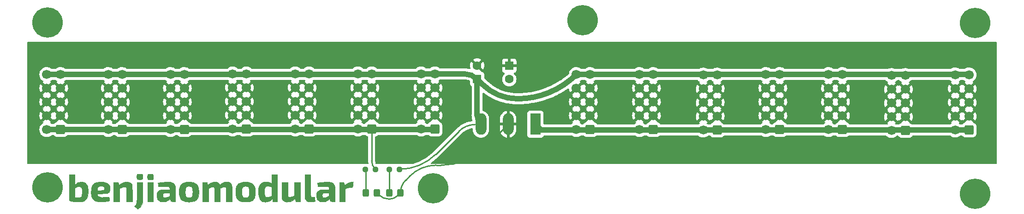
<source format=gbr>
%TF.GenerationSoftware,KiCad,Pcbnew,6.0.11+dfsg-1~bpo11+1*%
%TF.CreationDate,2023-04-21T11:36:42+08:00*%
%TF.ProjectId,EuroPowerBoard,4575726f-506f-4776-9572-426f6172642e,rev?*%
%TF.SameCoordinates,Original*%
%TF.FileFunction,Copper,L1,Top*%
%TF.FilePolarity,Positive*%
%FSLAX46Y46*%
G04 Gerber Fmt 4.6, Leading zero omitted, Abs format (unit mm)*
G04 Created by KiCad (PCBNEW 6.0.11+dfsg-1~bpo11+1) date 2023-04-21 11:36:42*
%MOMM*%
%LPD*%
G01*
G04 APERTURE LIST*
G04 Aperture macros list*
%AMRoundRect*
0 Rectangle with rounded corners*
0 $1 Rounding radius*
0 $2 $3 $4 $5 $6 $7 $8 $9 X,Y pos of 4 corners*
0 Add a 4 corners polygon primitive as box body*
4,1,4,$2,$3,$4,$5,$6,$7,$8,$9,$2,$3,0*
0 Add four circle primitives for the rounded corners*
1,1,$1+$1,$2,$3*
1,1,$1+$1,$4,$5*
1,1,$1+$1,$6,$7*
1,1,$1+$1,$8,$9*
0 Add four rect primitives between the rounded corners*
20,1,$1+$1,$2,$3,$4,$5,0*
20,1,$1+$1,$4,$5,$6,$7,0*
20,1,$1+$1,$6,$7,$8,$9,0*
20,1,$1+$1,$8,$9,$2,$3,0*%
G04 Aperture macros list end*
%TA.AperFunction,EtchedComponent*%
%ADD10C,0.010000*%
%TD*%
%TA.AperFunction,ConnectorPad*%
%ADD11C,5.600000*%
%TD*%
%TA.AperFunction,ComponentPad*%
%ADD12C,3.600000*%
%TD*%
%TA.AperFunction,ComponentPad*%
%ADD13C,1.700000*%
%TD*%
%TA.AperFunction,ComponentPad*%
%ADD14RoundRect,0.250000X0.600000X0.600000X-0.600000X0.600000X-0.600000X-0.600000X0.600000X-0.600000X0*%
%TD*%
%TA.AperFunction,ComponentPad*%
%ADD15O,1.980000X3.960000*%
%TD*%
%TA.AperFunction,ComponentPad*%
%ADD16R,1.980000X3.960000*%
%TD*%
%TA.AperFunction,SMDPad,CuDef*%
%ADD17RoundRect,0.237500X-0.250000X-0.237500X0.250000X-0.237500X0.250000X0.237500X-0.250000X0.237500X0*%
%TD*%
%TA.AperFunction,SMDPad,CuDef*%
%ADD18RoundRect,0.250000X-0.325000X-0.450000X0.325000X-0.450000X0.325000X0.450000X-0.325000X0.450000X0*%
%TD*%
%TA.AperFunction,SMDPad,CuDef*%
%ADD19RoundRect,0.250000X0.325000X0.450000X-0.325000X0.450000X-0.325000X-0.450000X0.325000X-0.450000X0*%
%TD*%
%TA.AperFunction,ComponentPad*%
%ADD20R,1.600000X1.600000*%
%TD*%
%TA.AperFunction,ComponentPad*%
%ADD21C,1.600000*%
%TD*%
%TA.AperFunction,Conductor*%
%ADD22C,0.250000*%
%TD*%
%TA.AperFunction,Conductor*%
%ADD23C,1.000000*%
%TD*%
G04 APERTURE END LIST*
%TO.C,G\u002A\u002A\u002A*%
G36*
X97833477Y-79895170D02*
G01*
X97828406Y-79937463D01*
X97819953Y-80013987D01*
X97808960Y-80116848D01*
X97796272Y-80238153D01*
X97782730Y-80370011D01*
X97782266Y-80374572D01*
X97769130Y-80501220D01*
X97757105Y-80612427D01*
X97746932Y-80701722D01*
X97739351Y-80762634D01*
X97735101Y-80788693D01*
X97734842Y-80789177D01*
X97712892Y-80792019D01*
X97656176Y-80797198D01*
X97572160Y-80804087D01*
X97468308Y-80812063D01*
X97411675Y-80816234D01*
X97263853Y-80828902D01*
X97133438Y-80845193D01*
X97009020Y-80867478D01*
X96879188Y-80898124D01*
X96732531Y-80939502D01*
X96561407Y-80992773D01*
X96363925Y-81056032D01*
X96363925Y-83424711D01*
X95305592Y-83424711D01*
X95305592Y-79910150D01*
X96139806Y-79921628D01*
X96183074Y-80160819D01*
X96201305Y-80255661D01*
X96218304Y-80333480D01*
X96232085Y-80385827D01*
X96240249Y-80404235D01*
X96262414Y-80394382D01*
X96309522Y-80364454D01*
X96372892Y-80320098D01*
X96398999Y-80300956D01*
X96661897Y-80124847D01*
X96920999Y-79990031D01*
X97178091Y-79895837D01*
X97434959Y-79841595D01*
X97663452Y-79826378D01*
X97842930Y-79826378D01*
X97833477Y-79895170D01*
G37*
D10*
X97833477Y-79895170D02*
X97828406Y-79937463D01*
X97819953Y-80013987D01*
X97808960Y-80116848D01*
X97796272Y-80238153D01*
X97782730Y-80370011D01*
X97782266Y-80374572D01*
X97769130Y-80501220D01*
X97757105Y-80612427D01*
X97746932Y-80701722D01*
X97739351Y-80762634D01*
X97735101Y-80788693D01*
X97734842Y-80789177D01*
X97712892Y-80792019D01*
X97656176Y-80797198D01*
X97572160Y-80804087D01*
X97468308Y-80812063D01*
X97411675Y-80816234D01*
X97263853Y-80828902D01*
X97133438Y-80845193D01*
X97009020Y-80867478D01*
X96879188Y-80898124D01*
X96732531Y-80939502D01*
X96561407Y-80992773D01*
X96363925Y-81056032D01*
X96363925Y-83424711D01*
X95305592Y-83424711D01*
X95305592Y-79910150D01*
X96139806Y-79921628D01*
X96183074Y-80160819D01*
X96201305Y-80255661D01*
X96218304Y-80333480D01*
X96232085Y-80385827D01*
X96240249Y-80404235D01*
X96262414Y-80394382D01*
X96309522Y-80364454D01*
X96372892Y-80320098D01*
X96398999Y-80300956D01*
X96661897Y-80124847D01*
X96920999Y-79990031D01*
X97178091Y-79895837D01*
X97434959Y-79841595D01*
X97663452Y-79826378D01*
X97842930Y-79826378D01*
X97833477Y-79895170D01*
G36*
X80452035Y-81346247D02*
G01*
X80457642Y-81206032D01*
X80466565Y-81097802D01*
X80510733Y-80822313D01*
X80575729Y-80583216D01*
X80662855Y-80379341D01*
X80773413Y-80209519D01*
X80908705Y-80072581D01*
X81070035Y-79967356D01*
X81258703Y-79892676D01*
X81476012Y-79847370D01*
X81723265Y-79830270D01*
X81875342Y-79832580D01*
X82172054Y-79861102D01*
X82443481Y-79920873D01*
X82687645Y-80011431D01*
X82732192Y-80032777D01*
X82891342Y-80112133D01*
X82876626Y-78471711D01*
X83939092Y-78471711D01*
X83939092Y-83424711D01*
X83097020Y-83424711D01*
X83060028Y-83176003D01*
X83045074Y-83078533D01*
X83031791Y-82997563D01*
X83021631Y-82941593D01*
X83016082Y-82919160D01*
X82998865Y-82929338D01*
X82957587Y-82963179D01*
X82898801Y-83015105D01*
X82842062Y-83067326D01*
X82694356Y-83195352D01*
X82554787Y-83293091D01*
X82411875Y-83367771D01*
X82289766Y-83414978D01*
X82104904Y-83463833D01*
X81900730Y-83494611D01*
X81693612Y-83505918D01*
X81499915Y-83496365D01*
X81436417Y-83487517D01*
X81238604Y-83438111D01*
X81065300Y-83359708D01*
X80915115Y-83250676D01*
X80786658Y-83109387D01*
X80678541Y-82934210D01*
X80589374Y-82723515D01*
X80517766Y-82475673D01*
X80498061Y-82386940D01*
X80483868Y-82294090D01*
X80471852Y-82167833D01*
X80462232Y-82017048D01*
X80455223Y-81850617D01*
X80451042Y-81677419D01*
X80450593Y-81609531D01*
X81533556Y-81609531D01*
X81536963Y-81796848D01*
X81544254Y-81905296D01*
X81562119Y-82070609D01*
X81584101Y-82201682D01*
X81612243Y-82306558D01*
X81648590Y-82393279D01*
X81683298Y-82452509D01*
X81746572Y-82526833D01*
X81826373Y-82577034D01*
X81932804Y-82608600D01*
X81987021Y-82617504D01*
X82054428Y-82625611D01*
X82112758Y-82628706D01*
X82175818Y-82626477D01*
X82257413Y-82618613D01*
X82331869Y-82609722D01*
X82424632Y-82587652D01*
X82537246Y-82544698D01*
X82656677Y-82486637D01*
X82769893Y-82419249D01*
X82786057Y-82408334D01*
X82880758Y-82343177D01*
X82880758Y-80740668D01*
X82737883Y-80697898D01*
X82648163Y-80671450D01*
X82558949Y-80645809D01*
X82499758Y-80629325D01*
X82418908Y-80614844D01*
X82312186Y-80605818D01*
X82192990Y-80602309D01*
X82074718Y-80604378D01*
X81970767Y-80612088D01*
X81894536Y-80625500D01*
X81891066Y-80626509D01*
X81780563Y-80681103D01*
X81692144Y-80771587D01*
X81626241Y-80897473D01*
X81610829Y-80942381D01*
X81579423Y-81074466D01*
X81555559Y-81237148D01*
X81540012Y-81419234D01*
X81533556Y-81609531D01*
X80450593Y-81609531D01*
X80449908Y-81506336D01*
X80452035Y-81346247D01*
G37*
X80452035Y-81346247D02*
X80457642Y-81206032D01*
X80466565Y-81097802D01*
X80510733Y-80822313D01*
X80575729Y-80583216D01*
X80662855Y-80379341D01*
X80773413Y-80209519D01*
X80908705Y-80072581D01*
X81070035Y-79967356D01*
X81258703Y-79892676D01*
X81476012Y-79847370D01*
X81723265Y-79830270D01*
X81875342Y-79832580D01*
X82172054Y-79861102D01*
X82443481Y-79920873D01*
X82687645Y-80011431D01*
X82732192Y-80032777D01*
X82891342Y-80112133D01*
X82876626Y-78471711D01*
X83939092Y-78471711D01*
X83939092Y-83424711D01*
X83097020Y-83424711D01*
X83060028Y-83176003D01*
X83045074Y-83078533D01*
X83031791Y-82997563D01*
X83021631Y-82941593D01*
X83016082Y-82919160D01*
X82998865Y-82929338D01*
X82957587Y-82963179D01*
X82898801Y-83015105D01*
X82842062Y-83067326D01*
X82694356Y-83195352D01*
X82554787Y-83293091D01*
X82411875Y-83367771D01*
X82289766Y-83414978D01*
X82104904Y-83463833D01*
X81900730Y-83494611D01*
X81693612Y-83505918D01*
X81499915Y-83496365D01*
X81436417Y-83487517D01*
X81238604Y-83438111D01*
X81065300Y-83359708D01*
X80915115Y-83250676D01*
X80786658Y-83109387D01*
X80678541Y-82934210D01*
X80589374Y-82723515D01*
X80517766Y-82475673D01*
X80498061Y-82386940D01*
X80483868Y-82294090D01*
X80471852Y-82167833D01*
X80462232Y-82017048D01*
X80455223Y-81850617D01*
X80451042Y-81677419D01*
X80450593Y-81609531D01*
X81533556Y-81609531D01*
X81536963Y-81796848D01*
X81544254Y-81905296D01*
X81562119Y-82070609D01*
X81584101Y-82201682D01*
X81612243Y-82306558D01*
X81648590Y-82393279D01*
X81683298Y-82452509D01*
X81746572Y-82526833D01*
X81826373Y-82577034D01*
X81932804Y-82608600D01*
X81987021Y-82617504D01*
X82054428Y-82625611D01*
X82112758Y-82628706D01*
X82175818Y-82626477D01*
X82257413Y-82618613D01*
X82331869Y-82609722D01*
X82424632Y-82587652D01*
X82537246Y-82544698D01*
X82656677Y-82486637D01*
X82769893Y-82419249D01*
X82786057Y-82408334D01*
X82880758Y-82343177D01*
X82880758Y-80740668D01*
X82737883Y-80697898D01*
X82648163Y-80671450D01*
X82558949Y-80645809D01*
X82499758Y-80629325D01*
X82418908Y-80614844D01*
X82312186Y-80605818D01*
X82192990Y-80602309D01*
X82074718Y-80604378D01*
X81970767Y-80612088D01*
X81894536Y-80625500D01*
X81891066Y-80626509D01*
X81780563Y-80681103D01*
X81692144Y-80771587D01*
X81626241Y-80897473D01*
X81610829Y-80942381D01*
X81579423Y-81074466D01*
X81555559Y-81237148D01*
X81540012Y-81419234D01*
X81533556Y-81609531D01*
X80450593Y-81609531D01*
X80449908Y-81506336D01*
X80452035Y-81346247D01*
G36*
X49804306Y-80952411D02*
G01*
X49864433Y-80725804D01*
X49945272Y-80530268D01*
X50048075Y-80363231D01*
X50174095Y-80222120D01*
X50324583Y-80104363D01*
X50463167Y-80025375D01*
X50584853Y-79969286D01*
X50702541Y-79925115D01*
X50823574Y-79891606D01*
X50955293Y-79867506D01*
X51105040Y-79851561D01*
X51280156Y-79842516D01*
X51487983Y-79839117D01*
X51554092Y-79839007D01*
X51719267Y-79839691D01*
X51850221Y-79841786D01*
X51955059Y-79845835D01*
X52041883Y-79852381D01*
X52118797Y-79861968D01*
X52193905Y-79875138D01*
X52242008Y-79885101D01*
X52479882Y-79952847D01*
X52683973Y-80046102D01*
X52854266Y-80164844D01*
X52990743Y-80309052D01*
X53093388Y-80478703D01*
X53162184Y-80673776D01*
X53197115Y-80894250D01*
X53198875Y-81127967D01*
X53176115Y-81331180D01*
X53130604Y-81500803D01*
X53059610Y-81640549D01*
X52960397Y-81754133D01*
X52830234Y-81845266D01*
X52666386Y-81917661D01*
X52601842Y-81938873D01*
X52565339Y-81947650D01*
X52515639Y-81955007D01*
X52448646Y-81961126D01*
X52360264Y-81966191D01*
X52246398Y-81970384D01*
X52102951Y-81973888D01*
X51925828Y-81976886D01*
X51710933Y-81979562D01*
X51683929Y-81979854D01*
X50871850Y-81988518D01*
X50884702Y-82066323D01*
X50927314Y-82240016D01*
X50993716Y-82379760D01*
X51086695Y-82488306D01*
X51209039Y-82568408D01*
X51363537Y-82622819D01*
X51469425Y-82643759D01*
X51561236Y-82652599D01*
X51687998Y-82657103D01*
X51842573Y-82657458D01*
X52017819Y-82653852D01*
X52206599Y-82646473D01*
X52401771Y-82635509D01*
X52596198Y-82621149D01*
X52707675Y-82611158D01*
X52815194Y-82601818D01*
X52907117Y-82595712D01*
X52975510Y-82593226D01*
X53012438Y-82594742D01*
X53016414Y-82596234D01*
X53023488Y-82620369D01*
X53034776Y-82677011D01*
X53048913Y-82757318D01*
X53064537Y-82852444D01*
X53080283Y-82953545D01*
X53094788Y-83051777D01*
X53106687Y-83138295D01*
X53114618Y-83204256D01*
X53117216Y-83240815D01*
X53116483Y-83245200D01*
X53094734Y-83255972D01*
X53045604Y-83276793D01*
X52999738Y-83295228D01*
X52795743Y-83361979D01*
X52555614Y-83416404D01*
X52283926Y-83457788D01*
X51985254Y-83485417D01*
X51702258Y-83497818D01*
X51578942Y-83499979D01*
X51465159Y-83500817D01*
X51369996Y-83500350D01*
X51302537Y-83498599D01*
X51278925Y-83496915D01*
X51015207Y-83458607D01*
X50788334Y-83409851D01*
X50593694Y-83348761D01*
X50426672Y-83273448D01*
X50282655Y-83182025D01*
X50157029Y-83072605D01*
X50104899Y-83016568D01*
X49987638Y-82852417D01*
X49892076Y-82654080D01*
X49818822Y-82424074D01*
X49768481Y-82164917D01*
X49741663Y-81879129D01*
X49738974Y-81569228D01*
X49741184Y-81509128D01*
X49749684Y-81396903D01*
X50849123Y-81396903D01*
X51407982Y-81389018D01*
X51581407Y-81386237D01*
X51717707Y-81383113D01*
X51822093Y-81379282D01*
X51899774Y-81374377D01*
X51955958Y-81368032D01*
X51995855Y-81359881D01*
X52024675Y-81349557D01*
X52033710Y-81345040D01*
X52100939Y-81285083D01*
X52144940Y-81191683D01*
X52164837Y-81067350D01*
X52164431Y-80971165D01*
X52150521Y-80858889D01*
X52119020Y-80776008D01*
X52063092Y-80710971D01*
X51975901Y-80652231D01*
X51975550Y-80652033D01*
X51930392Y-80629019D01*
X51884552Y-80613266D01*
X51827948Y-80603039D01*
X51750500Y-80596602D01*
X51642129Y-80592222D01*
X51625003Y-80591706D01*
X51458624Y-80591184D01*
X51326271Y-80601813D01*
X51220660Y-80625489D01*
X51134507Y-80664107D01*
X51060529Y-80719564D01*
X51034013Y-80745532D01*
X50968715Y-80831585D01*
X50919938Y-80939436D01*
X50885441Y-81075602D01*
X50863459Y-81241349D01*
X50849123Y-81396903D01*
X49749684Y-81396903D01*
X49763641Y-81212661D01*
X49804306Y-80952411D01*
G37*
X49804306Y-80952411D02*
X49864433Y-80725804D01*
X49945272Y-80530268D01*
X50048075Y-80363231D01*
X50174095Y-80222120D01*
X50324583Y-80104363D01*
X50463167Y-80025375D01*
X50584853Y-79969286D01*
X50702541Y-79925115D01*
X50823574Y-79891606D01*
X50955293Y-79867506D01*
X51105040Y-79851561D01*
X51280156Y-79842516D01*
X51487983Y-79839117D01*
X51554092Y-79839007D01*
X51719267Y-79839691D01*
X51850221Y-79841786D01*
X51955059Y-79845835D01*
X52041883Y-79852381D01*
X52118797Y-79861968D01*
X52193905Y-79875138D01*
X52242008Y-79885101D01*
X52479882Y-79952847D01*
X52683973Y-80046102D01*
X52854266Y-80164844D01*
X52990743Y-80309052D01*
X53093388Y-80478703D01*
X53162184Y-80673776D01*
X53197115Y-80894250D01*
X53198875Y-81127967D01*
X53176115Y-81331180D01*
X53130604Y-81500803D01*
X53059610Y-81640549D01*
X52960397Y-81754133D01*
X52830234Y-81845266D01*
X52666386Y-81917661D01*
X52601842Y-81938873D01*
X52565339Y-81947650D01*
X52515639Y-81955007D01*
X52448646Y-81961126D01*
X52360264Y-81966191D01*
X52246398Y-81970384D01*
X52102951Y-81973888D01*
X51925828Y-81976886D01*
X51710933Y-81979562D01*
X51683929Y-81979854D01*
X50871850Y-81988518D01*
X50884702Y-82066323D01*
X50927314Y-82240016D01*
X50993716Y-82379760D01*
X51086695Y-82488306D01*
X51209039Y-82568408D01*
X51363537Y-82622819D01*
X51469425Y-82643759D01*
X51561236Y-82652599D01*
X51687998Y-82657103D01*
X51842573Y-82657458D01*
X52017819Y-82653852D01*
X52206599Y-82646473D01*
X52401771Y-82635509D01*
X52596198Y-82621149D01*
X52707675Y-82611158D01*
X52815194Y-82601818D01*
X52907117Y-82595712D01*
X52975510Y-82593226D01*
X53012438Y-82594742D01*
X53016414Y-82596234D01*
X53023488Y-82620369D01*
X53034776Y-82677011D01*
X53048913Y-82757318D01*
X53064537Y-82852444D01*
X53080283Y-82953545D01*
X53094788Y-83051777D01*
X53106687Y-83138295D01*
X53114618Y-83204256D01*
X53117216Y-83240815D01*
X53116483Y-83245200D01*
X53094734Y-83255972D01*
X53045604Y-83276793D01*
X52999738Y-83295228D01*
X52795743Y-83361979D01*
X52555614Y-83416404D01*
X52283926Y-83457788D01*
X51985254Y-83485417D01*
X51702258Y-83497818D01*
X51578942Y-83499979D01*
X51465159Y-83500817D01*
X51369996Y-83500350D01*
X51302537Y-83498599D01*
X51278925Y-83496915D01*
X51015207Y-83458607D01*
X50788334Y-83409851D01*
X50593694Y-83348761D01*
X50426672Y-83273448D01*
X50282655Y-83182025D01*
X50157029Y-83072605D01*
X50104899Y-83016568D01*
X49987638Y-82852417D01*
X49892076Y-82654080D01*
X49818822Y-82424074D01*
X49768481Y-82164917D01*
X49741663Y-81879129D01*
X49738974Y-81569228D01*
X49741184Y-81509128D01*
X49749684Y-81396903D01*
X50849123Y-81396903D01*
X51407982Y-81389018D01*
X51581407Y-81386237D01*
X51717707Y-81383113D01*
X51822093Y-81379282D01*
X51899774Y-81374377D01*
X51955958Y-81368032D01*
X51995855Y-81359881D01*
X52024675Y-81349557D01*
X52033710Y-81345040D01*
X52100939Y-81285083D01*
X52144940Y-81191683D01*
X52164837Y-81067350D01*
X52164431Y-80971165D01*
X52150521Y-80858889D01*
X52119020Y-80776008D01*
X52063092Y-80710971D01*
X51975901Y-80652231D01*
X51975550Y-80652033D01*
X51930392Y-80629019D01*
X51884552Y-80613266D01*
X51827948Y-80603039D01*
X51750500Y-80596602D01*
X51642129Y-80592222D01*
X51625003Y-80591706D01*
X51458624Y-80591184D01*
X51326271Y-80601813D01*
X51220660Y-80625489D01*
X51134507Y-80664107D01*
X51060529Y-80719564D01*
X51034013Y-80745532D01*
X50968715Y-80831585D01*
X50919938Y-80939436D01*
X50885441Y-81075602D01*
X50863459Y-81241349D01*
X50849123Y-81396903D01*
X49749684Y-81396903D01*
X49763641Y-81212661D01*
X49804306Y-80952411D01*
G36*
X59195110Y-81694336D02*
G01*
X59195049Y-82011293D01*
X59194882Y-82288852D01*
X59194544Y-82529950D01*
X59193973Y-82737522D01*
X59193104Y-82914504D01*
X59191876Y-83063833D01*
X59190223Y-83188443D01*
X59188084Y-83291271D01*
X59185395Y-83375253D01*
X59182093Y-83443324D01*
X59178114Y-83498421D01*
X59173394Y-83543479D01*
X59167872Y-83581434D01*
X59161482Y-83615223D01*
X59154163Y-83647780D01*
X59152875Y-83653182D01*
X59072628Y-83914108D01*
X58962076Y-84148789D01*
X58817873Y-84363623D01*
X58721686Y-84477082D01*
X58663775Y-84534688D01*
X58591099Y-84598746D01*
X58511832Y-84663029D01*
X58434146Y-84721312D01*
X58366214Y-84767368D01*
X58316210Y-84794973D01*
X58297647Y-84800089D01*
X58274120Y-84787489D01*
X58223312Y-84752839D01*
X58151107Y-84700396D01*
X58063391Y-84634417D01*
X57984213Y-84573353D01*
X57693918Y-84347073D01*
X57745857Y-84282767D01*
X57826457Y-84175802D01*
X57904593Y-84059420D01*
X57972417Y-83946166D01*
X58022078Y-83848586D01*
X58031394Y-83826451D01*
X58049550Y-83779601D01*
X58065494Y-83734769D01*
X58079372Y-83689003D01*
X58091326Y-83639355D01*
X58101499Y-83582872D01*
X58110036Y-83516605D01*
X58117079Y-83437605D01*
X58122772Y-83342919D01*
X58127259Y-83229599D01*
X58130682Y-83094693D01*
X58133186Y-82935253D01*
X58134913Y-82748326D01*
X58136007Y-82530963D01*
X58136611Y-82280214D01*
X58136869Y-81993129D01*
X58136925Y-81666756D01*
X58136925Y-79911045D01*
X59195258Y-79911045D01*
X59195110Y-81694336D01*
G37*
X59195110Y-81694336D02*
X59195049Y-82011293D01*
X59194882Y-82288852D01*
X59194544Y-82529950D01*
X59193973Y-82737522D01*
X59193104Y-82914504D01*
X59191876Y-83063833D01*
X59190223Y-83188443D01*
X59188084Y-83291271D01*
X59185395Y-83375253D01*
X59182093Y-83443324D01*
X59178114Y-83498421D01*
X59173394Y-83543479D01*
X59167872Y-83581434D01*
X59161482Y-83615223D01*
X59154163Y-83647780D01*
X59152875Y-83653182D01*
X59072628Y-83914108D01*
X58962076Y-84148789D01*
X58817873Y-84363623D01*
X58721686Y-84477082D01*
X58663775Y-84534688D01*
X58591099Y-84598746D01*
X58511832Y-84663029D01*
X58434146Y-84721312D01*
X58366214Y-84767368D01*
X58316210Y-84794973D01*
X58297647Y-84800089D01*
X58274120Y-84787489D01*
X58223312Y-84752839D01*
X58151107Y-84700396D01*
X58063391Y-84634417D01*
X57984213Y-84573353D01*
X57693918Y-84347073D01*
X57745857Y-84282767D01*
X57826457Y-84175802D01*
X57904593Y-84059420D01*
X57972417Y-83946166D01*
X58022078Y-83848586D01*
X58031394Y-83826451D01*
X58049550Y-83779601D01*
X58065494Y-83734769D01*
X58079372Y-83689003D01*
X58091326Y-83639355D01*
X58101499Y-83582872D01*
X58110036Y-83516605D01*
X58117079Y-83437605D01*
X58122772Y-83342919D01*
X58127259Y-83229599D01*
X58130682Y-83094693D01*
X58133186Y-82935253D01*
X58134913Y-82748326D01*
X58136007Y-82530963D01*
X58136611Y-82280214D01*
X58136869Y-81993129D01*
X58136925Y-81666756D01*
X58136925Y-79911045D01*
X59195258Y-79911045D01*
X59195110Y-81694336D01*
G36*
X91124341Y-82030858D02*
G01*
X91129364Y-81954827D01*
X91136900Y-81897856D01*
X91147935Y-81852187D01*
X91163452Y-81810065D01*
X91181487Y-81770004D01*
X91276473Y-81615160D01*
X91402382Y-81485110D01*
X91534559Y-81396213D01*
X91597448Y-81364143D01*
X91657603Y-81337798D01*
X91719922Y-81316619D01*
X91789306Y-81300046D01*
X91870652Y-81287522D01*
X91968860Y-81278487D01*
X92088829Y-81272381D01*
X92235459Y-81268647D01*
X92413648Y-81266725D01*
X92628295Y-81266056D01*
X92675633Y-81266024D01*
X93421758Y-81265711D01*
X93421293Y-81112253D01*
X93408535Y-80963299D01*
X93370152Y-80846340D01*
X93304472Y-80758467D01*
X93209825Y-80696771D01*
X93174451Y-80682544D01*
X93109995Y-80669015D01*
X93005262Y-80659604D01*
X92862108Y-80654320D01*
X92682388Y-80653173D01*
X92467959Y-80656173D01*
X92220677Y-80663330D01*
X91942398Y-80674652D01*
X91913239Y-80675999D01*
X91768794Y-80682393D01*
X91638888Y-80687471D01*
X91529327Y-80691063D01*
X91445922Y-80692996D01*
X91394482Y-80693097D01*
X91380296Y-80691805D01*
X91372987Y-80667211D01*
X91362307Y-80609700D01*
X91349395Y-80527945D01*
X91335387Y-80430618D01*
X91321422Y-80326391D01*
X91308636Y-80223935D01*
X91298168Y-80131923D01*
X91291155Y-80059027D01*
X91288734Y-80013918D01*
X91290040Y-80003707D01*
X91321594Y-79991091D01*
X91390512Y-79976124D01*
X91491927Y-79959381D01*
X91620970Y-79941439D01*
X91772773Y-79922872D01*
X91942469Y-79904256D01*
X92125189Y-79886167D01*
X92316066Y-79869179D01*
X92510232Y-79853868D01*
X92626968Y-79845681D01*
X92943715Y-79831060D01*
X93223328Y-79832442D01*
X93468140Y-79850514D01*
X93680483Y-79885962D01*
X93862689Y-79939473D01*
X94017090Y-80011733D01*
X94146019Y-80103430D01*
X94251807Y-80215250D01*
X94336787Y-80347879D01*
X94337536Y-80349306D01*
X94366731Y-80404967D01*
X94391882Y-80454716D01*
X94413310Y-80502056D01*
X94431333Y-80550492D01*
X94446270Y-80603528D01*
X94458442Y-80664669D01*
X94468166Y-80737417D01*
X94475762Y-80825277D01*
X94481549Y-80931754D01*
X94485847Y-81060351D01*
X94488975Y-81214573D01*
X94491251Y-81397924D01*
X94492996Y-81613907D01*
X94494527Y-81866027D01*
X94495758Y-82086361D01*
X94503308Y-83425594D01*
X94074345Y-83419861D01*
X93645383Y-83414128D01*
X93594149Y-83154287D01*
X93542914Y-82894446D01*
X93413545Y-83017917D01*
X93211731Y-83185428D01*
X92992218Y-83321573D01*
X92762668Y-83421954D01*
X92649175Y-83456665D01*
X92517970Y-83481487D01*
X92362446Y-83496135D01*
X92199503Y-83500073D01*
X92046043Y-83492767D01*
X91944301Y-83479013D01*
X91753661Y-83426088D01*
X91578252Y-83345013D01*
X91424574Y-83240187D01*
X91299128Y-83116008D01*
X91211625Y-82983325D01*
X91176458Y-82905243D01*
X91150360Y-82824652D01*
X91132347Y-82734066D01*
X91121434Y-82625998D01*
X91116634Y-82492962D01*
X91116963Y-82327473D01*
X91117900Y-82271128D01*
X91118925Y-82223329D01*
X92158268Y-82223329D01*
X92159040Y-82383915D01*
X92187800Y-82513088D01*
X92244883Y-82611106D01*
X92330626Y-82678229D01*
X92445364Y-82714715D01*
X92589435Y-82720824D01*
X92763174Y-82696812D01*
X92771223Y-82695128D01*
X92958464Y-82640057D01*
X93159175Y-82552520D01*
X93300050Y-82475624D01*
X93421758Y-82403763D01*
X93421758Y-81853645D01*
X92897883Y-81862892D01*
X92714227Y-81866890D01*
X92569376Y-81871825D01*
X92459810Y-81877925D01*
X92382007Y-81885419D01*
X92332446Y-81894536D01*
X92315280Y-81900643D01*
X92242836Y-81957203D01*
X92192562Y-82046733D01*
X92163568Y-82171061D01*
X92158268Y-82223329D01*
X91118925Y-82223329D01*
X91120848Y-82133706D01*
X91124341Y-82030858D01*
G37*
X91124341Y-82030858D02*
X91129364Y-81954827D01*
X91136900Y-81897856D01*
X91147935Y-81852187D01*
X91163452Y-81810065D01*
X91181487Y-81770004D01*
X91276473Y-81615160D01*
X91402382Y-81485110D01*
X91534559Y-81396213D01*
X91597448Y-81364143D01*
X91657603Y-81337798D01*
X91719922Y-81316619D01*
X91789306Y-81300046D01*
X91870652Y-81287522D01*
X91968860Y-81278487D01*
X92088829Y-81272381D01*
X92235459Y-81268647D01*
X92413648Y-81266725D01*
X92628295Y-81266056D01*
X92675633Y-81266024D01*
X93421758Y-81265711D01*
X93421293Y-81112253D01*
X93408535Y-80963299D01*
X93370152Y-80846340D01*
X93304472Y-80758467D01*
X93209825Y-80696771D01*
X93174451Y-80682544D01*
X93109995Y-80669015D01*
X93005262Y-80659604D01*
X92862108Y-80654320D01*
X92682388Y-80653173D01*
X92467959Y-80656173D01*
X92220677Y-80663330D01*
X91942398Y-80674652D01*
X91913239Y-80675999D01*
X91768794Y-80682393D01*
X91638888Y-80687471D01*
X91529327Y-80691063D01*
X91445922Y-80692996D01*
X91394482Y-80693097D01*
X91380296Y-80691805D01*
X91372987Y-80667211D01*
X91362307Y-80609700D01*
X91349395Y-80527945D01*
X91335387Y-80430618D01*
X91321422Y-80326391D01*
X91308636Y-80223935D01*
X91298168Y-80131923D01*
X91291155Y-80059027D01*
X91288734Y-80013918D01*
X91290040Y-80003707D01*
X91321594Y-79991091D01*
X91390512Y-79976124D01*
X91491927Y-79959381D01*
X91620970Y-79941439D01*
X91772773Y-79922872D01*
X91942469Y-79904256D01*
X92125189Y-79886167D01*
X92316066Y-79869179D01*
X92510232Y-79853868D01*
X92626968Y-79845681D01*
X92943715Y-79831060D01*
X93223328Y-79832442D01*
X93468140Y-79850514D01*
X93680483Y-79885962D01*
X93862689Y-79939473D01*
X94017090Y-80011733D01*
X94146019Y-80103430D01*
X94251807Y-80215250D01*
X94336787Y-80347879D01*
X94337536Y-80349306D01*
X94366731Y-80404967D01*
X94391882Y-80454716D01*
X94413310Y-80502056D01*
X94431333Y-80550492D01*
X94446270Y-80603528D01*
X94458442Y-80664669D01*
X94468166Y-80737417D01*
X94475762Y-80825277D01*
X94481549Y-80931754D01*
X94485847Y-81060351D01*
X94488975Y-81214573D01*
X94491251Y-81397924D01*
X94492996Y-81613907D01*
X94494527Y-81866027D01*
X94495758Y-82086361D01*
X94503308Y-83425594D01*
X94074345Y-83419861D01*
X93645383Y-83414128D01*
X93594149Y-83154287D01*
X93542914Y-82894446D01*
X93413545Y-83017917D01*
X93211731Y-83185428D01*
X92992218Y-83321573D01*
X92762668Y-83421954D01*
X92649175Y-83456665D01*
X92517970Y-83481487D01*
X92362446Y-83496135D01*
X92199503Y-83500073D01*
X92046043Y-83492767D01*
X91944301Y-83479013D01*
X91753661Y-83426088D01*
X91578252Y-83345013D01*
X91424574Y-83240187D01*
X91299128Y-83116008D01*
X91211625Y-82983325D01*
X91176458Y-82905243D01*
X91150360Y-82824652D01*
X91132347Y-82734066D01*
X91121434Y-82625998D01*
X91116634Y-82492962D01*
X91116963Y-82327473D01*
X91117900Y-82271128D01*
X91118925Y-82223329D01*
X92158268Y-82223329D01*
X92159040Y-82383915D01*
X92187800Y-82513088D01*
X92244883Y-82611106D01*
X92330626Y-82678229D01*
X92445364Y-82714715D01*
X92589435Y-82720824D01*
X92763174Y-82696812D01*
X92771223Y-82695128D01*
X92958464Y-82640057D01*
X93159175Y-82552520D01*
X93300050Y-82475624D01*
X93421758Y-82403763D01*
X93421758Y-81853645D01*
X92897883Y-81862892D01*
X92714227Y-81866890D01*
X92569376Y-81871825D01*
X92459810Y-81877925D01*
X92382007Y-81885419D01*
X92332446Y-81894536D01*
X92315280Y-81900643D01*
X92242836Y-81957203D01*
X92192562Y-82046733D01*
X92163568Y-82171061D01*
X92158268Y-82223329D01*
X91118925Y-82223329D01*
X91120848Y-82133706D01*
X91124341Y-82030858D01*
G36*
X56393749Y-79836916D02*
G01*
X56538652Y-79845626D01*
X56662473Y-79862775D01*
X56744858Y-79884678D01*
X56911860Y-79963356D01*
X57045628Y-80065120D01*
X57151070Y-80194689D01*
X57231362Y-80352479D01*
X57279675Y-80471961D01*
X57285652Y-81948336D01*
X57291630Y-83424711D01*
X56233220Y-83424711D01*
X56227281Y-82181170D01*
X56225960Y-81919278D01*
X56224619Y-81696359D01*
X56223146Y-81509053D01*
X56221426Y-81354001D01*
X56219346Y-81227842D01*
X56216793Y-81127215D01*
X56213653Y-81048762D01*
X56209812Y-80989121D01*
X56205158Y-80944933D01*
X56199576Y-80912838D01*
X56192954Y-80889475D01*
X56185176Y-80871486D01*
X56182894Y-80867169D01*
X56137259Y-80806999D01*
X56073519Y-80767011D01*
X55985263Y-80745103D01*
X55866079Y-80739177D01*
X55798445Y-80741272D01*
X55672554Y-80753364D01*
X55545663Y-80778819D01*
X55408924Y-80820260D01*
X55253494Y-80880313D01*
X55096821Y-80949447D01*
X54919592Y-81030940D01*
X54919592Y-83424711D01*
X53861258Y-83424711D01*
X53861258Y-79911045D01*
X54721722Y-79911045D01*
X54758590Y-80128003D01*
X54775023Y-80222432D01*
X54789885Y-80303753D01*
X54801180Y-80361254D01*
X54805779Y-80381199D01*
X54815797Y-80393315D01*
X54838798Y-80390092D01*
X54880342Y-80368837D01*
X54945988Y-80326857D01*
X55014449Y-80280104D01*
X55181113Y-80173960D01*
X55363143Y-80073939D01*
X55547754Y-79986286D01*
X55722163Y-79917245D01*
X55821012Y-79886127D01*
X55941395Y-79861251D01*
X56084236Y-79844745D01*
X56238649Y-79836628D01*
X56393749Y-79836916D01*
G37*
X56393749Y-79836916D02*
X56538652Y-79845626D01*
X56662473Y-79862775D01*
X56744858Y-79884678D01*
X56911860Y-79963356D01*
X57045628Y-80065120D01*
X57151070Y-80194689D01*
X57231362Y-80352479D01*
X57279675Y-80471961D01*
X57285652Y-81948336D01*
X57291630Y-83424711D01*
X56233220Y-83424711D01*
X56227281Y-82181170D01*
X56225960Y-81919278D01*
X56224619Y-81696359D01*
X56223146Y-81509053D01*
X56221426Y-81354001D01*
X56219346Y-81227842D01*
X56216793Y-81127215D01*
X56213653Y-81048762D01*
X56209812Y-80989121D01*
X56205158Y-80944933D01*
X56199576Y-80912838D01*
X56192954Y-80889475D01*
X56185176Y-80871486D01*
X56182894Y-80867169D01*
X56137259Y-80806999D01*
X56073519Y-80767011D01*
X55985263Y-80745103D01*
X55866079Y-80739177D01*
X55798445Y-80741272D01*
X55672554Y-80753364D01*
X55545663Y-80778819D01*
X55408924Y-80820260D01*
X55253494Y-80880313D01*
X55096821Y-80949447D01*
X54919592Y-81030940D01*
X54919592Y-83424711D01*
X53861258Y-83424711D01*
X53861258Y-79911045D01*
X54721722Y-79911045D01*
X54758590Y-80128003D01*
X54775023Y-80222432D01*
X54789885Y-80303753D01*
X54801180Y-80361254D01*
X54805779Y-80381199D01*
X54815797Y-80393315D01*
X54838798Y-80390092D01*
X54880342Y-80368837D01*
X54945988Y-80326857D01*
X55014449Y-80280104D01*
X55181113Y-80173960D01*
X55363143Y-80073939D01*
X55547754Y-79986286D01*
X55722163Y-79917245D01*
X55821012Y-79886127D01*
X55941395Y-79861251D01*
X56084236Y-79844745D01*
X56238649Y-79836628D01*
X56393749Y-79836916D01*
G36*
X90035124Y-80434920D02*
G01*
X90035170Y-80768777D01*
X90035327Y-81062919D01*
X90035643Y-81319967D01*
X90036166Y-81542539D01*
X90036943Y-81733254D01*
X90038021Y-81894732D01*
X90039450Y-82029591D01*
X90041275Y-82140451D01*
X90043546Y-82229931D01*
X90046309Y-82300650D01*
X90049612Y-82355227D01*
X90053503Y-82396281D01*
X90058030Y-82426431D01*
X90063239Y-82448297D01*
X90069180Y-82464498D01*
X90072166Y-82470759D01*
X90116985Y-82534701D01*
X90180607Y-82581186D01*
X90269060Y-82612560D01*
X90388370Y-82631166D01*
X90502658Y-82638184D01*
X90726809Y-82645995D01*
X90783244Y-82977145D01*
X90802565Y-83092605D01*
X90819020Y-83194938D01*
X90831378Y-83276155D01*
X90838405Y-83328270D01*
X90839552Y-83341986D01*
X90819374Y-83368093D01*
X90763368Y-83394122D01*
X90678030Y-83419206D01*
X90569857Y-83442479D01*
X90445349Y-83463076D01*
X90311000Y-83480132D01*
X90173310Y-83492779D01*
X90038775Y-83500153D01*
X89913893Y-83501389D01*
X89805161Y-83495619D01*
X89746096Y-83487680D01*
X89543121Y-83432521D01*
X89367558Y-83345603D01*
X89220176Y-83227510D01*
X89101743Y-83078829D01*
X89029784Y-82941597D01*
X89022944Y-82924725D01*
X89016872Y-82906200D01*
X89011514Y-82883505D01*
X89006816Y-82854126D01*
X89002727Y-82815544D01*
X88999192Y-82765245D01*
X88996159Y-82700712D01*
X88993574Y-82619429D01*
X88991385Y-82518879D01*
X88989538Y-82396546D01*
X88987981Y-82249915D01*
X88986659Y-82076468D01*
X88985521Y-81873691D01*
X88984512Y-81639065D01*
X88983580Y-81370076D01*
X88982672Y-81064208D01*
X88981735Y-80718942D01*
X88981571Y-80657170D01*
X88975801Y-78471711D01*
X90035092Y-78471711D01*
X90035124Y-80434920D01*
G37*
X90035124Y-80434920D02*
X90035170Y-80768777D01*
X90035327Y-81062919D01*
X90035643Y-81319967D01*
X90036166Y-81542539D01*
X90036943Y-81733254D01*
X90038021Y-81894732D01*
X90039450Y-82029591D01*
X90041275Y-82140451D01*
X90043546Y-82229931D01*
X90046309Y-82300650D01*
X90049612Y-82355227D01*
X90053503Y-82396281D01*
X90058030Y-82426431D01*
X90063239Y-82448297D01*
X90069180Y-82464498D01*
X90072166Y-82470759D01*
X90116985Y-82534701D01*
X90180607Y-82581186D01*
X90269060Y-82612560D01*
X90388370Y-82631166D01*
X90502658Y-82638184D01*
X90726809Y-82645995D01*
X90783244Y-82977145D01*
X90802565Y-83092605D01*
X90819020Y-83194938D01*
X90831378Y-83276155D01*
X90838405Y-83328270D01*
X90839552Y-83341986D01*
X90819374Y-83368093D01*
X90763368Y-83394122D01*
X90678030Y-83419206D01*
X90569857Y-83442479D01*
X90445349Y-83463076D01*
X90311000Y-83480132D01*
X90173310Y-83492779D01*
X90038775Y-83500153D01*
X89913893Y-83501389D01*
X89805161Y-83495619D01*
X89746096Y-83487680D01*
X89543121Y-83432521D01*
X89367558Y-83345603D01*
X89220176Y-83227510D01*
X89101743Y-83078829D01*
X89029784Y-82941597D01*
X89022944Y-82924725D01*
X89016872Y-82906200D01*
X89011514Y-82883505D01*
X89006816Y-82854126D01*
X89002727Y-82815544D01*
X88999192Y-82765245D01*
X88996159Y-82700712D01*
X88993574Y-82619429D01*
X88991385Y-82518879D01*
X88989538Y-82396546D01*
X88987981Y-82249915D01*
X88986659Y-82076468D01*
X88985521Y-81873691D01*
X88984512Y-81639065D01*
X88983580Y-81370076D01*
X88982672Y-81064208D01*
X88981735Y-80718942D01*
X88981571Y-80657170D01*
X88975801Y-78471711D01*
X90035092Y-78471711D01*
X90035124Y-80434920D01*
G36*
X58816502Y-78346049D02*
G01*
X58944599Y-78352929D01*
X59039998Y-78369959D01*
X59107509Y-78401664D01*
X59151943Y-78452571D01*
X59178110Y-78527207D01*
X59190821Y-78630098D01*
X59194886Y-78765772D01*
X59195179Y-78856952D01*
X59194580Y-78984102D01*
X59192299Y-79076646D01*
X59187506Y-79142301D01*
X59179369Y-79188785D01*
X59167057Y-79223817D01*
X59152836Y-79250114D01*
X59110337Y-79302013D01*
X59062082Y-79337588D01*
X59056287Y-79340072D01*
X59008410Y-79349609D01*
X58928892Y-79356217D01*
X58826761Y-79360020D01*
X58711048Y-79361145D01*
X58590783Y-79359714D01*
X58474997Y-79355855D01*
X58372720Y-79349691D01*
X58292981Y-79341347D01*
X58244812Y-79330948D01*
X58240032Y-79328782D01*
X58193225Y-79291915D01*
X58158799Y-79235879D01*
X58135375Y-79155382D01*
X58121576Y-79045132D01*
X58116023Y-78899837D01*
X58115758Y-78851603D01*
X58118174Y-78707211D01*
X58126697Y-78598161D01*
X58143242Y-78517672D01*
X58169726Y-78458960D01*
X58208062Y-78415244D01*
X58246776Y-78387587D01*
X58277731Y-78371197D01*
X58313173Y-78359579D01*
X58360675Y-78351931D01*
X58427808Y-78347452D01*
X58522142Y-78345339D01*
X58650896Y-78344790D01*
X58816502Y-78346049D01*
G37*
X58816502Y-78346049D02*
X58944599Y-78352929D01*
X59039998Y-78369959D01*
X59107509Y-78401664D01*
X59151943Y-78452571D01*
X59178110Y-78527207D01*
X59190821Y-78630098D01*
X59194886Y-78765772D01*
X59195179Y-78856952D01*
X59194580Y-78984102D01*
X59192299Y-79076646D01*
X59187506Y-79142301D01*
X59179369Y-79188785D01*
X59167057Y-79223817D01*
X59152836Y-79250114D01*
X59110337Y-79302013D01*
X59062082Y-79337588D01*
X59056287Y-79340072D01*
X59008410Y-79349609D01*
X58928892Y-79356217D01*
X58826761Y-79360020D01*
X58711048Y-79361145D01*
X58590783Y-79359714D01*
X58474997Y-79355855D01*
X58372720Y-79349691D01*
X58292981Y-79341347D01*
X58244812Y-79330948D01*
X58240032Y-79328782D01*
X58193225Y-79291915D01*
X58158799Y-79235879D01*
X58135375Y-79155382D01*
X58121576Y-79045132D01*
X58116023Y-78899837D01*
X58115758Y-78851603D01*
X58118174Y-78707211D01*
X58126697Y-78598161D01*
X58143242Y-78517672D01*
X58169726Y-78458960D01*
X58208062Y-78415244D01*
X58246776Y-78387587D01*
X58277731Y-78371197D01*
X58313173Y-78359579D01*
X58360675Y-78351931D01*
X58427808Y-78347452D01*
X58522142Y-78345339D01*
X58650896Y-78344790D01*
X58816502Y-78346049D01*
G36*
X60910610Y-78389966D02*
G01*
X60960574Y-78394281D01*
X60994860Y-78401952D01*
X61020129Y-78413583D01*
X61043041Y-78429784D01*
X61045448Y-78431670D01*
X61090283Y-78473867D01*
X61122564Y-78523951D01*
X61144162Y-78589253D01*
X61156947Y-78677102D01*
X61162793Y-78794828D01*
X61163758Y-78895045D01*
X61161364Y-79039593D01*
X61152909Y-79148786D01*
X61136486Y-79229396D01*
X61110187Y-79288197D01*
X61072103Y-79331961D01*
X61032740Y-79360169D01*
X61002138Y-79376430D01*
X60967277Y-79387959D01*
X60920658Y-79395527D01*
X60854781Y-79399903D01*
X60762148Y-79401857D01*
X60635259Y-79402160D01*
X60624008Y-79402137D01*
X60471717Y-79400297D01*
X60357286Y-79395324D01*
X60276338Y-79386895D01*
X60224493Y-79374685D01*
X60217920Y-79372064D01*
X60162831Y-79338340D01*
X60122611Y-79288041D01*
X60094911Y-79214875D01*
X60077386Y-79112549D01*
X60067689Y-78974773D01*
X60067436Y-78968566D01*
X60066361Y-78786030D01*
X60079492Y-78641620D01*
X60107165Y-78533465D01*
X60149717Y-78459694D01*
X60160904Y-78448085D01*
X60181637Y-78430173D01*
X60204524Y-78416952D01*
X60236126Y-78407570D01*
X60283002Y-78401176D01*
X60351714Y-78396918D01*
X60448821Y-78393943D01*
X60580883Y-78391402D01*
X60600032Y-78391074D01*
X60737000Y-78388969D01*
X60838305Y-78388397D01*
X60910610Y-78389966D01*
G37*
X60910610Y-78389966D02*
X60960574Y-78394281D01*
X60994860Y-78401952D01*
X61020129Y-78413583D01*
X61043041Y-78429784D01*
X61045448Y-78431670D01*
X61090283Y-78473867D01*
X61122564Y-78523951D01*
X61144162Y-78589253D01*
X61156947Y-78677102D01*
X61162793Y-78794828D01*
X61163758Y-78895045D01*
X61161364Y-79039593D01*
X61152909Y-79148786D01*
X61136486Y-79229396D01*
X61110187Y-79288197D01*
X61072103Y-79331961D01*
X61032740Y-79360169D01*
X61002138Y-79376430D01*
X60967277Y-79387959D01*
X60920658Y-79395527D01*
X60854781Y-79399903D01*
X60762148Y-79401857D01*
X60635259Y-79402160D01*
X60624008Y-79402137D01*
X60471717Y-79400297D01*
X60357286Y-79395324D01*
X60276338Y-79386895D01*
X60224493Y-79374685D01*
X60217920Y-79372064D01*
X60162831Y-79338340D01*
X60122611Y-79288041D01*
X60094911Y-79214875D01*
X60077386Y-79112549D01*
X60067689Y-78974773D01*
X60067436Y-78968566D01*
X60066361Y-78786030D01*
X60079492Y-78641620D01*
X60107165Y-78533465D01*
X60149717Y-78459694D01*
X60160904Y-78448085D01*
X60181637Y-78430173D01*
X60204524Y-78416952D01*
X60236126Y-78407570D01*
X60283002Y-78401176D01*
X60351714Y-78396918D01*
X60448821Y-78393943D01*
X60580883Y-78391402D01*
X60600032Y-78391074D01*
X60737000Y-78388969D01*
X60838305Y-78388397D01*
X60910610Y-78389966D01*
G36*
X61851675Y-81889008D02*
G01*
X61921244Y-81747807D01*
X62019397Y-81595291D01*
X62149521Y-81469425D01*
X62309442Y-81371836D01*
X62496988Y-81304148D01*
X62523311Y-81297623D01*
X62570556Y-81288698D01*
X62631692Y-81281513D01*
X62711126Y-81275910D01*
X62813263Y-81271730D01*
X62942512Y-81268815D01*
X63103277Y-81267006D01*
X63299966Y-81266145D01*
X63402133Y-81266024D01*
X64148258Y-81265711D01*
X64148258Y-81125292D01*
X64139454Y-80984376D01*
X64111599Y-80875646D01*
X64062534Y-80792467D01*
X64028464Y-80757585D01*
X63989380Y-80726064D01*
X63948491Y-80701146D01*
X63900655Y-80682217D01*
X63840733Y-80668666D01*
X63763584Y-80659877D01*
X63664070Y-80655238D01*
X63537050Y-80654136D01*
X63377383Y-80655956D01*
X63206342Y-80659477D01*
X63037226Y-80663652D01*
X62866034Y-80668429D01*
X62702179Y-80673508D01*
X62555074Y-80678583D01*
X62434131Y-80683353D01*
X62368761Y-80686417D01*
X62102680Y-80700286D01*
X62054311Y-80357296D01*
X62038790Y-80241668D01*
X62026795Y-80141205D01*
X62019070Y-80063151D01*
X62016363Y-80014754D01*
X62017789Y-80002458D01*
X62052195Y-79987523D01*
X62123717Y-79971255D01*
X62227174Y-79954095D01*
X62357387Y-79936487D01*
X62509174Y-79918873D01*
X62677356Y-79901694D01*
X62856753Y-79885393D01*
X63042183Y-79870411D01*
X63228467Y-79857192D01*
X63410424Y-79846177D01*
X63582875Y-79837808D01*
X63740638Y-79832527D01*
X63878533Y-79830777D01*
X63991381Y-79833000D01*
X63999051Y-79833356D01*
X64254434Y-79857017D01*
X64474981Y-79902338D01*
X64663167Y-79970976D01*
X64821467Y-80064588D01*
X64952355Y-80184831D01*
X65058305Y-80333363D01*
X65141792Y-80511841D01*
X65179143Y-80623746D01*
X65186631Y-80652637D01*
X65193085Y-80687014D01*
X65198604Y-80730204D01*
X65203288Y-80785535D01*
X65207235Y-80856333D01*
X65210544Y-80945927D01*
X65213314Y-81057643D01*
X65215645Y-81194809D01*
X65217635Y-81360752D01*
X65219383Y-81558799D01*
X65220989Y-81792278D01*
X65222551Y-82064516D01*
X65222667Y-82086361D01*
X65229808Y-83425594D01*
X64800413Y-83419861D01*
X64371019Y-83414128D01*
X64344442Y-83265961D01*
X64326765Y-83169909D01*
X64307890Y-83071173D01*
X64294730Y-83005074D01*
X64271594Y-82892353D01*
X64141135Y-83016870D01*
X63934778Y-83189479D01*
X63715021Y-83324446D01*
X63474714Y-83426001D01*
X63418594Y-83444213D01*
X63280774Y-83475522D01*
X63118260Y-83494839D01*
X62947178Y-83501402D01*
X62783650Y-83494446D01*
X62673496Y-83479488D01*
X62467961Y-83422319D01*
X62286033Y-83335318D01*
X62130957Y-83221213D01*
X62005978Y-83082733D01*
X61914341Y-82922605D01*
X61873944Y-82807291D01*
X61860365Y-82748881D01*
X61850935Y-82685103D01*
X61845213Y-82608006D01*
X61842754Y-82509638D01*
X61843116Y-82382047D01*
X61844620Y-82281711D01*
X62889359Y-82281711D01*
X62895025Y-82417481D01*
X62913717Y-82518985D01*
X62949099Y-82593242D01*
X63004834Y-82647273D01*
X63084588Y-82688095D01*
X63105599Y-82695957D01*
X63238868Y-82722189D01*
X63398173Y-82715076D01*
X63509707Y-82693988D01*
X63677504Y-82644680D01*
X63843500Y-82574488D01*
X64005383Y-82487336D01*
X64148258Y-82403887D01*
X64148258Y-81854036D01*
X63634967Y-81862085D01*
X63454894Y-81865523D01*
X63311984Y-81870289D01*
X63201065Y-81877482D01*
X63116967Y-81888204D01*
X63054518Y-81903557D01*
X63008549Y-81924641D01*
X62973889Y-81952559D01*
X62945367Y-81988411D01*
X62930261Y-82012178D01*
X62909589Y-82055056D01*
X62896995Y-82107440D01*
X62890811Y-82180324D01*
X62889359Y-82281711D01*
X61844620Y-82281711D01*
X61844631Y-82280993D01*
X61851675Y-81889008D01*
G37*
X61851675Y-81889008D02*
X61921244Y-81747807D01*
X62019397Y-81595291D01*
X62149521Y-81469425D01*
X62309442Y-81371836D01*
X62496988Y-81304148D01*
X62523311Y-81297623D01*
X62570556Y-81288698D01*
X62631692Y-81281513D01*
X62711126Y-81275910D01*
X62813263Y-81271730D01*
X62942512Y-81268815D01*
X63103277Y-81267006D01*
X63299966Y-81266145D01*
X63402133Y-81266024D01*
X64148258Y-81265711D01*
X64148258Y-81125292D01*
X64139454Y-80984376D01*
X64111599Y-80875646D01*
X64062534Y-80792467D01*
X64028464Y-80757585D01*
X63989380Y-80726064D01*
X63948491Y-80701146D01*
X63900655Y-80682217D01*
X63840733Y-80668666D01*
X63763584Y-80659877D01*
X63664070Y-80655238D01*
X63537050Y-80654136D01*
X63377383Y-80655956D01*
X63206342Y-80659477D01*
X63037226Y-80663652D01*
X62866034Y-80668429D01*
X62702179Y-80673508D01*
X62555074Y-80678583D01*
X62434131Y-80683353D01*
X62368761Y-80686417D01*
X62102680Y-80700286D01*
X62054311Y-80357296D01*
X62038790Y-80241668D01*
X62026795Y-80141205D01*
X62019070Y-80063151D01*
X62016363Y-80014754D01*
X62017789Y-80002458D01*
X62052195Y-79987523D01*
X62123717Y-79971255D01*
X62227174Y-79954095D01*
X62357387Y-79936487D01*
X62509174Y-79918873D01*
X62677356Y-79901694D01*
X62856753Y-79885393D01*
X63042183Y-79870411D01*
X63228467Y-79857192D01*
X63410424Y-79846177D01*
X63582875Y-79837808D01*
X63740638Y-79832527D01*
X63878533Y-79830777D01*
X63991381Y-79833000D01*
X63999051Y-79833356D01*
X64254434Y-79857017D01*
X64474981Y-79902338D01*
X64663167Y-79970976D01*
X64821467Y-80064588D01*
X64952355Y-80184831D01*
X65058305Y-80333363D01*
X65141792Y-80511841D01*
X65179143Y-80623746D01*
X65186631Y-80652637D01*
X65193085Y-80687014D01*
X65198604Y-80730204D01*
X65203288Y-80785535D01*
X65207235Y-80856333D01*
X65210544Y-80945927D01*
X65213314Y-81057643D01*
X65215645Y-81194809D01*
X65217635Y-81360752D01*
X65219383Y-81558799D01*
X65220989Y-81792278D01*
X65222551Y-82064516D01*
X65222667Y-82086361D01*
X65229808Y-83425594D01*
X64800413Y-83419861D01*
X64371019Y-83414128D01*
X64344442Y-83265961D01*
X64326765Y-83169909D01*
X64307890Y-83071173D01*
X64294730Y-83005074D01*
X64271594Y-82892353D01*
X64141135Y-83016870D01*
X63934778Y-83189479D01*
X63715021Y-83324446D01*
X63474714Y-83426001D01*
X63418594Y-83444213D01*
X63280774Y-83475522D01*
X63118260Y-83494839D01*
X62947178Y-83501402D01*
X62783650Y-83494446D01*
X62673496Y-83479488D01*
X62467961Y-83422319D01*
X62286033Y-83335318D01*
X62130957Y-83221213D01*
X62005978Y-83082733D01*
X61914341Y-82922605D01*
X61873944Y-82807291D01*
X61860365Y-82748881D01*
X61850935Y-82685103D01*
X61845213Y-82608006D01*
X61842754Y-82509638D01*
X61843116Y-82382047D01*
X61844620Y-82281711D01*
X62889359Y-82281711D01*
X62895025Y-82417481D01*
X62913717Y-82518985D01*
X62949099Y-82593242D01*
X63004834Y-82647273D01*
X63084588Y-82688095D01*
X63105599Y-82695957D01*
X63238868Y-82722189D01*
X63398173Y-82715076D01*
X63509707Y-82693988D01*
X63677504Y-82644680D01*
X63843500Y-82574488D01*
X64005383Y-82487336D01*
X64148258Y-82403887D01*
X64148258Y-81854036D01*
X63634967Y-81862085D01*
X63454894Y-81865523D01*
X63311984Y-81870289D01*
X63201065Y-81877482D01*
X63116967Y-81888204D01*
X63054518Y-81903557D01*
X63008549Y-81924641D01*
X62973889Y-81952559D01*
X62945367Y-81988411D01*
X62930261Y-82012178D01*
X62909589Y-82055056D01*
X62896995Y-82107440D01*
X62890811Y-82180324D01*
X62889359Y-82281711D01*
X61844620Y-82281711D01*
X61844631Y-82280993D01*
X61851675Y-81889008D01*
G36*
X65905907Y-81249002D02*
G01*
X65948532Y-80969649D01*
X66013914Y-80725294D01*
X66103746Y-80514217D01*
X66219719Y-80334696D01*
X66363527Y-80185008D01*
X66536860Y-80063434D01*
X66741412Y-79968252D01*
X66978874Y-79897739D01*
X67250938Y-79850176D01*
X67284993Y-79846044D01*
X67428487Y-79834765D01*
X67597639Y-79830085D01*
X67780043Y-79831613D01*
X67963291Y-79838958D01*
X68134974Y-79851727D01*
X68282686Y-79869530D01*
X68339258Y-79879319D01*
X68580942Y-79942909D01*
X68795078Y-80032658D01*
X68979339Y-80147044D01*
X69131401Y-80284548D01*
X69248937Y-80443649D01*
X69275033Y-80491251D01*
X69352800Y-80677120D01*
X69414871Y-80895710D01*
X69460279Y-81140051D01*
X69488058Y-81403174D01*
X69497239Y-81678112D01*
X69486855Y-81957896D01*
X69483877Y-81995961D01*
X69448300Y-82285543D01*
X69391765Y-82539238D01*
X69312541Y-82758871D01*
X69208901Y-82946269D01*
X69079115Y-83103259D01*
X68921453Y-83231667D01*
X68734187Y-83333319D01*
X68515586Y-83410042D01*
X68263921Y-83463663D01*
X68071127Y-83488045D01*
X67936177Y-83497857D01*
X67784270Y-83503565D01*
X67630516Y-83505008D01*
X67490022Y-83502024D01*
X67386758Y-83495357D01*
X67101164Y-83456734D01*
X66852593Y-83400026D01*
X66639495Y-83324586D01*
X66460317Y-83229767D01*
X66313507Y-83114921D01*
X66218037Y-83007812D01*
X66110012Y-82833361D01*
X66021981Y-82625417D01*
X65954691Y-82388192D01*
X65908891Y-82125897D01*
X65885328Y-81842745D01*
X65884970Y-81657295D01*
X67006916Y-81657295D01*
X67011219Y-81896470D01*
X67025549Y-82097559D01*
X67051300Y-82263918D01*
X67089869Y-82398904D01*
X67142652Y-82505874D01*
X67211044Y-82588185D01*
X67296441Y-82649195D01*
X67400238Y-82692260D01*
X67442077Y-82703942D01*
X67499192Y-82712268D01*
X67584545Y-82717598D01*
X67684106Y-82719250D01*
X67739075Y-82718367D01*
X67845916Y-82713688D01*
X67923898Y-82705159D01*
X67986477Y-82690188D01*
X68047108Y-82666181D01*
X68072478Y-82654130D01*
X68157950Y-82603924D01*
X68217186Y-82545757D01*
X68245874Y-82502687D01*
X68284783Y-82429386D01*
X68314803Y-82354088D01*
X68337264Y-82269493D01*
X68353493Y-82168306D01*
X68364822Y-82043229D01*
X68372580Y-81886965D01*
X68375663Y-81790254D01*
X68378121Y-81533052D01*
X68369150Y-81314218D01*
X68347318Y-81130982D01*
X68311195Y-80980576D01*
X68259347Y-80860232D01*
X68190344Y-80767179D01*
X68102752Y-80698651D01*
X67995141Y-80651877D01*
X67866079Y-80624090D01*
X67767758Y-80614765D01*
X67594566Y-80613485D01*
X67447605Y-80632942D01*
X67325147Y-80675508D01*
X67225460Y-80743553D01*
X67146816Y-80839448D01*
X67087485Y-80965562D01*
X67045735Y-81124267D01*
X67019839Y-81317931D01*
X67008065Y-81548927D01*
X67006916Y-81657295D01*
X65884970Y-81657295D01*
X65884749Y-81542948D01*
X65905907Y-81249002D01*
G37*
X65905907Y-81249002D02*
X65948532Y-80969649D01*
X66013914Y-80725294D01*
X66103746Y-80514217D01*
X66219719Y-80334696D01*
X66363527Y-80185008D01*
X66536860Y-80063434D01*
X66741412Y-79968252D01*
X66978874Y-79897739D01*
X67250938Y-79850176D01*
X67284993Y-79846044D01*
X67428487Y-79834765D01*
X67597639Y-79830085D01*
X67780043Y-79831613D01*
X67963291Y-79838958D01*
X68134974Y-79851727D01*
X68282686Y-79869530D01*
X68339258Y-79879319D01*
X68580942Y-79942909D01*
X68795078Y-80032658D01*
X68979339Y-80147044D01*
X69131401Y-80284548D01*
X69248937Y-80443649D01*
X69275033Y-80491251D01*
X69352800Y-80677120D01*
X69414871Y-80895710D01*
X69460279Y-81140051D01*
X69488058Y-81403174D01*
X69497239Y-81678112D01*
X69486855Y-81957896D01*
X69483877Y-81995961D01*
X69448300Y-82285543D01*
X69391765Y-82539238D01*
X69312541Y-82758871D01*
X69208901Y-82946269D01*
X69079115Y-83103259D01*
X68921453Y-83231667D01*
X68734187Y-83333319D01*
X68515586Y-83410042D01*
X68263921Y-83463663D01*
X68071127Y-83488045D01*
X67936177Y-83497857D01*
X67784270Y-83503565D01*
X67630516Y-83505008D01*
X67490022Y-83502024D01*
X67386758Y-83495357D01*
X67101164Y-83456734D01*
X66852593Y-83400026D01*
X66639495Y-83324586D01*
X66460317Y-83229767D01*
X66313507Y-83114921D01*
X66218037Y-83007812D01*
X66110012Y-82833361D01*
X66021981Y-82625417D01*
X65954691Y-82388192D01*
X65908891Y-82125897D01*
X65885328Y-81842745D01*
X65884970Y-81657295D01*
X67006916Y-81657295D01*
X67011219Y-81896470D01*
X67025549Y-82097559D01*
X67051300Y-82263918D01*
X67089869Y-82398904D01*
X67142652Y-82505874D01*
X67211044Y-82588185D01*
X67296441Y-82649195D01*
X67400238Y-82692260D01*
X67442077Y-82703942D01*
X67499192Y-82712268D01*
X67584545Y-82717598D01*
X67684106Y-82719250D01*
X67739075Y-82718367D01*
X67845916Y-82713688D01*
X67923898Y-82705159D01*
X67986477Y-82690188D01*
X68047108Y-82666181D01*
X68072478Y-82654130D01*
X68157950Y-82603924D01*
X68217186Y-82545757D01*
X68245874Y-82502687D01*
X68284783Y-82429386D01*
X68314803Y-82354088D01*
X68337264Y-82269493D01*
X68353493Y-82168306D01*
X68364822Y-82043229D01*
X68372580Y-81886965D01*
X68375663Y-81790254D01*
X68378121Y-81533052D01*
X68369150Y-81314218D01*
X68347318Y-81130982D01*
X68311195Y-80980576D01*
X68259347Y-80860232D01*
X68190344Y-80767179D01*
X68102752Y-80698651D01*
X67995141Y-80651877D01*
X67866079Y-80624090D01*
X67767758Y-80614765D01*
X67594566Y-80613485D01*
X67447605Y-80632942D01*
X67325147Y-80675508D01*
X67225460Y-80743553D01*
X67146816Y-80839448D01*
X67087485Y-80965562D01*
X67045735Y-81124267D01*
X67019839Y-81317931D01*
X67008065Y-81548927D01*
X67006916Y-81657295D01*
X65884970Y-81657295D01*
X65884749Y-81542948D01*
X65905907Y-81249002D01*
G36*
X61142592Y-83424711D02*
G01*
X60084258Y-83424711D01*
X60084258Y-79911045D01*
X61142592Y-79911045D01*
X61142592Y-83424711D01*
G37*
X61142592Y-83424711D02*
X60084258Y-83424711D01*
X60084258Y-79911045D01*
X61142592Y-79911045D01*
X61142592Y-83424711D01*
G36*
X72707934Y-79848852D02*
G01*
X72711579Y-79849519D01*
X72887473Y-79900901D01*
X73044213Y-79984661D01*
X73175999Y-80096672D01*
X73277033Y-80232804D01*
X73293711Y-80263894D01*
X73323145Y-80322171D01*
X73343900Y-80362902D01*
X73349907Y-80374388D01*
X73366669Y-80366256D01*
X73404635Y-80336506D01*
X73436596Y-80308605D01*
X73586335Y-80189188D01*
X73758425Y-80078295D01*
X73940922Y-79982208D01*
X74121884Y-79907206D01*
X74289366Y-79859567D01*
X74291491Y-79859137D01*
X74517187Y-79828473D01*
X74730012Y-79828396D01*
X74926175Y-79857707D01*
X75101884Y-79915208D01*
X75253348Y-79999701D01*
X75376775Y-80109987D01*
X75459699Y-80228362D01*
X75483715Y-80272493D01*
X75504490Y-80312572D01*
X75522276Y-80351891D01*
X75537323Y-80393741D01*
X75549883Y-80441415D01*
X75560206Y-80498204D01*
X75568543Y-80567400D01*
X75575144Y-80652295D01*
X75580262Y-80756181D01*
X75584146Y-80882350D01*
X75587047Y-81034094D01*
X75589217Y-81214705D01*
X75590905Y-81427474D01*
X75592364Y-81675693D01*
X75593843Y-81962655D01*
X75593987Y-81990670D01*
X75601353Y-83424711D01*
X74543000Y-83424711D01*
X74536754Y-82191753D01*
X74535408Y-81922492D01*
X74534075Y-81692279D01*
X74532407Y-81497830D01*
X74530054Y-81335863D01*
X74526669Y-81203093D01*
X74521903Y-81096236D01*
X74515408Y-81012009D01*
X74506835Y-80947128D01*
X74495836Y-80898310D01*
X74482062Y-80862271D01*
X74465166Y-80835727D01*
X74444798Y-80815395D01*
X74420610Y-80797991D01*
X74392254Y-80780232D01*
X74386606Y-80776696D01*
X74347131Y-80755862D01*
X74303128Y-80744023D01*
X74242994Y-80739631D01*
X74155127Y-80741137D01*
X74128342Y-80742216D01*
X74009926Y-80753062D01*
X73899277Y-80777258D01*
X73786269Y-80818445D01*
X73660776Y-80880265D01*
X73523760Y-80959603D01*
X73398092Y-81035943D01*
X73398092Y-83424711D01*
X72382092Y-83424711D01*
X72381627Y-82212920D01*
X72381469Y-81955105D01*
X72381135Y-81736150D01*
X72380516Y-81552579D01*
X72379502Y-81400918D01*
X72377983Y-81277693D01*
X72375850Y-81179430D01*
X72372993Y-81102653D01*
X72369301Y-81043889D01*
X72364666Y-80999664D01*
X72358977Y-80966502D01*
X72352125Y-80940930D01*
X72344000Y-80919474D01*
X72340524Y-80911607D01*
X72289510Y-80828930D01*
X72220851Y-80774700D01*
X72127460Y-80745181D01*
X72008613Y-80736624D01*
X71834849Y-80752585D01*
X71658818Y-80802080D01*
X71473433Y-80887249D01*
X71429592Y-80911614D01*
X71270842Y-81002432D01*
X71265376Y-82213571D01*
X71259911Y-83424711D01*
X70180758Y-83424711D01*
X70180758Y-79911045D01*
X71041889Y-79911045D01*
X71079474Y-80165045D01*
X71094408Y-80262650D01*
X71107622Y-80342883D01*
X71117719Y-80397687D01*
X71123306Y-80419002D01*
X71123430Y-80419045D01*
X71141393Y-80406339D01*
X71182651Y-80372912D01*
X71238534Y-80325802D01*
X71242655Y-80322272D01*
X71478504Y-80142499D01*
X71719845Y-80002383D01*
X71965068Y-79902443D01*
X72212563Y-79843195D01*
X72460722Y-79825159D01*
X72707934Y-79848852D01*
G37*
X72707934Y-79848852D02*
X72711579Y-79849519D01*
X72887473Y-79900901D01*
X73044213Y-79984661D01*
X73175999Y-80096672D01*
X73277033Y-80232804D01*
X73293711Y-80263894D01*
X73323145Y-80322171D01*
X73343900Y-80362902D01*
X73349907Y-80374388D01*
X73366669Y-80366256D01*
X73404635Y-80336506D01*
X73436596Y-80308605D01*
X73586335Y-80189188D01*
X73758425Y-80078295D01*
X73940922Y-79982208D01*
X74121884Y-79907206D01*
X74289366Y-79859567D01*
X74291491Y-79859137D01*
X74517187Y-79828473D01*
X74730012Y-79828396D01*
X74926175Y-79857707D01*
X75101884Y-79915208D01*
X75253348Y-79999701D01*
X75376775Y-80109987D01*
X75459699Y-80228362D01*
X75483715Y-80272493D01*
X75504490Y-80312572D01*
X75522276Y-80351891D01*
X75537323Y-80393741D01*
X75549883Y-80441415D01*
X75560206Y-80498204D01*
X75568543Y-80567400D01*
X75575144Y-80652295D01*
X75580262Y-80756181D01*
X75584146Y-80882350D01*
X75587047Y-81034094D01*
X75589217Y-81214705D01*
X75590905Y-81427474D01*
X75592364Y-81675693D01*
X75593843Y-81962655D01*
X75593987Y-81990670D01*
X75601353Y-83424711D01*
X74543000Y-83424711D01*
X74536754Y-82191753D01*
X74535408Y-81922492D01*
X74534075Y-81692279D01*
X74532407Y-81497830D01*
X74530054Y-81335863D01*
X74526669Y-81203093D01*
X74521903Y-81096236D01*
X74515408Y-81012009D01*
X74506835Y-80947128D01*
X74495836Y-80898310D01*
X74482062Y-80862271D01*
X74465166Y-80835727D01*
X74444798Y-80815395D01*
X74420610Y-80797991D01*
X74392254Y-80780232D01*
X74386606Y-80776696D01*
X74347131Y-80755862D01*
X74303128Y-80744023D01*
X74242994Y-80739631D01*
X74155127Y-80741137D01*
X74128342Y-80742216D01*
X74009926Y-80753062D01*
X73899277Y-80777258D01*
X73786269Y-80818445D01*
X73660776Y-80880265D01*
X73523760Y-80959603D01*
X73398092Y-81035943D01*
X73398092Y-83424711D01*
X72382092Y-83424711D01*
X72381627Y-82212920D01*
X72381469Y-81955105D01*
X72381135Y-81736150D01*
X72380516Y-81552579D01*
X72379502Y-81400918D01*
X72377983Y-81277693D01*
X72375850Y-81179430D01*
X72372993Y-81102653D01*
X72369301Y-81043889D01*
X72364666Y-80999664D01*
X72358977Y-80966502D01*
X72352125Y-80940930D01*
X72344000Y-80919474D01*
X72340524Y-80911607D01*
X72289510Y-80828930D01*
X72220851Y-80774700D01*
X72127460Y-80745181D01*
X72008613Y-80736624D01*
X71834849Y-80752585D01*
X71658818Y-80802080D01*
X71473433Y-80887249D01*
X71429592Y-80911614D01*
X71270842Y-81002432D01*
X71265376Y-82213571D01*
X71259911Y-83424711D01*
X70180758Y-83424711D01*
X70180758Y-79911045D01*
X71041889Y-79911045D01*
X71079474Y-80165045D01*
X71094408Y-80262650D01*
X71107622Y-80342883D01*
X71117719Y-80397687D01*
X71123306Y-80419002D01*
X71123430Y-80419045D01*
X71141393Y-80406339D01*
X71182651Y-80372912D01*
X71238534Y-80325802D01*
X71242655Y-80322272D01*
X71478504Y-80142499D01*
X71719845Y-80002383D01*
X71965068Y-79902443D01*
X72212563Y-79843195D01*
X72460722Y-79825159D01*
X72707934Y-79848852D01*
G36*
X45690743Y-78471711D02*
G01*
X46749258Y-78471711D01*
X46748839Y-79207253D01*
X46748084Y-79441154D01*
X46745939Y-79637815D01*
X46742150Y-79802314D01*
X46736464Y-79939729D01*
X46728625Y-80055139D01*
X46718380Y-80153621D01*
X46705475Y-80240253D01*
X46694202Y-80299055D01*
X46690676Y-80323568D01*
X46696643Y-80333417D01*
X46717420Y-80326079D01*
X46758325Y-80299030D01*
X46824677Y-80249749D01*
X46868666Y-80216281D01*
X47110139Y-80055600D01*
X47360165Y-79935169D01*
X47574758Y-79865978D01*
X47666625Y-79845012D01*
X47747887Y-79832822D01*
X47833808Y-79828199D01*
X47939653Y-79829936D01*
X47998092Y-79832482D01*
X48193015Y-79849798D01*
X48357633Y-79882884D01*
X48501938Y-79934536D01*
X48635920Y-80007549D01*
X48645202Y-80013553D01*
X48735530Y-80076271D01*
X48803155Y-80134869D01*
X48860460Y-80202369D01*
X48919827Y-80291793D01*
X48937643Y-80321098D01*
X49022424Y-80494140D01*
X49090798Y-80699297D01*
X49142652Y-80929609D01*
X49177875Y-81178121D01*
X49196352Y-81437873D01*
X49197973Y-81701909D01*
X49182623Y-81963270D01*
X49150190Y-82214998D01*
X49100562Y-82450137D01*
X49033626Y-82661727D01*
X48977614Y-82789711D01*
X48861357Y-82975522D01*
X48712730Y-83135922D01*
X48534789Y-83268673D01*
X48330592Y-83371541D01*
X48103193Y-83442290D01*
X48078098Y-83447764D01*
X47917006Y-83473360D01*
X47724420Y-83490443D01*
X47510366Y-83498750D01*
X47284870Y-83498020D01*
X47057960Y-83487990D01*
X46929175Y-83477764D01*
X46681969Y-83451195D01*
X46447878Y-83419380D01*
X46234013Y-83383528D01*
X46047490Y-83344842D01*
X45895420Y-83304530D01*
X45881425Y-83300151D01*
X45701508Y-83242839D01*
X45696342Y-80952926D01*
X46748787Y-80952926D01*
X46754314Y-81813110D01*
X46759842Y-82673295D01*
X46897425Y-82697468D01*
X47007006Y-82711633D01*
X47136526Y-82720455D01*
X47274944Y-82723988D01*
X47411219Y-82722289D01*
X47534311Y-82715412D01*
X47633177Y-82703414D01*
X47677048Y-82693553D01*
X47803952Y-82635475D01*
X47910026Y-82546143D01*
X47979546Y-82445907D01*
X48019907Y-82339558D01*
X48052080Y-82200016D01*
X48075779Y-82035677D01*
X48090718Y-81854938D01*
X48096610Y-81666193D01*
X48093170Y-81477840D01*
X48080113Y-81298275D01*
X48057151Y-81135894D01*
X48028337Y-81013249D01*
X47975591Y-80888606D01*
X47898873Y-80793925D01*
X47795647Y-80727779D01*
X47663377Y-80688742D01*
X47499529Y-80675390D01*
X47429840Y-80676697D01*
X47314487Y-80685885D01*
X47212718Y-80705743D01*
X47113606Y-80740247D01*
X47006222Y-80793372D01*
X46879639Y-80869094D01*
X46851214Y-80887199D01*
X46748787Y-80952926D01*
X45696342Y-80952926D01*
X45696126Y-80857275D01*
X45690743Y-78471711D01*
G37*
X45690743Y-78471711D02*
X46749258Y-78471711D01*
X46748839Y-79207253D01*
X46748084Y-79441154D01*
X46745939Y-79637815D01*
X46742150Y-79802314D01*
X46736464Y-79939729D01*
X46728625Y-80055139D01*
X46718380Y-80153621D01*
X46705475Y-80240253D01*
X46694202Y-80299055D01*
X46690676Y-80323568D01*
X46696643Y-80333417D01*
X46717420Y-80326079D01*
X46758325Y-80299030D01*
X46824677Y-80249749D01*
X46868666Y-80216281D01*
X47110139Y-80055600D01*
X47360165Y-79935169D01*
X47574758Y-79865978D01*
X47666625Y-79845012D01*
X47747887Y-79832822D01*
X47833808Y-79828199D01*
X47939653Y-79829936D01*
X47998092Y-79832482D01*
X48193015Y-79849798D01*
X48357633Y-79882884D01*
X48501938Y-79934536D01*
X48635920Y-80007549D01*
X48645202Y-80013553D01*
X48735530Y-80076271D01*
X48803155Y-80134869D01*
X48860460Y-80202369D01*
X48919827Y-80291793D01*
X48937643Y-80321098D01*
X49022424Y-80494140D01*
X49090798Y-80699297D01*
X49142652Y-80929609D01*
X49177875Y-81178121D01*
X49196352Y-81437873D01*
X49197973Y-81701909D01*
X49182623Y-81963270D01*
X49150190Y-82214998D01*
X49100562Y-82450137D01*
X49033626Y-82661727D01*
X48977614Y-82789711D01*
X48861357Y-82975522D01*
X48712730Y-83135922D01*
X48534789Y-83268673D01*
X48330592Y-83371541D01*
X48103193Y-83442290D01*
X48078098Y-83447764D01*
X47917006Y-83473360D01*
X47724420Y-83490443D01*
X47510366Y-83498750D01*
X47284870Y-83498020D01*
X47057960Y-83487990D01*
X46929175Y-83477764D01*
X46681969Y-83451195D01*
X46447878Y-83419380D01*
X46234013Y-83383528D01*
X46047490Y-83344842D01*
X45895420Y-83304530D01*
X45881425Y-83300151D01*
X45701508Y-83242839D01*
X45696342Y-80952926D01*
X46748787Y-80952926D01*
X46754314Y-81813110D01*
X46759842Y-82673295D01*
X46897425Y-82697468D01*
X47007006Y-82711633D01*
X47136526Y-82720455D01*
X47274944Y-82723988D01*
X47411219Y-82722289D01*
X47534311Y-82715412D01*
X47633177Y-82703414D01*
X47677048Y-82693553D01*
X47803952Y-82635475D01*
X47910026Y-82546143D01*
X47979546Y-82445907D01*
X48019907Y-82339558D01*
X48052080Y-82200016D01*
X48075779Y-82035677D01*
X48090718Y-81854938D01*
X48096610Y-81666193D01*
X48093170Y-81477840D01*
X48080113Y-81298275D01*
X48057151Y-81135894D01*
X48028337Y-81013249D01*
X47975591Y-80888606D01*
X47898873Y-80793925D01*
X47795647Y-80727779D01*
X47663377Y-80688742D01*
X47499529Y-80675390D01*
X47429840Y-80676697D01*
X47314487Y-80685885D01*
X47212718Y-80705743D01*
X47113606Y-80740247D01*
X47006222Y-80793372D01*
X46879639Y-80869094D01*
X46851214Y-80887199D01*
X46748787Y-80952926D01*
X45696342Y-80952926D01*
X45696126Y-80857275D01*
X45690743Y-78471711D01*
G36*
X76269362Y-81646711D02*
G01*
X76275170Y-81404205D01*
X76291284Y-81193400D01*
X76319002Y-81004636D01*
X76359622Y-80828251D01*
X76394991Y-80711308D01*
X76480438Y-80509208D01*
X76594804Y-80334127D01*
X76738831Y-80185706D01*
X76913257Y-80063589D01*
X77118822Y-79967417D01*
X77356267Y-79896833D01*
X77626330Y-79851479D01*
X77929753Y-79831000D01*
X78213202Y-79832837D01*
X78511961Y-79853961D01*
X78774982Y-79895427D01*
X79004225Y-79958314D01*
X79201650Y-80043703D01*
X79369215Y-80152674D01*
X79508881Y-80286306D01*
X79622607Y-80445679D01*
X79712352Y-80631874D01*
X79725315Y-80666136D01*
X79769770Y-80796627D01*
X79803992Y-80920016D01*
X79829169Y-81044916D01*
X79846486Y-81179939D01*
X79857128Y-81333695D01*
X79862281Y-81514796D01*
X79863259Y-81667878D01*
X79861281Y-81875540D01*
X79854573Y-82049543D01*
X79841975Y-82198408D01*
X79822328Y-82330658D01*
X79794470Y-82454816D01*
X79757244Y-82579404D01*
X79727659Y-82664140D01*
X79638842Y-82861906D01*
X79526524Y-83029439D01*
X79388112Y-83168711D01*
X79221015Y-83281692D01*
X79022640Y-83370353D01*
X78790392Y-83436665D01*
X78682969Y-83458174D01*
X78571904Y-83473188D01*
X78430146Y-83485162D01*
X78269248Y-83493773D01*
X78100762Y-83498700D01*
X77936241Y-83499623D01*
X77787239Y-83496220D01*
X77665308Y-83488170D01*
X77652592Y-83486826D01*
X77378489Y-83442782D01*
X77138645Y-83374970D01*
X76931616Y-83282370D01*
X76755956Y-83163960D01*
X76610221Y-83018718D01*
X76492966Y-82845623D01*
X76402746Y-82643654D01*
X76384857Y-82590462D01*
X76339740Y-82429738D01*
X76306803Y-82266503D01*
X76284869Y-82091147D01*
X76272761Y-81894058D01*
X76271030Y-81779630D01*
X77387616Y-81779630D01*
X77391422Y-81933988D01*
X77399308Y-82070893D01*
X77411370Y-82180406D01*
X77415597Y-82205271D01*
X77460855Y-82371557D01*
X77526920Y-82506195D01*
X77612150Y-82606793D01*
X77714902Y-82670959D01*
X77742012Y-82680680D01*
X77806527Y-82699821D01*
X77860514Y-82712025D01*
X77916214Y-82718511D01*
X77985864Y-82720501D01*
X78081703Y-82719214D01*
X78119438Y-82718321D01*
X78231138Y-82713833D01*
X78312579Y-82705487D01*
X78375796Y-82691260D01*
X78432826Y-82669131D01*
X78444132Y-82663781D01*
X78552130Y-82588604D01*
X78638118Y-82480739D01*
X78697477Y-82346093D01*
X78700469Y-82335978D01*
X78722720Y-82234217D01*
X78741504Y-82101673D01*
X78755958Y-81949815D01*
X78765216Y-81790114D01*
X78768414Y-81634039D01*
X78764687Y-81493060D01*
X78764386Y-81487961D01*
X78747093Y-81283768D01*
X78721369Y-81116431D01*
X78685696Y-80981045D01*
X78638561Y-80872701D01*
X78578447Y-80786492D01*
X78534071Y-80742073D01*
X78466539Y-80691168D01*
X78393391Y-80655951D01*
X78305302Y-80633996D01*
X78192947Y-80622876D01*
X78065342Y-80620128D01*
X77957612Y-80621189D01*
X77880025Y-80625674D01*
X77820417Y-80635535D01*
X77766623Y-80652727D01*
X77711189Y-80676987D01*
X77610700Y-80739525D01*
X77532628Y-80825139D01*
X77472905Y-80939788D01*
X77427461Y-81089431D01*
X77426405Y-81093963D01*
X77411261Y-81186480D01*
X77399713Y-81311245D01*
X77391858Y-81458319D01*
X77387794Y-81617760D01*
X77387616Y-81779630D01*
X76271030Y-81779630D01*
X76269304Y-81665626D01*
X76269362Y-81646711D01*
G37*
X76269362Y-81646711D02*
X76275170Y-81404205D01*
X76291284Y-81193400D01*
X76319002Y-81004636D01*
X76359622Y-80828251D01*
X76394991Y-80711308D01*
X76480438Y-80509208D01*
X76594804Y-80334127D01*
X76738831Y-80185706D01*
X76913257Y-80063589D01*
X77118822Y-79967417D01*
X77356267Y-79896833D01*
X77626330Y-79851479D01*
X77929753Y-79831000D01*
X78213202Y-79832837D01*
X78511961Y-79853961D01*
X78774982Y-79895427D01*
X79004225Y-79958314D01*
X79201650Y-80043703D01*
X79369215Y-80152674D01*
X79508881Y-80286306D01*
X79622607Y-80445679D01*
X79712352Y-80631874D01*
X79725315Y-80666136D01*
X79769770Y-80796627D01*
X79803992Y-80920016D01*
X79829169Y-81044916D01*
X79846486Y-81179939D01*
X79857128Y-81333695D01*
X79862281Y-81514796D01*
X79863259Y-81667878D01*
X79861281Y-81875540D01*
X79854573Y-82049543D01*
X79841975Y-82198408D01*
X79822328Y-82330658D01*
X79794470Y-82454816D01*
X79757244Y-82579404D01*
X79727659Y-82664140D01*
X79638842Y-82861906D01*
X79526524Y-83029439D01*
X79388112Y-83168711D01*
X79221015Y-83281692D01*
X79022640Y-83370353D01*
X78790392Y-83436665D01*
X78682969Y-83458174D01*
X78571904Y-83473188D01*
X78430146Y-83485162D01*
X78269248Y-83493773D01*
X78100762Y-83498700D01*
X77936241Y-83499623D01*
X77787239Y-83496220D01*
X77665308Y-83488170D01*
X77652592Y-83486826D01*
X77378489Y-83442782D01*
X77138645Y-83374970D01*
X76931616Y-83282370D01*
X76755956Y-83163960D01*
X76610221Y-83018718D01*
X76492966Y-82845623D01*
X76402746Y-82643654D01*
X76384857Y-82590462D01*
X76339740Y-82429738D01*
X76306803Y-82266503D01*
X76284869Y-82091147D01*
X76272761Y-81894058D01*
X76271030Y-81779630D01*
X77387616Y-81779630D01*
X77391422Y-81933988D01*
X77399308Y-82070893D01*
X77411370Y-82180406D01*
X77415597Y-82205271D01*
X77460855Y-82371557D01*
X77526920Y-82506195D01*
X77612150Y-82606793D01*
X77714902Y-82670959D01*
X77742012Y-82680680D01*
X77806527Y-82699821D01*
X77860514Y-82712025D01*
X77916214Y-82718511D01*
X77985864Y-82720501D01*
X78081703Y-82719214D01*
X78119438Y-82718321D01*
X78231138Y-82713833D01*
X78312579Y-82705487D01*
X78375796Y-82691260D01*
X78432826Y-82669131D01*
X78444132Y-82663781D01*
X78552130Y-82588604D01*
X78638118Y-82480739D01*
X78697477Y-82346093D01*
X78700469Y-82335978D01*
X78722720Y-82234217D01*
X78741504Y-82101673D01*
X78755958Y-81949815D01*
X78765216Y-81790114D01*
X78768414Y-81634039D01*
X78764687Y-81493060D01*
X78764386Y-81487961D01*
X78747093Y-81283768D01*
X78721369Y-81116431D01*
X78685696Y-80981045D01*
X78638561Y-80872701D01*
X78578447Y-80786492D01*
X78534071Y-80742073D01*
X78466539Y-80691168D01*
X78393391Y-80655951D01*
X78305302Y-80633996D01*
X78192947Y-80622876D01*
X78065342Y-80620128D01*
X77957612Y-80621189D01*
X77880025Y-80625674D01*
X77820417Y-80635535D01*
X77766623Y-80652727D01*
X77711189Y-80676987D01*
X77610700Y-80739525D01*
X77532628Y-80825139D01*
X77472905Y-80939788D01*
X77427461Y-81089431D01*
X77426405Y-81093963D01*
X77411261Y-81186480D01*
X77399713Y-81311245D01*
X77391858Y-81458319D01*
X77387794Y-81617760D01*
X77387616Y-81779630D01*
X76271030Y-81779630D01*
X76269304Y-81665626D01*
X76269362Y-81646711D01*
G36*
X85827569Y-81158343D02*
G01*
X85828841Y-81419285D01*
X85830061Y-81641232D01*
X85831359Y-81827524D01*
X85832863Y-81981499D01*
X85834703Y-82106496D01*
X85837007Y-82205855D01*
X85839904Y-82282913D01*
X85843524Y-82341009D01*
X85847994Y-82383483D01*
X85853445Y-82413673D01*
X85860005Y-82434917D01*
X85867804Y-82450555D01*
X85876969Y-82463925D01*
X85878054Y-82465385D01*
X85936943Y-82529850D01*
X86005162Y-82571403D01*
X86092762Y-82593926D01*
X86209794Y-82601300D01*
X86230104Y-82601341D01*
X86379823Y-82591542D01*
X86528370Y-82561383D01*
X86685897Y-82508005D01*
X86862561Y-82428551D01*
X86886550Y-82416616D01*
X87071758Y-82323620D01*
X87071758Y-79911045D01*
X88130092Y-79911045D01*
X88130092Y-83424711D01*
X87706758Y-83424711D01*
X87578092Y-83424379D01*
X87465170Y-83423451D01*
X87374328Y-83422034D01*
X87311903Y-83420231D01*
X87284231Y-83418147D01*
X87283425Y-83417714D01*
X87279764Y-83390740D01*
X87270081Y-83334105D01*
X87256321Y-83258107D01*
X87240432Y-83173044D01*
X87224361Y-83089215D01*
X87210055Y-83016919D01*
X87199460Y-82966453D01*
X87194652Y-82948145D01*
X87176030Y-82957163D01*
X87131055Y-82986453D01*
X87067286Y-83030946D01*
X87019045Y-83065837D01*
X86807032Y-83205752D01*
X86582201Y-83326347D01*
X86359599Y-83419754D01*
X86309758Y-83436740D01*
X86231813Y-83460499D01*
X86161508Y-83477273D01*
X86087799Y-83488511D01*
X85999646Y-83495660D01*
X85886007Y-83500168D01*
X85812342Y-83501968D01*
X85661477Y-83503498D01*
X85545425Y-83500467D01*
X85456867Y-83492464D01*
X85388485Y-83479074D01*
X85383731Y-83477775D01*
X85203250Y-83409870D01*
X85055222Y-83315205D01*
X84938024Y-83192138D01*
X84850031Y-83039025D01*
X84797038Y-82884221D01*
X84790493Y-82854014D01*
X84784866Y-82815246D01*
X84780089Y-82764787D01*
X84776099Y-82699505D01*
X84772829Y-82616267D01*
X84770214Y-82511943D01*
X84768188Y-82383401D01*
X84766685Y-82227508D01*
X84765640Y-82041133D01*
X84764987Y-81821145D01*
X84764661Y-81564412D01*
X84764592Y-81335347D01*
X84764592Y-79911045D01*
X85821630Y-79911045D01*
X85827569Y-81158343D01*
G37*
X85827569Y-81158343D02*
X85828841Y-81419285D01*
X85830061Y-81641232D01*
X85831359Y-81827524D01*
X85832863Y-81981499D01*
X85834703Y-82106496D01*
X85837007Y-82205855D01*
X85839904Y-82282913D01*
X85843524Y-82341009D01*
X85847994Y-82383483D01*
X85853445Y-82413673D01*
X85860005Y-82434917D01*
X85867804Y-82450555D01*
X85876969Y-82463925D01*
X85878054Y-82465385D01*
X85936943Y-82529850D01*
X86005162Y-82571403D01*
X86092762Y-82593926D01*
X86209794Y-82601300D01*
X86230104Y-82601341D01*
X86379823Y-82591542D01*
X86528370Y-82561383D01*
X86685897Y-82508005D01*
X86862561Y-82428551D01*
X86886550Y-82416616D01*
X87071758Y-82323620D01*
X87071758Y-79911045D01*
X88130092Y-79911045D01*
X88130092Y-83424711D01*
X87706758Y-83424711D01*
X87578092Y-83424379D01*
X87465170Y-83423451D01*
X87374328Y-83422034D01*
X87311903Y-83420231D01*
X87284231Y-83418147D01*
X87283425Y-83417714D01*
X87279764Y-83390740D01*
X87270081Y-83334105D01*
X87256321Y-83258107D01*
X87240432Y-83173044D01*
X87224361Y-83089215D01*
X87210055Y-83016919D01*
X87199460Y-82966453D01*
X87194652Y-82948145D01*
X87176030Y-82957163D01*
X87131055Y-82986453D01*
X87067286Y-83030946D01*
X87019045Y-83065837D01*
X86807032Y-83205752D01*
X86582201Y-83326347D01*
X86359599Y-83419754D01*
X86309758Y-83436740D01*
X86231813Y-83460499D01*
X86161508Y-83477273D01*
X86087799Y-83488511D01*
X85999646Y-83495660D01*
X85886007Y-83500168D01*
X85812342Y-83501968D01*
X85661477Y-83503498D01*
X85545425Y-83500467D01*
X85456867Y-83492464D01*
X85388485Y-83479074D01*
X85383731Y-83477775D01*
X85203250Y-83409870D01*
X85055222Y-83315205D01*
X84938024Y-83192138D01*
X84850031Y-83039025D01*
X84797038Y-82884221D01*
X84790493Y-82854014D01*
X84784866Y-82815246D01*
X84780089Y-82764787D01*
X84776099Y-82699505D01*
X84772829Y-82616267D01*
X84770214Y-82511943D01*
X84768188Y-82383401D01*
X84766685Y-82227508D01*
X84765640Y-82041133D01*
X84764987Y-81821145D01*
X84764661Y-81564412D01*
X84764592Y-81335347D01*
X84764592Y-79911045D01*
X85821630Y-79911045D01*
X85827569Y-81158343D01*
%TD*%
D11*
%TO.P,H5,1*%
%TO.N,N/C*%
X112500000Y-81000000D03*
D12*
X112500000Y-81000000D03*
%TD*%
D13*
%TO.P,J7,10,Pin_10*%
%TO.N,+12V*%
X162112500Y-60120000D03*
%TO.P,J7,9,Pin_9*%
X164652500Y-60120000D03*
%TO.P,J7,8,Pin_8*%
%TO.N,GND*%
X162112500Y-62660000D03*
%TO.P,J7,7,Pin_7*%
X164652500Y-62660000D03*
%TO.P,J7,6,Pin_6*%
X162112500Y-65200000D03*
%TO.P,J7,5,Pin_5*%
X164652500Y-65200000D03*
%TO.P,J7,4,Pin_4*%
X162112500Y-67740000D03*
%TO.P,J7,3,Pin_3*%
X164652500Y-67740000D03*
%TO.P,J7,2,Pin_2*%
%TO.N,-12V*%
X162112500Y-70280000D03*
D14*
%TO.P,J7,1,Pin_1*%
X164652500Y-70280000D03*
%TD*%
D13*
%TO.P,J6,10,Pin_10*%
%TO.N,+12V*%
X173612500Y-60020000D03*
%TO.P,J6,9,Pin_9*%
X176152500Y-60020000D03*
%TO.P,J6,8,Pin_8*%
%TO.N,GND*%
X173612500Y-62560000D03*
%TO.P,J6,7,Pin_7*%
X176152500Y-62560000D03*
%TO.P,J6,6,Pin_6*%
X173612500Y-65100000D03*
%TO.P,J6,5,Pin_5*%
X176152500Y-65100000D03*
%TO.P,J6,4,Pin_4*%
X173612500Y-67640000D03*
%TO.P,J6,3,Pin_3*%
X176152500Y-67640000D03*
%TO.P,J6,2,Pin_2*%
%TO.N,-12V*%
X173612500Y-70180000D03*
D14*
%TO.P,J6,1,Pin_1*%
X176152500Y-70180000D03*
%TD*%
%TO.P,J4,1,Pin_1*%
%TO.N,-12V*%
X141352500Y-70180000D03*
D13*
%TO.P,J4,2,Pin_2*%
X138812500Y-70180000D03*
%TO.P,J4,3,Pin_3*%
%TO.N,GND*%
X141352500Y-67640000D03*
%TO.P,J4,4,Pin_4*%
X138812500Y-67640000D03*
%TO.P,J4,5,Pin_5*%
X141352500Y-65100000D03*
%TO.P,J4,6,Pin_6*%
X138812500Y-65100000D03*
%TO.P,J4,7,Pin_7*%
X141352500Y-62560000D03*
%TO.P,J4,8,Pin_8*%
X138812500Y-62560000D03*
%TO.P,J4,9,Pin_9*%
%TO.N,+12V*%
X141352500Y-60020000D03*
%TO.P,J4,10,Pin_10*%
X138812500Y-60020000D03*
%TD*%
%TO.P,J1,10,Pin_10*%
%TO.N,+12V*%
X110312500Y-59920000D03*
%TO.P,J1,9,Pin_9*%
X112852500Y-59920000D03*
%TO.P,J1,8,Pin_8*%
%TO.N,GND*%
X110312500Y-62460000D03*
%TO.P,J1,7,Pin_7*%
X112852500Y-62460000D03*
%TO.P,J1,6,Pin_6*%
X110312500Y-65000000D03*
%TO.P,J1,5,Pin_5*%
X112852500Y-65000000D03*
%TO.P,J1,4,Pin_4*%
X110312500Y-67540000D03*
%TO.P,J1,3,Pin_3*%
X112852500Y-67540000D03*
%TO.P,J1,2,Pin_2*%
%TO.N,-12V*%
X110312500Y-70080000D03*
D14*
%TO.P,J1,1,Pin_1*%
X112852500Y-70080000D03*
%TD*%
%TO.P,J9,1,Pin_1*%
%TO.N,-12V*%
X199205000Y-70360000D03*
D13*
%TO.P,J9,2,Pin_2*%
X196665000Y-70360000D03*
%TO.P,J9,3,Pin_3*%
%TO.N,GND*%
X199205000Y-67820000D03*
%TO.P,J9,4,Pin_4*%
X196665000Y-67820000D03*
%TO.P,J9,5,Pin_5*%
X199205000Y-65280000D03*
%TO.P,J9,6,Pin_6*%
X196665000Y-65280000D03*
%TO.P,J9,7,Pin_7*%
X199205000Y-62740000D03*
%TO.P,J9,8,Pin_8*%
X196665000Y-62740000D03*
%TO.P,J9,9,Pin_9*%
%TO.N,+12V*%
X199205000Y-60200000D03*
%TO.P,J9,10,Pin_10*%
X196665000Y-60200000D03*
%TD*%
%TO.P,J8,10,Pin_10*%
%TO.N,+12V*%
X52912500Y-60020000D03*
%TO.P,J8,9,Pin_9*%
X55452500Y-60020000D03*
%TO.P,J8,8,Pin_8*%
%TO.N,GND*%
X52912500Y-62560000D03*
%TO.P,J8,7,Pin_7*%
X55452500Y-62560000D03*
%TO.P,J8,6,Pin_6*%
X52912500Y-65100000D03*
%TO.P,J8,5,Pin_5*%
X55452500Y-65100000D03*
%TO.P,J8,4,Pin_4*%
X52912500Y-67640000D03*
%TO.P,J8,3,Pin_3*%
X55452500Y-67640000D03*
%TO.P,J8,2,Pin_2*%
%TO.N,-12V*%
X52912500Y-70180000D03*
D14*
%TO.P,J8,1,Pin_1*%
X55452500Y-70180000D03*
%TD*%
D13*
%TO.P,J5,10,Pin_10*%
%TO.N,+12V*%
X98712500Y-59920000D03*
%TO.P,J5,9,Pin_9*%
X101252500Y-59920000D03*
%TO.P,J5,8,Pin_8*%
%TO.N,GND*%
X98712500Y-62460000D03*
%TO.P,J5,7,Pin_7*%
X101252500Y-62460000D03*
%TO.P,J5,6,Pin_6*%
X98712500Y-65000000D03*
%TO.P,J5,5,Pin_5*%
X101252500Y-65000000D03*
%TO.P,J5,4,Pin_4*%
X98712500Y-67540000D03*
%TO.P,J5,3,Pin_3*%
X101252500Y-67540000D03*
%TO.P,J5,2,Pin_2*%
%TO.N,-12V*%
X98712500Y-70080000D03*
D14*
%TO.P,J5,1,Pin_1*%
X101252500Y-70080000D03*
%TD*%
D15*
%TO.P,J3,3,Pin_3*%
%TO.N,+12V*%
X121300000Y-69190000D03*
%TO.P,J3,2,Pin_2*%
%TO.N,GND*%
X126300000Y-69190000D03*
D16*
%TO.P,J3,1,Pin_1*%
%TO.N,-12V*%
X131300000Y-69190000D03*
%TD*%
D14*
%TO.P,J2,1,Pin_1*%
%TO.N,-12V*%
X187652500Y-70180000D03*
D13*
%TO.P,J2,2,Pin_2*%
X185112500Y-70180000D03*
%TO.P,J2,3,Pin_3*%
%TO.N,GND*%
X187652500Y-67640000D03*
%TO.P,J2,4,Pin_4*%
X185112500Y-67640000D03*
%TO.P,J2,5,Pin_5*%
X187652500Y-65100000D03*
%TO.P,J2,6,Pin_6*%
X185112500Y-65100000D03*
%TO.P,J2,7,Pin_7*%
X187652500Y-62560000D03*
%TO.P,J2,8,Pin_8*%
X185112500Y-62560000D03*
%TO.P,J2,9,Pin_9*%
%TO.N,+12V*%
X187652500Y-60020000D03*
%TO.P,J2,10,Pin_10*%
X185112500Y-60020000D03*
%TD*%
D12*
%TO.P,H6,1*%
%TO.N,N/C*%
X140000000Y-50000000D03*
D11*
X140000000Y-50000000D03*
%TD*%
%TO.P,H4,1*%
%TO.N,N/C*%
X212000000Y-50500000D03*
D12*
X212000000Y-50500000D03*
%TD*%
D11*
%TO.P,H3,1*%
%TO.N,N/C*%
X212000000Y-82000000D03*
D12*
X212000000Y-82000000D03*
%TD*%
D11*
%TO.P,H2,1*%
%TO.N,N/C*%
X41750000Y-80800000D03*
D12*
X41750000Y-80800000D03*
%TD*%
D11*
%TO.P,H1,1*%
%TO.N,N/C*%
X41750000Y-50450000D03*
D12*
X41750000Y-50450000D03*
%TD*%
D17*
%TO.P,R2,1*%
%TO.N,Net-(D2-Pad1)*%
X100087500Y-77500000D03*
%TO.P,R2,2*%
%TO.N,-12V*%
X101912500Y-77500000D03*
%TD*%
%TO.P,R1,2*%
%TO.N,+12V*%
X106325000Y-77500000D03*
%TO.P,R1,1*%
%TO.N,Net-(D1-Pad2)*%
X104500000Y-77500000D03*
%TD*%
D18*
%TO.P,D2,2,A*%
%TO.N,GND*%
X102175000Y-81850000D03*
%TO.P,D2,1,K*%
%TO.N,Net-(D2-Pad1)*%
X100125000Y-81850000D03*
%TD*%
D19*
%TO.P,D1,2,A*%
%TO.N,Net-(D1-Pad2)*%
X104475000Y-81850000D03*
%TO.P,D1,1,K*%
%TO.N,GND*%
X106525000Y-81850000D03*
%TD*%
D13*
%TO.P,J15,10,Pin_10*%
%TO.N,+12V*%
X87212500Y-59920000D03*
%TO.P,J15,9,Pin_9*%
X89752500Y-59920000D03*
%TO.P,J15,8,Pin_8*%
%TO.N,GND*%
X87212500Y-62460000D03*
%TO.P,J15,7,Pin_7*%
X89752500Y-62460000D03*
%TO.P,J15,6,Pin_6*%
X87212500Y-65000000D03*
%TO.P,J15,5,Pin_5*%
X89752500Y-65000000D03*
%TO.P,J15,4,Pin_4*%
X87212500Y-67540000D03*
%TO.P,J15,3,Pin_3*%
X89752500Y-67540000D03*
%TO.P,J15,2,Pin_2*%
%TO.N,-12V*%
X87212500Y-70080000D03*
D14*
%TO.P,J15,1,Pin_1*%
X89752500Y-70080000D03*
%TD*%
D13*
%TO.P,J14,10,Pin_10*%
%TO.N,+12V*%
X41612500Y-60020000D03*
%TO.P,J14,9,Pin_9*%
X44152500Y-60020000D03*
%TO.P,J14,8,Pin_8*%
%TO.N,GND*%
X41612500Y-62560000D03*
%TO.P,J14,7,Pin_7*%
X44152500Y-62560000D03*
%TO.P,J14,6,Pin_6*%
X41612500Y-65100000D03*
%TO.P,J14,5,Pin_5*%
X44152500Y-65100000D03*
%TO.P,J14,4,Pin_4*%
X41612500Y-67640000D03*
%TO.P,J14,3,Pin_3*%
X44152500Y-67640000D03*
%TO.P,J14,2,Pin_2*%
%TO.N,-12V*%
X41612500Y-70180000D03*
D14*
%TO.P,J14,1,Pin_1*%
X44152500Y-70180000D03*
%TD*%
D13*
%TO.P,J13,10,Pin_10*%
%TO.N,+12V*%
X75712500Y-59920000D03*
%TO.P,J13,9,Pin_9*%
X78252500Y-59920000D03*
%TO.P,J13,8,Pin_8*%
%TO.N,GND*%
X75712500Y-62460000D03*
%TO.P,J13,7,Pin_7*%
X78252500Y-62460000D03*
%TO.P,J13,6,Pin_6*%
X75712500Y-65000000D03*
%TO.P,J13,5,Pin_5*%
X78252500Y-65000000D03*
%TO.P,J13,4,Pin_4*%
X75712500Y-67540000D03*
%TO.P,J13,3,Pin_3*%
X78252500Y-67540000D03*
%TO.P,J13,2,Pin_2*%
%TO.N,-12V*%
X75712500Y-70080000D03*
D14*
%TO.P,J13,1,Pin_1*%
X78252500Y-70080000D03*
%TD*%
%TO.P,J12,1,Pin_1*%
%TO.N,-12V*%
X152952500Y-70180000D03*
D13*
%TO.P,J12,2,Pin_2*%
X150412500Y-70180000D03*
%TO.P,J12,3,Pin_3*%
%TO.N,GND*%
X152952500Y-67640000D03*
%TO.P,J12,4,Pin_4*%
X150412500Y-67640000D03*
%TO.P,J12,5,Pin_5*%
X152952500Y-65100000D03*
%TO.P,J12,6,Pin_6*%
X150412500Y-65100000D03*
%TO.P,J12,7,Pin_7*%
X152952500Y-62560000D03*
%TO.P,J12,8,Pin_8*%
X150412500Y-62560000D03*
%TO.P,J12,9,Pin_9*%
%TO.N,+12V*%
X152952500Y-60020000D03*
%TO.P,J12,10,Pin_10*%
X150412500Y-60020000D03*
%TD*%
%TO.P,J11,10,Pin_10*%
%TO.N,+12V*%
X64312500Y-60020000D03*
%TO.P,J11,9,Pin_9*%
X66852500Y-60020000D03*
%TO.P,J11,8,Pin_8*%
%TO.N,GND*%
X64312500Y-62560000D03*
%TO.P,J11,7,Pin_7*%
X66852500Y-62560000D03*
%TO.P,J11,6,Pin_6*%
X64312500Y-65100000D03*
%TO.P,J11,5,Pin_5*%
X66852500Y-65100000D03*
%TO.P,J11,4,Pin_4*%
X64312500Y-67640000D03*
%TO.P,J11,3,Pin_3*%
X66852500Y-67640000D03*
%TO.P,J11,2,Pin_2*%
%TO.N,-12V*%
X64312500Y-70180000D03*
D14*
%TO.P,J11,1,Pin_1*%
X66852500Y-70180000D03*
%TD*%
%TO.P,J10,1,Pin_1*%
%TO.N,-12V*%
X210905000Y-70260000D03*
D13*
%TO.P,J10,2,Pin_2*%
X208365000Y-70260000D03*
%TO.P,J10,3,Pin_3*%
%TO.N,GND*%
X210905000Y-67720000D03*
%TO.P,J10,4,Pin_4*%
X208365000Y-67720000D03*
%TO.P,J10,5,Pin_5*%
X210905000Y-65180000D03*
%TO.P,J10,6,Pin_6*%
X208365000Y-65180000D03*
%TO.P,J10,7,Pin_7*%
X210905000Y-62640000D03*
%TO.P,J10,8,Pin_8*%
X208365000Y-62640000D03*
%TO.P,J10,9,Pin_9*%
%TO.N,+12V*%
X210905000Y-60100000D03*
%TO.P,J10,10,Pin_10*%
X208365000Y-60100000D03*
%TD*%
D20*
%TO.P,C2,1*%
%TO.N,GND*%
X126505000Y-58394888D03*
D21*
%TO.P,C2,2*%
%TO.N,-12V*%
X126505000Y-60894888D03*
%TD*%
%TO.P,C1,2*%
%TO.N,GND*%
X120605000Y-58370452D03*
D20*
%TO.P,C1,1*%
%TO.N,+12V*%
X120605000Y-60870452D03*
%TD*%
D22*
%TO.N,GND*%
X102175000Y-81850000D02*
X102494149Y-82169149D01*
X104500000Y-83000000D02*
G75*
G02*
X102494149Y-82169149I0J2836700D01*
G01*
X105993711Y-82381274D02*
G75*
G02*
X104500000Y-83000000I-1493711J1493674D01*
G01*
X105993719Y-82381282D02*
X106525000Y-81850000D01*
X126300000Y-69190000D02*
X122091687Y-73398313D01*
X114000000Y-76749991D02*
G75*
G03*
X122091686Y-73398312I0J11443391D01*
G01*
X114000000Y-76750000D02*
X113078427Y-76750000D01*
X108249992Y-78749992D02*
G75*
G02*
X113078427Y-76750000I4828408J-4828408D01*
G01*
X108250000Y-78750000D02*
X107497272Y-79502728D01*
X106524988Y-81850000D02*
G75*
G02*
X107497273Y-79502729I3319512J0D01*
G01*
D23*
%TO.N,+12V*%
X138812500Y-60020000D02*
X138810254Y-60022246D01*
X128000000Y-64500002D02*
G75*
G03*
X138810254Y-60022246I0J15288002D01*
G01*
X121571973Y-61837422D02*
G75*
G03*
X128000000Y-64500000I6428027J6428022D01*
G01*
X121571972Y-61837423D02*
X120605000Y-60870452D01*
X112852500Y-59920000D02*
X110660468Y-59920000D01*
X110419047Y-60020039D02*
G75*
G03*
X110660468Y-59920000I-47J341439D01*
G01*
X110419047Y-60020000D02*
X41612500Y-60020000D01*
X120605000Y-60870452D02*
X120605000Y-67512122D01*
X121300006Y-69189994D02*
G75*
G02*
X120605000Y-67512122I1677894J1677894D01*
G01*
X112852500Y-59920000D02*
X118310406Y-59920000D01*
X120605008Y-60870444D02*
G75*
G03*
X118310406Y-59920000I-2294608J-2294656D01*
G01*
D22*
%TO.N,-12V*%
X101252500Y-70080000D02*
X101252500Y-75906620D01*
X101912506Y-77499994D02*
G75*
G02*
X101252500Y-75906620I1593394J1593394D01*
G01*
%TO.N,+12V*%
X113025396Y-74724608D02*
G75*
G02*
X106325000Y-77500000I-6700396J6700408D01*
G01*
X120250000Y-69250008D02*
G75*
G03*
X117262563Y-70487437I0J-4224892D01*
G01*
X113025394Y-74724606D02*
X117262563Y-70487437D01*
%TO.N,Net-(D1-Pad2)*%
X104500000Y-77500000D02*
X104500000Y-81825000D01*
X104500000Y-81825000D02*
X104475000Y-81850000D01*
%TO.N,Net-(D2-Pad1)*%
X100125000Y-81850000D02*
X100125000Y-77537500D01*
X100125000Y-77537500D02*
X100087500Y-77500000D01*
D23*
%TO.N,-12V*%
X112852500Y-70080000D02*
X112752500Y-70180000D01*
X112752500Y-70180000D02*
X41612500Y-70180000D01*
X210905000Y-70260000D02*
X132370000Y-70260000D01*
X132370000Y-70260000D02*
X131300000Y-69190000D01*
%TO.N,+12V*%
X138812500Y-60020000D02*
X210825000Y-60020000D01*
X210825000Y-60020000D02*
X210905000Y-60100000D01*
%TD*%
%TA.AperFunction,Conductor*%
%TO.N,GND*%
G36*
X215942121Y-54020002D02*
G01*
X215988614Y-54073658D01*
X216000000Y-54126000D01*
X216000000Y-76374000D01*
X215979998Y-76442121D01*
X215926342Y-76488614D01*
X215874000Y-76500000D01*
X112247334Y-76500000D01*
X112179213Y-76479998D01*
X112132720Y-76426342D01*
X112122616Y-76356068D01*
X112152110Y-76291488D01*
X112172659Y-76272513D01*
X112284895Y-76189929D01*
X112562436Y-75985711D01*
X113031759Y-75594579D01*
X113464334Y-75187381D01*
X113465111Y-75186683D01*
X113467087Y-75185199D01*
X113471178Y-75181193D01*
X113473683Y-75178741D01*
X113473687Y-75178737D01*
X113476636Y-75175849D01*
X113495856Y-75151337D01*
X113505915Y-75139989D01*
X117675147Y-70970758D01*
X117687539Y-70959890D01*
X117703026Y-70948007D01*
X117703028Y-70948005D01*
X117709053Y-70943382D01*
X117722280Y-70926872D01*
X117735992Y-70912299D01*
X117967075Y-70702860D01*
X117976628Y-70695021D01*
X118249764Y-70492450D01*
X118260045Y-70485580D01*
X118551727Y-70310753D01*
X118562633Y-70304924D01*
X118870046Y-70159530D01*
X118881469Y-70154798D01*
X119201656Y-70040234D01*
X119213489Y-70036645D01*
X119306358Y-70013383D01*
X119543364Y-69954016D01*
X119555474Y-69951608D01*
X119641830Y-69938798D01*
X119657012Y-69936546D01*
X119727331Y-69946336D01*
X119781193Y-69992589D01*
X119801500Y-70061182D01*
X119801500Y-70242469D01*
X119801711Y-70245030D01*
X119801712Y-70245053D01*
X119816131Y-70420432D01*
X119816132Y-70420438D01*
X119816555Y-70425583D01*
X119831625Y-70485580D01*
X119858463Y-70592425D01*
X119876584Y-70664570D01*
X119878642Y-70669303D01*
X119878643Y-70669306D01*
X119972672Y-70885557D01*
X119974840Y-70890544D01*
X119977644Y-70894878D01*
X119977646Y-70894882D01*
X120105874Y-71093092D01*
X120105879Y-71093098D01*
X120108685Y-71097436D01*
X120274523Y-71279690D01*
X120278574Y-71282889D01*
X120278578Y-71282893D01*
X120394110Y-71374134D01*
X120467901Y-71432410D01*
X120509697Y-71455483D01*
X120676736Y-71547694D01*
X120683625Y-71551497D01*
X120915903Y-71633750D01*
X120920995Y-71634657D01*
X121153407Y-71676057D01*
X121153411Y-71676057D01*
X121158495Y-71676963D01*
X121237914Y-71677933D01*
X121399718Y-71679910D01*
X121399720Y-71679910D01*
X121404888Y-71679973D01*
X121648464Y-71642701D01*
X121882682Y-71566147D01*
X121887270Y-71563759D01*
X121887274Y-71563757D01*
X122096663Y-71454756D01*
X122096664Y-71454755D01*
X122101252Y-71452367D01*
X122105385Y-71449264D01*
X122105388Y-71449262D01*
X122294168Y-71307521D01*
X122294170Y-71307519D01*
X122298303Y-71304416D01*
X122414582Y-71182738D01*
X122464974Y-71130006D01*
X122464975Y-71130005D01*
X122468545Y-71126269D01*
X122485603Y-71101263D01*
X122604485Y-70926989D01*
X122604488Y-70926984D01*
X122607404Y-70922709D01*
X122609580Y-70918020D01*
X122609584Y-70918014D01*
X122708975Y-70703894D01*
X122708977Y-70703889D01*
X122711152Y-70699203D01*
X122720757Y-70664570D01*
X122775623Y-70466726D01*
X122775623Y-70466725D01*
X122777002Y-70461753D01*
X122788396Y-70355136D01*
X122798144Y-70263929D01*
X122798144Y-70263921D01*
X122798500Y-70260594D01*
X122798500Y-70239857D01*
X124802000Y-70239857D01*
X124802212Y-70245030D01*
X124816626Y-70420350D01*
X124818309Y-70430512D01*
X124875800Y-70659396D01*
X124879121Y-70669151D01*
X124973218Y-70885557D01*
X124978096Y-70894655D01*
X125106273Y-71092787D01*
X125112563Y-71100956D01*
X125271387Y-71275501D01*
X125278920Y-71282526D01*
X125464120Y-71428787D01*
X125472707Y-71434492D01*
X125679297Y-71548536D01*
X125688709Y-71552766D01*
X125911156Y-71631539D01*
X125921127Y-71634173D01*
X126028163Y-71653239D01*
X126041460Y-71651779D01*
X126045591Y-71638534D01*
X126554000Y-71638534D01*
X126557918Y-71651878D01*
X126572194Y-71653865D01*
X126643236Y-71642994D01*
X126653263Y-71640605D01*
X126877570Y-71567291D01*
X126887079Y-71563294D01*
X127096395Y-71454331D01*
X127105120Y-71448837D01*
X127293835Y-71307146D01*
X127301542Y-71300303D01*
X127380065Y-71218134D01*
X129801500Y-71218134D01*
X129808255Y-71280316D01*
X129859385Y-71416705D01*
X129946739Y-71533261D01*
X130063295Y-71620615D01*
X130199684Y-71671745D01*
X130261866Y-71678500D01*
X132338134Y-71678500D01*
X132400316Y-71671745D01*
X132536705Y-71620615D01*
X132653261Y-71533261D01*
X132740615Y-71416705D01*
X132765520Y-71350271D01*
X132808161Y-71293506D01*
X132874722Y-71268806D01*
X132883502Y-71268500D01*
X137951461Y-71268500D01*
X138023733Y-71291288D01*
X138026645Y-71293327D01*
X138030626Y-71296632D01*
X138223500Y-71409338D01*
X138228325Y-71411180D01*
X138228326Y-71411181D01*
X138273753Y-71428528D01*
X138432192Y-71489030D01*
X138437260Y-71490061D01*
X138437263Y-71490062D01*
X138532008Y-71509338D01*
X138651097Y-71533567D01*
X138656272Y-71533757D01*
X138656274Y-71533757D01*
X138869173Y-71541564D01*
X138869177Y-71541564D01*
X138874337Y-71541753D01*
X138879457Y-71541097D01*
X138879459Y-71541097D01*
X139090788Y-71514025D01*
X139090789Y-71514025D01*
X139095916Y-71513368D01*
X139169869Y-71491181D01*
X139304929Y-71450661D01*
X139304934Y-71450659D01*
X139309884Y-71449174D01*
X139510494Y-71350896D01*
X139580898Y-71300678D01*
X139593175Y-71291921D01*
X139666343Y-71268500D01*
X140116072Y-71268500D01*
X140184193Y-71288502D01*
X140205090Y-71305327D01*
X140258340Y-71358484D01*
X140279197Y-71379305D01*
X140285427Y-71383145D01*
X140285428Y-71383146D01*
X140422590Y-71467694D01*
X140429762Y-71472115D01*
X140481688Y-71489338D01*
X140591111Y-71525632D01*
X140591113Y-71525632D01*
X140597639Y-71527797D01*
X140604475Y-71528497D01*
X140604478Y-71528498D01*
X140643872Y-71532534D01*
X140702100Y-71538500D01*
X142002900Y-71538500D01*
X142006146Y-71538163D01*
X142006150Y-71538163D01*
X142101808Y-71528238D01*
X142101812Y-71528237D01*
X142108666Y-71527526D01*
X142115202Y-71525345D01*
X142115204Y-71525345D01*
X142247306Y-71481272D01*
X142276446Y-71471550D01*
X142426848Y-71378478D01*
X142454382Y-71350896D01*
X142499717Y-71305482D01*
X142562000Y-71271403D01*
X142588890Y-71268500D01*
X149551461Y-71268500D01*
X149623733Y-71291288D01*
X149626645Y-71293327D01*
X149630626Y-71296632D01*
X149823500Y-71409338D01*
X149828325Y-71411180D01*
X149828326Y-71411181D01*
X149873753Y-71428528D01*
X150032192Y-71489030D01*
X150037260Y-71490061D01*
X150037263Y-71490062D01*
X150132008Y-71509338D01*
X150251097Y-71533567D01*
X150256272Y-71533757D01*
X150256274Y-71533757D01*
X150469173Y-71541564D01*
X150469177Y-71541564D01*
X150474337Y-71541753D01*
X150479457Y-71541097D01*
X150479459Y-71541097D01*
X150690788Y-71514025D01*
X150690789Y-71514025D01*
X150695916Y-71513368D01*
X150769869Y-71491181D01*
X150904929Y-71450661D01*
X150904934Y-71450659D01*
X150909884Y-71449174D01*
X151110494Y-71350896D01*
X151180898Y-71300678D01*
X151193175Y-71291921D01*
X151266343Y-71268500D01*
X151716072Y-71268500D01*
X151784193Y-71288502D01*
X151805090Y-71305327D01*
X151858340Y-71358484D01*
X151879197Y-71379305D01*
X151885427Y-71383145D01*
X151885428Y-71383146D01*
X152022590Y-71467694D01*
X152029762Y-71472115D01*
X152081688Y-71489338D01*
X152191111Y-71525632D01*
X152191113Y-71525632D01*
X152197639Y-71527797D01*
X152204475Y-71528497D01*
X152204478Y-71528498D01*
X152243872Y-71532534D01*
X152302100Y-71538500D01*
X153602900Y-71538500D01*
X153606146Y-71538163D01*
X153606150Y-71538163D01*
X153701808Y-71528238D01*
X153701812Y-71528237D01*
X153708666Y-71527526D01*
X153715202Y-71525345D01*
X153715204Y-71525345D01*
X153847306Y-71481272D01*
X153876446Y-71471550D01*
X154026848Y-71378478D01*
X154054382Y-71350896D01*
X154099717Y-71305482D01*
X154162000Y-71271403D01*
X154188890Y-71268500D01*
X161130803Y-71268500D01*
X161198924Y-71288502D01*
X161211288Y-71297556D01*
X161314382Y-71383146D01*
X161330626Y-71396632D01*
X161523500Y-71509338D01*
X161528325Y-71511180D01*
X161528326Y-71511181D01*
X161567345Y-71526081D01*
X161732192Y-71589030D01*
X161737260Y-71590061D01*
X161737263Y-71590062D01*
X161844517Y-71611883D01*
X161951097Y-71633567D01*
X161956272Y-71633757D01*
X161956274Y-71633757D01*
X162169173Y-71641564D01*
X162169177Y-71641564D01*
X162174337Y-71641753D01*
X162179457Y-71641097D01*
X162179459Y-71641097D01*
X162390788Y-71614025D01*
X162390789Y-71614025D01*
X162395916Y-71613368D01*
X162400866Y-71611883D01*
X162604929Y-71550661D01*
X162604934Y-71550659D01*
X162609884Y-71549174D01*
X162810494Y-71450896D01*
X162992360Y-71321173D01*
X163002387Y-71311181D01*
X163008341Y-71305248D01*
X163070713Y-71271333D01*
X163097280Y-71268500D01*
X163330694Y-71268500D01*
X163398815Y-71288502D01*
X163437837Y-71328195D01*
X163450169Y-71348123D01*
X163450173Y-71348128D01*
X163454022Y-71354348D01*
X163459201Y-71359518D01*
X163489798Y-71390062D01*
X163579197Y-71479305D01*
X163585427Y-71483145D01*
X163585428Y-71483146D01*
X163722590Y-71567694D01*
X163729762Y-71572115D01*
X163781688Y-71589338D01*
X163891111Y-71625632D01*
X163891113Y-71625632D01*
X163897639Y-71627797D01*
X163904475Y-71628497D01*
X163904478Y-71628498D01*
X163938894Y-71632024D01*
X164002100Y-71638500D01*
X165302900Y-71638500D01*
X165306146Y-71638163D01*
X165306150Y-71638163D01*
X165401808Y-71628238D01*
X165401812Y-71628237D01*
X165408666Y-71627526D01*
X165415202Y-71625345D01*
X165415204Y-71625345D01*
X165547306Y-71581272D01*
X165576446Y-71571550D01*
X165726848Y-71478478D01*
X165851805Y-71353303D01*
X165867166Y-71328383D01*
X165919938Y-71280891D01*
X165974425Y-71268500D01*
X172751461Y-71268500D01*
X172823733Y-71291288D01*
X172826645Y-71293327D01*
X172830626Y-71296632D01*
X173023500Y-71409338D01*
X173028325Y-71411180D01*
X173028326Y-71411181D01*
X173073753Y-71428528D01*
X173232192Y-71489030D01*
X173237260Y-71490061D01*
X173237263Y-71490062D01*
X173332008Y-71509338D01*
X173451097Y-71533567D01*
X173456272Y-71533757D01*
X173456274Y-71533757D01*
X173669173Y-71541564D01*
X173669177Y-71541564D01*
X173674337Y-71541753D01*
X173679457Y-71541097D01*
X173679459Y-71541097D01*
X173890788Y-71514025D01*
X173890789Y-71514025D01*
X173895916Y-71513368D01*
X173969869Y-71491181D01*
X174104929Y-71450661D01*
X174104934Y-71450659D01*
X174109884Y-71449174D01*
X174310494Y-71350896D01*
X174380898Y-71300678D01*
X174393175Y-71291921D01*
X174466343Y-71268500D01*
X174916072Y-71268500D01*
X174984193Y-71288502D01*
X175005090Y-71305327D01*
X175058340Y-71358484D01*
X175079197Y-71379305D01*
X175085427Y-71383145D01*
X175085428Y-71383146D01*
X175222590Y-71467694D01*
X175229762Y-71472115D01*
X175281688Y-71489338D01*
X175391111Y-71525632D01*
X175391113Y-71525632D01*
X175397639Y-71527797D01*
X175404475Y-71528497D01*
X175404478Y-71528498D01*
X175443872Y-71532534D01*
X175502100Y-71538500D01*
X176802900Y-71538500D01*
X176806146Y-71538163D01*
X176806150Y-71538163D01*
X176901808Y-71528238D01*
X176901812Y-71528237D01*
X176908666Y-71527526D01*
X176915202Y-71525345D01*
X176915204Y-71525345D01*
X177047306Y-71481272D01*
X177076446Y-71471550D01*
X177226848Y-71378478D01*
X177254382Y-71350896D01*
X177299717Y-71305482D01*
X177362000Y-71271403D01*
X177388890Y-71268500D01*
X184251461Y-71268500D01*
X184323733Y-71291288D01*
X184326645Y-71293327D01*
X184330626Y-71296632D01*
X184523500Y-71409338D01*
X184528325Y-71411180D01*
X184528326Y-71411181D01*
X184573753Y-71428528D01*
X184732192Y-71489030D01*
X184737260Y-71490061D01*
X184737263Y-71490062D01*
X184832008Y-71509338D01*
X184951097Y-71533567D01*
X184956272Y-71533757D01*
X184956274Y-71533757D01*
X185169173Y-71541564D01*
X185169177Y-71541564D01*
X185174337Y-71541753D01*
X185179457Y-71541097D01*
X185179459Y-71541097D01*
X185390788Y-71514025D01*
X185390789Y-71514025D01*
X185395916Y-71513368D01*
X185469869Y-71491181D01*
X185604929Y-71450661D01*
X185604934Y-71450659D01*
X185609884Y-71449174D01*
X185810494Y-71350896D01*
X185880898Y-71300678D01*
X185893175Y-71291921D01*
X185966343Y-71268500D01*
X186416072Y-71268500D01*
X186484193Y-71288502D01*
X186505090Y-71305327D01*
X186558340Y-71358484D01*
X186579197Y-71379305D01*
X186585427Y-71383145D01*
X186585428Y-71383146D01*
X186722590Y-71467694D01*
X186729762Y-71472115D01*
X186781688Y-71489338D01*
X186891111Y-71525632D01*
X186891113Y-71525632D01*
X186897639Y-71527797D01*
X186904475Y-71528497D01*
X186904478Y-71528498D01*
X186943872Y-71532534D01*
X187002100Y-71538500D01*
X188302900Y-71538500D01*
X188306146Y-71538163D01*
X188306150Y-71538163D01*
X188401808Y-71528238D01*
X188401812Y-71528237D01*
X188408666Y-71527526D01*
X188415202Y-71525345D01*
X188415204Y-71525345D01*
X188547306Y-71481272D01*
X188576446Y-71471550D01*
X188726848Y-71378478D01*
X188754382Y-71350896D01*
X188799717Y-71305482D01*
X188862000Y-71271403D01*
X188888890Y-71268500D01*
X195597011Y-71268500D01*
X195665132Y-71288502D01*
X195692248Y-71312002D01*
X195707864Y-71330030D01*
X195707869Y-71330035D01*
X195711250Y-71333938D01*
X195883126Y-71476632D01*
X196076000Y-71589338D01*
X196080825Y-71591180D01*
X196080826Y-71591181D01*
X196123629Y-71607526D01*
X196284692Y-71669030D01*
X196289760Y-71670061D01*
X196289763Y-71670062D01*
X196397017Y-71691883D01*
X196503597Y-71713567D01*
X196508772Y-71713757D01*
X196508774Y-71713757D01*
X196721673Y-71721564D01*
X196721677Y-71721564D01*
X196726837Y-71721753D01*
X196731957Y-71721097D01*
X196731959Y-71721097D01*
X196943288Y-71694025D01*
X196943289Y-71694025D01*
X196948416Y-71693368D01*
X196953366Y-71691883D01*
X197157429Y-71630661D01*
X197157434Y-71630659D01*
X197162384Y-71629174D01*
X197362994Y-71530896D01*
X197544860Y-71401173D01*
X197641120Y-71305248D01*
X197703490Y-71271333D01*
X197730059Y-71268500D01*
X197833689Y-71268500D01*
X197901810Y-71288502D01*
X197940832Y-71328195D01*
X198006522Y-71434348D01*
X198011704Y-71439521D01*
X198026540Y-71454331D01*
X198131697Y-71559305D01*
X198137927Y-71563145D01*
X198137928Y-71563146D01*
X198275090Y-71647694D01*
X198282262Y-71652115D01*
X198336371Y-71670062D01*
X198443611Y-71705632D01*
X198443613Y-71705632D01*
X198450139Y-71707797D01*
X198456975Y-71708497D01*
X198456978Y-71708498D01*
X198496372Y-71712534D01*
X198554600Y-71718500D01*
X199855400Y-71718500D01*
X199858646Y-71718163D01*
X199858650Y-71718163D01*
X199954308Y-71708238D01*
X199954312Y-71708237D01*
X199961166Y-71707526D01*
X199967702Y-71705345D01*
X199967704Y-71705345D01*
X200099806Y-71661272D01*
X200128946Y-71651550D01*
X200279348Y-71558478D01*
X200288814Y-71548996D01*
X200399134Y-71438483D01*
X200404305Y-71433303D01*
X200409034Y-71425632D01*
X200453698Y-71353173D01*
X200468979Y-71328383D01*
X200521750Y-71280891D01*
X200576238Y-71268500D01*
X207407393Y-71268500D01*
X207475514Y-71288502D01*
X207487877Y-71297555D01*
X207583126Y-71376632D01*
X207776000Y-71489338D01*
X207780825Y-71491180D01*
X207780826Y-71491181D01*
X207828375Y-71509338D01*
X207984692Y-71569030D01*
X207989760Y-71570061D01*
X207989763Y-71570062D01*
X208084508Y-71589338D01*
X208203597Y-71613567D01*
X208208772Y-71613757D01*
X208208774Y-71613757D01*
X208421673Y-71621564D01*
X208421677Y-71621564D01*
X208426837Y-71621753D01*
X208431957Y-71621097D01*
X208431959Y-71621097D01*
X208643288Y-71594025D01*
X208643289Y-71594025D01*
X208648416Y-71593368D01*
X208655706Y-71591181D01*
X208857429Y-71530661D01*
X208857434Y-71530659D01*
X208862384Y-71529174D01*
X209062994Y-71430896D01*
X209244860Y-71301173D01*
X209247886Y-71298157D01*
X209312588Y-71269570D01*
X209328976Y-71268500D01*
X209595572Y-71268500D01*
X209663693Y-71288502D01*
X209697495Y-71322888D01*
X209698125Y-71322388D01*
X209702668Y-71328120D01*
X209706522Y-71334348D01*
X209831697Y-71459305D01*
X209837927Y-71463145D01*
X209837928Y-71463146D01*
X209975090Y-71547694D01*
X209982262Y-71552115D01*
X210047846Y-71573868D01*
X210143611Y-71605632D01*
X210143613Y-71605632D01*
X210150139Y-71607797D01*
X210156975Y-71608497D01*
X210156978Y-71608498D01*
X210190018Y-71611883D01*
X210254600Y-71618500D01*
X211555400Y-71618500D01*
X211558646Y-71618163D01*
X211558650Y-71618163D01*
X211654308Y-71608238D01*
X211654312Y-71608237D01*
X211661166Y-71607526D01*
X211667702Y-71605345D01*
X211667704Y-71605345D01*
X211799806Y-71561272D01*
X211828946Y-71551550D01*
X211979348Y-71458478D01*
X211998551Y-71439242D01*
X212099134Y-71338483D01*
X212104305Y-71333303D01*
X212120197Y-71307521D01*
X212193275Y-71188968D01*
X212193276Y-71188966D01*
X212197115Y-71182738D01*
X212252797Y-71014861D01*
X212263500Y-70910400D01*
X212263500Y-69609600D01*
X212256275Y-69539964D01*
X212253238Y-69510692D01*
X212253237Y-69510688D01*
X212252526Y-69503834D01*
X212238608Y-69462115D01*
X212198868Y-69343002D01*
X212196550Y-69336054D01*
X212103478Y-69185652D01*
X212083658Y-69165866D01*
X211983483Y-69065866D01*
X211978303Y-69060695D01*
X211952189Y-69044598D01*
X211833968Y-68971725D01*
X211833966Y-68971724D01*
X211827738Y-68967885D01*
X211767183Y-68947800D01*
X211752640Y-68942976D01*
X211694280Y-68902545D01*
X211683729Y-68877146D01*
X211681424Y-68878370D01*
X211655660Y-68829870D01*
X210917812Y-68092022D01*
X210903868Y-68084408D01*
X210902035Y-68084539D01*
X210895420Y-68088790D01*
X210151737Y-68832473D01*
X210128985Y-68874139D01*
X210126777Y-68884287D01*
X210076574Y-68934488D01*
X210056067Y-68943424D01*
X209981054Y-68968450D01*
X209830652Y-69061522D01*
X209825479Y-69066704D01*
X209768159Y-69124124D01*
X209705695Y-69186697D01*
X209701854Y-69192928D01*
X209697317Y-69198673D01*
X209695987Y-69197623D01*
X209649893Y-69239108D01*
X209595403Y-69251500D01*
X209323799Y-69251500D01*
X209255678Y-69231498D01*
X209245707Y-69224382D01*
X209123414Y-69127800D01*
X209123410Y-69127798D01*
X209119359Y-69124598D01*
X209113800Y-69121529D01*
X209082270Y-69104124D01*
X209077569Y-69101529D01*
X209027598Y-69051097D01*
X209012826Y-68981654D01*
X209037942Y-68915248D01*
X209065293Y-68888642D01*
X209114247Y-68853723D01*
X209122648Y-68843023D01*
X209115660Y-68829870D01*
X208377812Y-68092022D01*
X208363868Y-68084408D01*
X208362035Y-68084539D01*
X208355420Y-68088790D01*
X207611737Y-68832473D01*
X207604977Y-68844853D01*
X207610258Y-68851907D01*
X207656969Y-68879203D01*
X207705693Y-68930841D01*
X207718764Y-69000624D01*
X207692033Y-69066396D01*
X207651584Y-69099752D01*
X207638607Y-69106507D01*
X207634474Y-69109610D01*
X207634471Y-69109612D01*
X207540926Y-69179848D01*
X207481325Y-69224598D01*
X207479111Y-69226260D01*
X207412626Y-69251166D01*
X207403458Y-69251500D01*
X200421393Y-69251500D01*
X200353272Y-69231498D01*
X200332375Y-69214673D01*
X200283483Y-69165866D01*
X200278303Y-69160695D01*
X200251839Y-69144382D01*
X200133968Y-69071725D01*
X200133966Y-69071724D01*
X200127738Y-69067885D01*
X200067183Y-69047800D01*
X200052640Y-69042976D01*
X199994280Y-69002545D01*
X199983729Y-68977146D01*
X199981424Y-68978370D01*
X199955660Y-68929870D01*
X199217812Y-68192022D01*
X199203868Y-68184408D01*
X199202035Y-68184539D01*
X199195420Y-68188790D01*
X198451737Y-68932473D01*
X198428985Y-68974139D01*
X198426777Y-68984287D01*
X198376574Y-69034488D01*
X198356067Y-69043424D01*
X198281054Y-69068450D01*
X198130652Y-69161522D01*
X198125479Y-69166704D01*
X198077748Y-69214518D01*
X198015465Y-69248597D01*
X197988575Y-69251500D01*
X197497126Y-69251500D01*
X197427399Y-69230448D01*
X197423413Y-69227800D01*
X197419359Y-69224598D01*
X197377569Y-69201529D01*
X197327598Y-69151097D01*
X197312826Y-69081654D01*
X197337942Y-69015248D01*
X197365293Y-68988642D01*
X197414247Y-68953723D01*
X197422648Y-68943023D01*
X197415660Y-68929870D01*
X196677812Y-68192022D01*
X196663868Y-68184408D01*
X196662035Y-68184539D01*
X196655420Y-68188790D01*
X195911737Y-68932473D01*
X195904977Y-68944853D01*
X195910258Y-68951907D01*
X195956969Y-68979203D01*
X196005693Y-69030841D01*
X196018764Y-69100624D01*
X195992033Y-69166396D01*
X195951584Y-69199752D01*
X195938607Y-69206507D01*
X195934473Y-69209611D01*
X195912297Y-69226261D01*
X195845812Y-69251166D01*
X195836645Y-69251500D01*
X189011434Y-69251500D01*
X188943313Y-69231498D01*
X188904290Y-69191803D01*
X188897283Y-69180479D01*
X188850978Y-69105652D01*
X188831158Y-69085866D01*
X188745767Y-69000624D01*
X188725803Y-68980695D01*
X188705938Y-68968450D01*
X188581468Y-68891725D01*
X188581466Y-68891724D01*
X188575238Y-68887885D01*
X188521474Y-68870052D01*
X188500140Y-68862976D01*
X188441780Y-68822545D01*
X188431229Y-68797146D01*
X188428924Y-68798370D01*
X188403160Y-68749870D01*
X187665312Y-68012022D01*
X187651368Y-68004408D01*
X187649535Y-68004539D01*
X187642920Y-68008790D01*
X186899237Y-68752473D01*
X186876485Y-68794139D01*
X186874277Y-68804287D01*
X186824074Y-68854488D01*
X186803567Y-68863424D01*
X186728554Y-68888450D01*
X186578152Y-68981522D01*
X186572979Y-68986704D01*
X186516805Y-69042976D01*
X186453195Y-69106697D01*
X186449355Y-69112927D01*
X186449354Y-69112928D01*
X186400850Y-69191616D01*
X186348078Y-69239109D01*
X186293590Y-69251500D01*
X186160158Y-69251500D01*
X186092037Y-69231498D01*
X186066965Y-69210300D01*
X186058031Y-69200482D01*
X186042170Y-69183051D01*
X186038119Y-69179852D01*
X186038115Y-69179848D01*
X185870914Y-69047800D01*
X185870910Y-69047798D01*
X185866859Y-69044598D01*
X185852440Y-69036638D01*
X185829770Y-69024124D01*
X185825069Y-69021529D01*
X185775098Y-68971097D01*
X185760326Y-68901654D01*
X185785442Y-68835248D01*
X185812793Y-68808642D01*
X185861747Y-68773723D01*
X185870148Y-68763023D01*
X185863160Y-68749870D01*
X185125312Y-68012022D01*
X185111368Y-68004408D01*
X185109535Y-68004539D01*
X185102920Y-68008790D01*
X184359237Y-68752473D01*
X184352477Y-68764853D01*
X184357758Y-68771907D01*
X184404469Y-68799203D01*
X184453193Y-68850841D01*
X184466264Y-68920624D01*
X184439533Y-68986396D01*
X184399084Y-69019752D01*
X184386107Y-69026507D01*
X184381974Y-69029610D01*
X184381971Y-69029612D01*
X184211957Y-69157262D01*
X184207465Y-69160635D01*
X184160663Y-69209611D01*
X184157853Y-69212551D01*
X184096329Y-69247981D01*
X184066759Y-69251500D01*
X177511434Y-69251500D01*
X177443313Y-69231498D01*
X177404290Y-69191803D01*
X177397283Y-69180479D01*
X177350978Y-69105652D01*
X177331158Y-69085866D01*
X177245767Y-69000624D01*
X177225803Y-68980695D01*
X177205938Y-68968450D01*
X177081468Y-68891725D01*
X177081466Y-68891724D01*
X177075238Y-68887885D01*
X177021474Y-68870052D01*
X177000140Y-68862976D01*
X176941780Y-68822545D01*
X176931229Y-68797146D01*
X176928924Y-68798370D01*
X176903160Y-68749870D01*
X176165312Y-68012022D01*
X176151368Y-68004408D01*
X176149535Y-68004539D01*
X176142920Y-68008790D01*
X175399237Y-68752473D01*
X175376485Y-68794139D01*
X175374277Y-68804287D01*
X175324074Y-68854488D01*
X175303567Y-68863424D01*
X175228554Y-68888450D01*
X175078152Y-68981522D01*
X175072979Y-68986704D01*
X175016805Y-69042976D01*
X174953195Y-69106697D01*
X174949355Y-69112927D01*
X174949354Y-69112928D01*
X174900850Y-69191616D01*
X174848078Y-69239109D01*
X174793590Y-69251500D01*
X174660158Y-69251500D01*
X174592037Y-69231498D01*
X174566965Y-69210300D01*
X174558031Y-69200482D01*
X174542170Y-69183051D01*
X174538119Y-69179852D01*
X174538115Y-69179848D01*
X174370914Y-69047800D01*
X174370910Y-69047798D01*
X174366859Y-69044598D01*
X174352440Y-69036638D01*
X174329770Y-69024124D01*
X174325069Y-69021529D01*
X174275098Y-68971097D01*
X174260326Y-68901654D01*
X174285442Y-68835248D01*
X174312793Y-68808642D01*
X174361747Y-68773723D01*
X174370148Y-68763023D01*
X174363160Y-68749870D01*
X173625312Y-68012022D01*
X173611368Y-68004408D01*
X173609535Y-68004539D01*
X173602920Y-68008790D01*
X172859237Y-68752473D01*
X172852477Y-68764853D01*
X172857758Y-68771907D01*
X172904469Y-68799203D01*
X172953193Y-68850841D01*
X172966264Y-68920624D01*
X172939533Y-68986396D01*
X172899084Y-69019752D01*
X172886107Y-69026507D01*
X172881974Y-69029610D01*
X172881971Y-69029612D01*
X172711957Y-69157262D01*
X172707465Y-69160635D01*
X172660663Y-69209611D01*
X172657853Y-69212551D01*
X172596329Y-69247981D01*
X172566759Y-69251500D01*
X165947146Y-69251500D01*
X165879025Y-69231498D01*
X165851607Y-69206668D01*
X165850978Y-69205652D01*
X165725803Y-69080695D01*
X165705938Y-69068450D01*
X165581468Y-68991725D01*
X165581466Y-68991724D01*
X165575238Y-68987885D01*
X165514940Y-68967885D01*
X165500140Y-68962976D01*
X165441780Y-68922545D01*
X165431229Y-68897146D01*
X165428924Y-68898370D01*
X165403160Y-68849870D01*
X164665312Y-68112022D01*
X164651368Y-68104408D01*
X164649535Y-68104539D01*
X164642920Y-68108790D01*
X163899237Y-68852473D01*
X163876485Y-68894139D01*
X163874277Y-68904287D01*
X163824074Y-68954488D01*
X163803567Y-68963424D01*
X163728554Y-68988450D01*
X163578152Y-69081522D01*
X163572979Y-69086704D01*
X163553021Y-69106697D01*
X163453195Y-69206697D01*
X163452844Y-69206347D01*
X163398807Y-69244656D01*
X163357845Y-69251500D01*
X163045975Y-69251500D01*
X162977854Y-69231498D01*
X162967883Y-69224382D01*
X162870914Y-69147800D01*
X162870910Y-69147798D01*
X162866859Y-69144598D01*
X162861541Y-69141662D01*
X162829770Y-69124124D01*
X162825069Y-69121529D01*
X162775098Y-69071097D01*
X162760326Y-69001654D01*
X162785442Y-68935248D01*
X162812793Y-68908642D01*
X162861747Y-68873723D01*
X162870148Y-68863023D01*
X162863160Y-68849870D01*
X162125312Y-68112022D01*
X162111368Y-68104408D01*
X162109535Y-68104539D01*
X162102920Y-68108790D01*
X161359237Y-68852473D01*
X161352477Y-68864853D01*
X161357758Y-68871907D01*
X161404469Y-68899203D01*
X161453193Y-68950841D01*
X161466264Y-69020624D01*
X161439533Y-69086396D01*
X161399084Y-69119752D01*
X161386107Y-69126507D01*
X161381974Y-69129610D01*
X161381971Y-69129612D01*
X161330869Y-69167981D01*
X161255463Y-69224598D01*
X161253249Y-69226260D01*
X161186764Y-69251166D01*
X161177596Y-69251500D01*
X154311434Y-69251500D01*
X154243313Y-69231498D01*
X154204290Y-69191803D01*
X154197283Y-69180479D01*
X154150978Y-69105652D01*
X154131158Y-69085866D01*
X154045767Y-69000624D01*
X154025803Y-68980695D01*
X154005938Y-68968450D01*
X153881468Y-68891725D01*
X153881466Y-68891724D01*
X153875238Y-68887885D01*
X153821474Y-68870052D01*
X153800140Y-68862976D01*
X153741780Y-68822545D01*
X153731229Y-68797146D01*
X153728924Y-68798370D01*
X153703160Y-68749870D01*
X152965312Y-68012022D01*
X152951368Y-68004408D01*
X152949535Y-68004539D01*
X152942920Y-68008790D01*
X152199237Y-68752473D01*
X152176485Y-68794139D01*
X152174277Y-68804287D01*
X152124074Y-68854488D01*
X152103567Y-68863424D01*
X152028554Y-68888450D01*
X151878152Y-68981522D01*
X151872979Y-68986704D01*
X151816805Y-69042976D01*
X151753195Y-69106697D01*
X151749355Y-69112927D01*
X151749354Y-69112928D01*
X151700850Y-69191616D01*
X151648078Y-69239109D01*
X151593590Y-69251500D01*
X151460158Y-69251500D01*
X151392037Y-69231498D01*
X151366965Y-69210300D01*
X151358031Y-69200482D01*
X151342170Y-69183051D01*
X151338119Y-69179852D01*
X151338115Y-69179848D01*
X151170914Y-69047800D01*
X151170910Y-69047798D01*
X151166859Y-69044598D01*
X151152440Y-69036638D01*
X151129770Y-69024124D01*
X151125069Y-69021529D01*
X151075098Y-68971097D01*
X151060326Y-68901654D01*
X151085442Y-68835248D01*
X151112793Y-68808642D01*
X151161747Y-68773723D01*
X151170148Y-68763023D01*
X151163160Y-68749870D01*
X150425312Y-68012022D01*
X150411368Y-68004408D01*
X150409535Y-68004539D01*
X150402920Y-68008790D01*
X149659237Y-68752473D01*
X149652477Y-68764853D01*
X149657758Y-68771907D01*
X149704469Y-68799203D01*
X149753193Y-68850841D01*
X149766264Y-68920624D01*
X149739533Y-68986396D01*
X149699084Y-69019752D01*
X149686107Y-69026507D01*
X149681974Y-69029610D01*
X149681971Y-69029612D01*
X149511957Y-69157262D01*
X149507465Y-69160635D01*
X149460663Y-69209611D01*
X149457853Y-69212551D01*
X149396329Y-69247981D01*
X149366759Y-69251500D01*
X142711434Y-69251500D01*
X142643313Y-69231498D01*
X142604290Y-69191803D01*
X142597283Y-69180479D01*
X142550978Y-69105652D01*
X142531158Y-69085866D01*
X142445767Y-69000624D01*
X142425803Y-68980695D01*
X142405938Y-68968450D01*
X142281468Y-68891725D01*
X142281466Y-68891724D01*
X142275238Y-68887885D01*
X142221474Y-68870052D01*
X142200140Y-68862976D01*
X142141780Y-68822545D01*
X142131229Y-68797146D01*
X142128924Y-68798370D01*
X142103160Y-68749870D01*
X141365312Y-68012022D01*
X141351368Y-68004408D01*
X141349535Y-68004539D01*
X141342920Y-68008790D01*
X140599237Y-68752473D01*
X140576485Y-68794139D01*
X140574277Y-68804287D01*
X140524074Y-68854488D01*
X140503567Y-68863424D01*
X140428554Y-68888450D01*
X140278152Y-68981522D01*
X140272979Y-68986704D01*
X140216805Y-69042976D01*
X140153195Y-69106697D01*
X140149355Y-69112927D01*
X140149354Y-69112928D01*
X140100850Y-69191616D01*
X140048078Y-69239109D01*
X139993590Y-69251500D01*
X139860158Y-69251500D01*
X139792037Y-69231498D01*
X139766965Y-69210300D01*
X139758031Y-69200482D01*
X139742170Y-69183051D01*
X139738119Y-69179852D01*
X139738115Y-69179848D01*
X139570914Y-69047800D01*
X139570910Y-69047798D01*
X139566859Y-69044598D01*
X139552440Y-69036638D01*
X139529770Y-69024124D01*
X139525069Y-69021529D01*
X139475098Y-68971097D01*
X139460326Y-68901654D01*
X139485442Y-68835248D01*
X139512793Y-68808642D01*
X139561747Y-68773723D01*
X139570148Y-68763023D01*
X139563160Y-68749870D01*
X138825312Y-68012022D01*
X138811368Y-68004408D01*
X138809535Y-68004539D01*
X138802920Y-68008790D01*
X138059237Y-68752473D01*
X138052477Y-68764853D01*
X138057758Y-68771907D01*
X138104469Y-68799203D01*
X138153193Y-68850841D01*
X138166264Y-68920624D01*
X138139533Y-68986396D01*
X138099084Y-69019752D01*
X138086107Y-69026507D01*
X138081974Y-69029610D01*
X138081971Y-69029612D01*
X137911957Y-69157262D01*
X137907465Y-69160635D01*
X137860663Y-69209611D01*
X137857853Y-69212551D01*
X137796329Y-69247981D01*
X137766759Y-69251500D01*
X132924500Y-69251500D01*
X132856379Y-69231498D01*
X132809886Y-69177842D01*
X132798500Y-69125500D01*
X132798500Y-67611863D01*
X137450550Y-67611863D01*
X137462809Y-67824477D01*
X137464245Y-67834697D01*
X137511065Y-68042446D01*
X137514145Y-68052275D01*
X137594270Y-68249603D01*
X137598913Y-68258794D01*
X137678960Y-68389420D01*
X137689416Y-68398880D01*
X137698194Y-68395096D01*
X138440478Y-67652812D01*
X138446856Y-67641132D01*
X139176908Y-67641132D01*
X139177039Y-67642965D01*
X139181290Y-67649580D01*
X139922974Y-68391264D01*
X139934984Y-68397823D01*
X139946723Y-68388855D01*
X139980522Y-68341819D01*
X139981649Y-68342629D01*
X140029159Y-68298881D01*
X140099096Y-68286661D01*
X140164538Y-68314191D01*
X140192370Y-68346029D01*
X140218959Y-68389419D01*
X140229416Y-68398880D01*
X140238194Y-68395096D01*
X140980478Y-67652812D01*
X140986856Y-67641132D01*
X141716908Y-67641132D01*
X141717039Y-67642965D01*
X141721290Y-67649580D01*
X142462974Y-68391264D01*
X142474984Y-68397823D01*
X142486723Y-68388855D01*
X142517504Y-68346019D01*
X142522815Y-68337180D01*
X142617170Y-68146267D01*
X142620969Y-68136672D01*
X142682876Y-67932915D01*
X142685055Y-67922834D01*
X142713090Y-67709887D01*
X142713609Y-67703212D01*
X142715072Y-67643364D01*
X142714878Y-67636646D01*
X142712841Y-67611863D01*
X149050550Y-67611863D01*
X149062809Y-67824477D01*
X149064245Y-67834697D01*
X149111065Y-68042446D01*
X149114145Y-68052275D01*
X149194270Y-68249603D01*
X149198913Y-68258794D01*
X149278960Y-68389420D01*
X149289416Y-68398880D01*
X149298194Y-68395096D01*
X150040478Y-67652812D01*
X150046856Y-67641132D01*
X150776908Y-67641132D01*
X150777039Y-67642965D01*
X150781290Y-67649580D01*
X151522974Y-68391264D01*
X151534984Y-68397823D01*
X151546723Y-68388855D01*
X151580522Y-68341819D01*
X151581649Y-68342629D01*
X151629159Y-68298881D01*
X151699096Y-68286661D01*
X151764538Y-68314191D01*
X151792370Y-68346029D01*
X151818959Y-68389419D01*
X151829416Y-68398880D01*
X151838194Y-68395096D01*
X152580478Y-67652812D01*
X152586856Y-67641132D01*
X153316908Y-67641132D01*
X153317039Y-67642965D01*
X153321290Y-67649580D01*
X154062974Y-68391264D01*
X154074984Y-68397823D01*
X154086723Y-68388855D01*
X154117504Y-68346019D01*
X154122815Y-68337180D01*
X154217170Y-68146267D01*
X154220969Y-68136672D01*
X154282876Y-67932915D01*
X154285055Y-67922834D01*
X154312830Y-67711863D01*
X160750550Y-67711863D01*
X160762809Y-67924477D01*
X160764245Y-67934697D01*
X160811065Y-68142446D01*
X160814145Y-68152275D01*
X160894270Y-68349603D01*
X160898913Y-68358794D01*
X160978960Y-68489420D01*
X160989416Y-68498880D01*
X160998194Y-68495096D01*
X161740478Y-67752812D01*
X161746856Y-67741132D01*
X162476908Y-67741132D01*
X162477039Y-67742965D01*
X162481290Y-67749580D01*
X163222974Y-68491264D01*
X163234984Y-68497823D01*
X163246723Y-68488855D01*
X163280522Y-68441819D01*
X163281649Y-68442629D01*
X163329159Y-68398881D01*
X163399096Y-68386661D01*
X163464538Y-68414191D01*
X163492370Y-68446029D01*
X163518959Y-68489419D01*
X163529416Y-68498880D01*
X163538194Y-68495096D01*
X164280478Y-67752812D01*
X164286856Y-67741132D01*
X165016908Y-67741132D01*
X165017039Y-67742965D01*
X165021290Y-67749580D01*
X165762974Y-68491264D01*
X165774984Y-68497823D01*
X165786723Y-68488855D01*
X165817504Y-68446019D01*
X165822815Y-68437180D01*
X165917170Y-68246267D01*
X165920969Y-68236672D01*
X165982876Y-68032915D01*
X165985055Y-68022834D01*
X166013090Y-67809887D01*
X166013609Y-67803212D01*
X166015072Y-67743364D01*
X166014878Y-67736646D01*
X166004619Y-67611863D01*
X172250550Y-67611863D01*
X172262809Y-67824477D01*
X172264245Y-67834697D01*
X172311065Y-68042446D01*
X172314145Y-68052275D01*
X172394270Y-68249603D01*
X172398913Y-68258794D01*
X172478960Y-68389420D01*
X172489416Y-68398880D01*
X172498194Y-68395096D01*
X173240478Y-67652812D01*
X173246856Y-67641132D01*
X173976908Y-67641132D01*
X173977039Y-67642965D01*
X173981290Y-67649580D01*
X174722974Y-68391264D01*
X174734984Y-68397823D01*
X174746723Y-68388855D01*
X174780522Y-68341819D01*
X174781649Y-68342629D01*
X174829159Y-68298881D01*
X174899096Y-68286661D01*
X174964538Y-68314191D01*
X174992370Y-68346029D01*
X175018959Y-68389419D01*
X175029416Y-68398880D01*
X175038194Y-68395096D01*
X175780478Y-67652812D01*
X175786856Y-67641132D01*
X176516908Y-67641132D01*
X176517039Y-67642965D01*
X176521290Y-67649580D01*
X177262974Y-68391264D01*
X177274984Y-68397823D01*
X177286723Y-68388855D01*
X177317504Y-68346019D01*
X177322815Y-68337180D01*
X177417170Y-68146267D01*
X177420969Y-68136672D01*
X177482876Y-67932915D01*
X177485055Y-67922834D01*
X177513090Y-67709887D01*
X177513609Y-67703212D01*
X177515072Y-67643364D01*
X177514878Y-67636646D01*
X177512841Y-67611863D01*
X183750550Y-67611863D01*
X183762809Y-67824477D01*
X183764245Y-67834697D01*
X183811065Y-68042446D01*
X183814145Y-68052275D01*
X183894270Y-68249603D01*
X183898913Y-68258794D01*
X183978960Y-68389420D01*
X183989416Y-68398880D01*
X183998194Y-68395096D01*
X184740478Y-67652812D01*
X184746856Y-67641132D01*
X185476908Y-67641132D01*
X185477039Y-67642965D01*
X185481290Y-67649580D01*
X186222974Y-68391264D01*
X186234984Y-68397823D01*
X186246723Y-68388855D01*
X186280522Y-68341819D01*
X186281649Y-68342629D01*
X186329159Y-68298881D01*
X186399096Y-68286661D01*
X186464538Y-68314191D01*
X186492370Y-68346029D01*
X186518959Y-68389419D01*
X186529416Y-68398880D01*
X186538194Y-68395096D01*
X187280478Y-67652812D01*
X187286856Y-67641132D01*
X188016908Y-67641132D01*
X188017039Y-67642965D01*
X188021290Y-67649580D01*
X188762974Y-68391264D01*
X188774984Y-68397823D01*
X188786723Y-68388855D01*
X188817504Y-68346019D01*
X188822815Y-68337180D01*
X188917170Y-68146267D01*
X188920969Y-68136672D01*
X188982876Y-67932915D01*
X188985055Y-67922834D01*
X189002298Y-67791863D01*
X195303050Y-67791863D01*
X195315309Y-68004477D01*
X195316745Y-68014697D01*
X195363565Y-68222446D01*
X195366645Y-68232275D01*
X195446770Y-68429603D01*
X195451413Y-68438794D01*
X195531460Y-68569420D01*
X195541916Y-68578880D01*
X195550694Y-68575096D01*
X196292978Y-67832812D01*
X196299356Y-67821132D01*
X197029408Y-67821132D01*
X197029539Y-67822965D01*
X197033790Y-67829580D01*
X197775474Y-68571264D01*
X197787484Y-68577823D01*
X197799223Y-68568855D01*
X197833022Y-68521819D01*
X197834149Y-68522629D01*
X197881659Y-68478881D01*
X197951596Y-68466661D01*
X198017038Y-68494191D01*
X198044870Y-68526029D01*
X198071459Y-68569419D01*
X198081916Y-68578880D01*
X198090694Y-68575096D01*
X198832978Y-67832812D01*
X198839356Y-67821132D01*
X199569408Y-67821132D01*
X199569539Y-67822965D01*
X199573790Y-67829580D01*
X200315474Y-68571264D01*
X200327484Y-68577823D01*
X200339223Y-68568855D01*
X200370004Y-68526019D01*
X200375315Y-68517180D01*
X200469670Y-68326267D01*
X200473469Y-68316672D01*
X200535376Y-68112915D01*
X200537555Y-68102834D01*
X200565590Y-67889887D01*
X200566109Y-67883212D01*
X200567572Y-67823364D01*
X200567378Y-67816646D01*
X200557119Y-67691863D01*
X207003050Y-67691863D01*
X207015309Y-67904477D01*
X207016745Y-67914697D01*
X207063565Y-68122446D01*
X207066645Y-68132275D01*
X207146770Y-68329603D01*
X207151413Y-68338794D01*
X207231460Y-68469420D01*
X207241916Y-68478880D01*
X207250694Y-68475096D01*
X207992978Y-67732812D01*
X207999356Y-67721132D01*
X208729408Y-67721132D01*
X208729539Y-67722965D01*
X208733790Y-67729580D01*
X209475474Y-68471264D01*
X209487484Y-68477823D01*
X209499223Y-68468855D01*
X209533022Y-68421819D01*
X209534149Y-68422629D01*
X209581659Y-68378881D01*
X209651596Y-68366661D01*
X209717038Y-68394191D01*
X209744870Y-68426029D01*
X209771459Y-68469419D01*
X209781916Y-68478880D01*
X209790694Y-68475096D01*
X210532978Y-67732812D01*
X210539356Y-67721132D01*
X211269408Y-67721132D01*
X211269539Y-67722965D01*
X211273790Y-67729580D01*
X212015474Y-68471264D01*
X212027484Y-68477823D01*
X212039223Y-68468855D01*
X212070004Y-68426019D01*
X212075315Y-68417180D01*
X212169670Y-68226267D01*
X212173469Y-68216672D01*
X212235376Y-68012915D01*
X212237555Y-68002834D01*
X212265590Y-67789887D01*
X212266109Y-67783212D01*
X212267572Y-67723364D01*
X212267378Y-67716646D01*
X212249781Y-67502604D01*
X212248096Y-67492424D01*
X212196214Y-67285875D01*
X212192894Y-67276124D01*
X212107972Y-67080814D01*
X212103105Y-67071739D01*
X212038063Y-66971197D01*
X212027377Y-66961995D01*
X212017812Y-66966398D01*
X211277022Y-67707188D01*
X211269408Y-67721132D01*
X210539356Y-67721132D01*
X210540592Y-67718868D01*
X210540461Y-67717035D01*
X210536210Y-67710420D01*
X209794849Y-66969059D01*
X209783313Y-66962759D01*
X209771028Y-66972384D01*
X209738192Y-67020520D01*
X209683281Y-67065523D01*
X209612756Y-67073694D01*
X209549009Y-67042440D01*
X209528311Y-67017955D01*
X209498062Y-66971197D01*
X209487377Y-66961995D01*
X209477812Y-66966398D01*
X208737022Y-67707188D01*
X208729408Y-67721132D01*
X207999356Y-67721132D01*
X208000592Y-67718868D01*
X208000461Y-67717035D01*
X207996210Y-67710420D01*
X207254849Y-66969059D01*
X207243313Y-66962759D01*
X207231031Y-66972382D01*
X207183089Y-67042662D01*
X207178004Y-67051613D01*
X207088338Y-67244783D01*
X207084775Y-67254470D01*
X207027864Y-67459681D01*
X207025933Y-67469800D01*
X207003302Y-67681574D01*
X207003050Y-67691863D01*
X200557119Y-67691863D01*
X200549781Y-67602604D01*
X200548096Y-67592424D01*
X200496214Y-67385875D01*
X200492894Y-67376124D01*
X200407972Y-67180814D01*
X200403105Y-67171739D01*
X200338063Y-67071197D01*
X200327377Y-67061995D01*
X200317812Y-67066398D01*
X199577022Y-67807188D01*
X199569408Y-67821132D01*
X198839356Y-67821132D01*
X198840592Y-67818868D01*
X198840461Y-67817035D01*
X198836210Y-67810420D01*
X198094849Y-67069059D01*
X198083313Y-67062759D01*
X198071028Y-67072384D01*
X198038192Y-67120520D01*
X197983281Y-67165523D01*
X197912756Y-67173694D01*
X197849009Y-67142440D01*
X197828311Y-67117955D01*
X197798062Y-67071197D01*
X197787377Y-67061995D01*
X197777812Y-67066398D01*
X197037022Y-67807188D01*
X197029408Y-67821132D01*
X196299356Y-67821132D01*
X196300592Y-67818868D01*
X196300461Y-67817035D01*
X196296210Y-67810420D01*
X195554849Y-67069059D01*
X195543313Y-67062759D01*
X195531031Y-67072382D01*
X195483089Y-67142662D01*
X195478004Y-67151613D01*
X195388338Y-67344783D01*
X195384775Y-67354470D01*
X195327864Y-67559681D01*
X195325933Y-67569800D01*
X195303302Y-67781574D01*
X195303050Y-67791863D01*
X189002298Y-67791863D01*
X189013090Y-67709887D01*
X189013609Y-67703212D01*
X189015072Y-67643364D01*
X189014878Y-67636646D01*
X188997281Y-67422604D01*
X188995596Y-67412424D01*
X188943714Y-67205875D01*
X188940394Y-67196124D01*
X188855472Y-67000814D01*
X188850605Y-66991739D01*
X188785563Y-66891197D01*
X188774877Y-66881995D01*
X188765312Y-66886398D01*
X188024522Y-67627188D01*
X188016908Y-67641132D01*
X187286856Y-67641132D01*
X187288092Y-67638868D01*
X187287961Y-67637035D01*
X187283710Y-67630420D01*
X186542349Y-66889059D01*
X186530813Y-66882759D01*
X186518528Y-66892384D01*
X186485692Y-66940520D01*
X186430781Y-66985523D01*
X186360256Y-66993694D01*
X186296509Y-66962440D01*
X186275811Y-66937955D01*
X186245562Y-66891197D01*
X186234877Y-66881995D01*
X186225312Y-66886398D01*
X185484522Y-67627188D01*
X185476908Y-67641132D01*
X184746856Y-67641132D01*
X184748092Y-67638868D01*
X184747961Y-67637035D01*
X184743710Y-67630420D01*
X184002349Y-66889059D01*
X183990813Y-66882759D01*
X183978531Y-66892382D01*
X183930589Y-66962662D01*
X183925504Y-66971613D01*
X183835838Y-67164783D01*
X183832275Y-67174470D01*
X183775364Y-67379681D01*
X183773433Y-67389800D01*
X183750802Y-67601574D01*
X183750550Y-67611863D01*
X177512841Y-67611863D01*
X177497281Y-67422604D01*
X177495596Y-67412424D01*
X177443714Y-67205875D01*
X177440394Y-67196124D01*
X177355472Y-67000814D01*
X177350605Y-66991739D01*
X177285563Y-66891197D01*
X177274877Y-66881995D01*
X177265312Y-66886398D01*
X176524522Y-67627188D01*
X176516908Y-67641132D01*
X175786856Y-67641132D01*
X175788092Y-67638868D01*
X175787961Y-67637035D01*
X175783710Y-67630420D01*
X175042349Y-66889059D01*
X175030813Y-66882759D01*
X175018528Y-66892384D01*
X174985692Y-66940520D01*
X174930781Y-66985523D01*
X174860256Y-66993694D01*
X174796509Y-66962440D01*
X174775811Y-66937955D01*
X174745562Y-66891197D01*
X174734877Y-66881995D01*
X174725312Y-66886398D01*
X173984522Y-67627188D01*
X173976908Y-67641132D01*
X173246856Y-67641132D01*
X173248092Y-67638868D01*
X173247961Y-67637035D01*
X173243710Y-67630420D01*
X172502349Y-66889059D01*
X172490813Y-66882759D01*
X172478531Y-66892382D01*
X172430589Y-66962662D01*
X172425504Y-66971613D01*
X172335838Y-67164783D01*
X172332275Y-67174470D01*
X172275364Y-67379681D01*
X172273433Y-67389800D01*
X172250802Y-67601574D01*
X172250550Y-67611863D01*
X166004619Y-67611863D01*
X165997281Y-67522604D01*
X165995596Y-67512424D01*
X165943714Y-67305875D01*
X165940394Y-67296124D01*
X165855472Y-67100814D01*
X165850605Y-67091739D01*
X165785563Y-66991197D01*
X165774877Y-66981995D01*
X165765312Y-66986398D01*
X165024522Y-67727188D01*
X165016908Y-67741132D01*
X164286856Y-67741132D01*
X164288092Y-67738868D01*
X164287961Y-67737035D01*
X164283710Y-67730420D01*
X163542349Y-66989059D01*
X163530813Y-66982759D01*
X163518528Y-66992384D01*
X163485692Y-67040520D01*
X163430781Y-67085523D01*
X163360256Y-67093694D01*
X163296509Y-67062440D01*
X163275811Y-67037955D01*
X163245562Y-66991197D01*
X163234877Y-66981995D01*
X163225312Y-66986398D01*
X162484522Y-67727188D01*
X162476908Y-67741132D01*
X161746856Y-67741132D01*
X161748092Y-67738868D01*
X161747961Y-67737035D01*
X161743710Y-67730420D01*
X161002349Y-66989059D01*
X160990813Y-66982759D01*
X160978531Y-66992382D01*
X160930589Y-67062662D01*
X160925504Y-67071613D01*
X160835838Y-67264783D01*
X160832275Y-67274470D01*
X160775364Y-67479681D01*
X160773433Y-67489800D01*
X160750802Y-67701574D01*
X160750550Y-67711863D01*
X154312830Y-67711863D01*
X154313090Y-67709887D01*
X154313609Y-67703212D01*
X154315072Y-67643364D01*
X154314878Y-67636646D01*
X154297281Y-67422604D01*
X154295596Y-67412424D01*
X154243714Y-67205875D01*
X154240394Y-67196124D01*
X154155472Y-67000814D01*
X154150605Y-66991739D01*
X154085563Y-66891197D01*
X154074877Y-66881995D01*
X154065312Y-66886398D01*
X153324522Y-67627188D01*
X153316908Y-67641132D01*
X152586856Y-67641132D01*
X152588092Y-67638868D01*
X152587961Y-67637035D01*
X152583710Y-67630420D01*
X151842349Y-66889059D01*
X151830813Y-66882759D01*
X151818528Y-66892384D01*
X151785692Y-66940520D01*
X151730781Y-66985523D01*
X151660256Y-66993694D01*
X151596509Y-66962440D01*
X151575811Y-66937955D01*
X151545562Y-66891197D01*
X151534877Y-66881995D01*
X151525312Y-66886398D01*
X150784522Y-67627188D01*
X150776908Y-67641132D01*
X150046856Y-67641132D01*
X150048092Y-67638868D01*
X150047961Y-67637035D01*
X150043710Y-67630420D01*
X149302349Y-66889059D01*
X149290813Y-66882759D01*
X149278531Y-66892382D01*
X149230589Y-66962662D01*
X149225504Y-66971613D01*
X149135838Y-67164783D01*
X149132275Y-67174470D01*
X149075364Y-67379681D01*
X149073433Y-67389800D01*
X149050802Y-67601574D01*
X149050550Y-67611863D01*
X142712841Y-67611863D01*
X142697281Y-67422604D01*
X142695596Y-67412424D01*
X142643714Y-67205875D01*
X142640394Y-67196124D01*
X142555472Y-67000814D01*
X142550605Y-66991739D01*
X142485563Y-66891197D01*
X142474877Y-66881995D01*
X142465312Y-66886398D01*
X141724522Y-67627188D01*
X141716908Y-67641132D01*
X140986856Y-67641132D01*
X140988092Y-67638868D01*
X140987961Y-67637035D01*
X140983710Y-67630420D01*
X140242349Y-66889059D01*
X140230813Y-66882759D01*
X140218528Y-66892384D01*
X140185692Y-66940520D01*
X140130781Y-66985523D01*
X140060256Y-66993694D01*
X139996509Y-66962440D01*
X139975811Y-66937955D01*
X139945562Y-66891197D01*
X139934877Y-66881995D01*
X139925312Y-66886398D01*
X139184522Y-67627188D01*
X139176908Y-67641132D01*
X138446856Y-67641132D01*
X138448092Y-67638868D01*
X138447961Y-67637035D01*
X138443710Y-67630420D01*
X137702349Y-66889059D01*
X137690813Y-66882759D01*
X137678531Y-66892382D01*
X137630589Y-66962662D01*
X137625504Y-66971613D01*
X137535838Y-67164783D01*
X137532275Y-67174470D01*
X137475364Y-67379681D01*
X137473433Y-67389800D01*
X137450802Y-67601574D01*
X137450550Y-67611863D01*
X132798500Y-67611863D01*
X132798500Y-67161866D01*
X132791745Y-67099684D01*
X132740615Y-66963295D01*
X132653261Y-66846739D01*
X132536705Y-66759385D01*
X132400316Y-66708255D01*
X132338134Y-66701500D01*
X130261866Y-66701500D01*
X130199684Y-66708255D01*
X130063295Y-66759385D01*
X129946739Y-66846739D01*
X129859385Y-66963295D01*
X129808255Y-67099684D01*
X129801500Y-67161866D01*
X129801500Y-71218134D01*
X127380065Y-71218134D01*
X127464584Y-71129690D01*
X127471067Y-71121684D01*
X127604057Y-70926726D01*
X127609143Y-70917774D01*
X127708506Y-70703715D01*
X127712060Y-70694055D01*
X127775130Y-70466631D01*
X127777057Y-70456527D01*
X127797644Y-70263898D01*
X127798000Y-70257206D01*
X127798000Y-69462115D01*
X127793525Y-69446876D01*
X127792135Y-69445671D01*
X127784452Y-69444000D01*
X126572115Y-69444000D01*
X126556876Y-69448475D01*
X126555671Y-69449865D01*
X126554000Y-69457548D01*
X126554000Y-71638534D01*
X126045591Y-71638534D01*
X126046000Y-71637222D01*
X126046000Y-69462115D01*
X126041525Y-69446876D01*
X126040135Y-69445671D01*
X126032452Y-69444000D01*
X124820115Y-69444000D01*
X124804876Y-69448475D01*
X124803671Y-69449865D01*
X124802000Y-69457548D01*
X124802000Y-70239857D01*
X122798500Y-70239857D01*
X122798500Y-68917885D01*
X124802000Y-68917885D01*
X124806475Y-68933124D01*
X124807865Y-68934329D01*
X124815548Y-68936000D01*
X126027885Y-68936000D01*
X126043124Y-68931525D01*
X126044329Y-68930135D01*
X126046000Y-68922452D01*
X126046000Y-68917885D01*
X126554000Y-68917885D01*
X126558475Y-68933124D01*
X126559865Y-68934329D01*
X126567548Y-68936000D01*
X127779885Y-68936000D01*
X127795124Y-68931525D01*
X127796329Y-68930135D01*
X127798000Y-68922452D01*
X127798000Y-68140143D01*
X127797788Y-68134970D01*
X127783374Y-67959650D01*
X127781691Y-67949488D01*
X127724200Y-67720604D01*
X127720879Y-67710849D01*
X127626782Y-67494443D01*
X127621904Y-67485345D01*
X127493727Y-67287213D01*
X127487437Y-67279044D01*
X127328613Y-67104499D01*
X127321080Y-67097474D01*
X127135880Y-66951213D01*
X127127293Y-66945508D01*
X126920703Y-66831464D01*
X126911291Y-66827234D01*
X126688844Y-66748461D01*
X126678873Y-66745827D01*
X126571837Y-66726761D01*
X126558540Y-66728221D01*
X126554000Y-66742778D01*
X126554000Y-68917885D01*
X126046000Y-68917885D01*
X126046000Y-66741466D01*
X126042082Y-66728122D01*
X126027806Y-66726135D01*
X125956764Y-66737006D01*
X125946737Y-66739395D01*
X125722430Y-66812709D01*
X125712921Y-66816706D01*
X125503605Y-66925669D01*
X125494880Y-66931163D01*
X125306165Y-67072854D01*
X125298458Y-67079697D01*
X125135416Y-67250310D01*
X125128933Y-67258316D01*
X124995943Y-67453274D01*
X124990857Y-67462226D01*
X124891494Y-67676285D01*
X124887940Y-67685945D01*
X124824870Y-67913369D01*
X124822943Y-67923473D01*
X124802356Y-68116102D01*
X124802000Y-68122794D01*
X124802000Y-68917885D01*
X122798500Y-68917885D01*
X122798500Y-68137531D01*
X122798068Y-68132275D01*
X122783869Y-67959568D01*
X122783868Y-67959562D01*
X122783445Y-67954417D01*
X122731994Y-67749580D01*
X122724675Y-67720441D01*
X122724674Y-67720437D01*
X122723416Y-67715430D01*
X122721006Y-67709887D01*
X122627220Y-67494193D01*
X122627218Y-67494190D01*
X122625160Y-67489456D01*
X122622354Y-67485118D01*
X122494126Y-67286908D01*
X122494121Y-67286902D01*
X122491315Y-67282564D01*
X122465752Y-67254470D01*
X122438570Y-67224598D01*
X122325477Y-67100310D01*
X122321426Y-67097111D01*
X122321422Y-67097107D01*
X122163491Y-66972382D01*
X122132099Y-66947590D01*
X121994468Y-66871613D01*
X121920906Y-66831004D01*
X121920903Y-66831003D01*
X121916375Y-66828503D01*
X121785039Y-66781995D01*
X121697441Y-66750975D01*
X121639904Y-66709381D01*
X121613988Y-66643284D01*
X121613500Y-66632202D01*
X121613500Y-66224853D01*
X138052477Y-66224853D01*
X138057758Y-66231907D01*
X138104979Y-66259501D01*
X138153703Y-66311139D01*
X138166774Y-66380922D01*
X138140043Y-66446694D01*
X138099587Y-66480053D01*
X138090966Y-66484541D01*
X138082234Y-66490039D01*
X138062177Y-66505099D01*
X138053723Y-66516427D01*
X138060468Y-66528758D01*
X138799688Y-67267978D01*
X138813632Y-67275592D01*
X138815465Y-67275461D01*
X138822080Y-67271210D01*
X139565889Y-66527401D01*
X139572910Y-66514544D01*
X139566111Y-66505213D01*
X139562059Y-66502521D01*
X139524616Y-66481852D01*
X139474645Y-66431420D01*
X139459873Y-66361977D01*
X139484989Y-66295572D01*
X139512340Y-66268965D01*
X139561747Y-66233723D01*
X139568711Y-66224853D01*
X140592477Y-66224853D01*
X140597758Y-66231907D01*
X140644979Y-66259501D01*
X140693703Y-66311139D01*
X140706774Y-66380922D01*
X140680043Y-66446694D01*
X140639587Y-66480053D01*
X140630966Y-66484541D01*
X140622234Y-66490039D01*
X140602177Y-66505099D01*
X140593723Y-66516427D01*
X140600468Y-66528758D01*
X141339688Y-67267978D01*
X141353632Y-67275592D01*
X141355465Y-67275461D01*
X141362080Y-67271210D01*
X142105889Y-66527401D01*
X142112910Y-66514544D01*
X142106111Y-66505213D01*
X142102059Y-66502521D01*
X142064616Y-66481852D01*
X142014645Y-66431420D01*
X141999873Y-66361977D01*
X142024989Y-66295572D01*
X142052340Y-66268965D01*
X142101747Y-66233723D01*
X142108711Y-66224853D01*
X149652477Y-66224853D01*
X149657758Y-66231907D01*
X149704979Y-66259501D01*
X149753703Y-66311139D01*
X149766774Y-66380922D01*
X149740043Y-66446694D01*
X149699587Y-66480053D01*
X149690966Y-66484541D01*
X149682234Y-66490039D01*
X149662177Y-66505099D01*
X149653723Y-66516427D01*
X149660468Y-66528758D01*
X150399688Y-67267978D01*
X150413632Y-67275592D01*
X150415465Y-67275461D01*
X150422080Y-67271210D01*
X151165889Y-66527401D01*
X151172910Y-66514544D01*
X151166111Y-66505213D01*
X151162059Y-66502521D01*
X151124616Y-66481852D01*
X151074645Y-66431420D01*
X151059873Y-66361977D01*
X151084989Y-66295572D01*
X151112340Y-66268965D01*
X151161747Y-66233723D01*
X151168711Y-66224853D01*
X152192477Y-66224853D01*
X152197758Y-66231907D01*
X152244979Y-66259501D01*
X152293703Y-66311139D01*
X152306774Y-66380922D01*
X152280043Y-66446694D01*
X152239587Y-66480053D01*
X152230966Y-66484541D01*
X152222234Y-66490039D01*
X152202177Y-66505099D01*
X152193723Y-66516427D01*
X152200468Y-66528758D01*
X152939688Y-67267978D01*
X152953632Y-67275592D01*
X152955465Y-67275461D01*
X152962080Y-67271210D01*
X153705889Y-66527401D01*
X153712910Y-66514544D01*
X153706111Y-66505213D01*
X153702059Y-66502521D01*
X153664616Y-66481852D01*
X153614645Y-66431420D01*
X153599873Y-66361977D01*
X153613914Y-66324853D01*
X161352477Y-66324853D01*
X161357758Y-66331907D01*
X161404979Y-66359501D01*
X161453703Y-66411139D01*
X161466774Y-66480922D01*
X161440043Y-66546694D01*
X161399587Y-66580053D01*
X161390966Y-66584541D01*
X161382234Y-66590039D01*
X161362177Y-66605099D01*
X161353723Y-66616427D01*
X161360468Y-66628758D01*
X162099688Y-67367978D01*
X162113632Y-67375592D01*
X162115465Y-67375461D01*
X162122080Y-67371210D01*
X162865889Y-66627401D01*
X162872910Y-66614544D01*
X162866111Y-66605213D01*
X162862059Y-66602521D01*
X162824616Y-66581852D01*
X162774645Y-66531420D01*
X162759873Y-66461977D01*
X162784989Y-66395572D01*
X162812340Y-66368965D01*
X162861747Y-66333723D01*
X162868711Y-66324853D01*
X163892477Y-66324853D01*
X163897758Y-66331907D01*
X163944979Y-66359501D01*
X163993703Y-66411139D01*
X164006774Y-66480922D01*
X163980043Y-66546694D01*
X163939587Y-66580053D01*
X163930966Y-66584541D01*
X163922234Y-66590039D01*
X163902177Y-66605099D01*
X163893723Y-66616427D01*
X163900468Y-66628758D01*
X164639688Y-67367978D01*
X164653632Y-67375592D01*
X164655465Y-67375461D01*
X164662080Y-67371210D01*
X165405889Y-66627401D01*
X165412910Y-66614544D01*
X165406111Y-66605213D01*
X165402059Y-66602521D01*
X165364616Y-66581852D01*
X165314645Y-66531420D01*
X165299873Y-66461977D01*
X165324989Y-66395572D01*
X165352340Y-66368965D01*
X165401747Y-66333723D01*
X165410148Y-66323023D01*
X165403160Y-66309870D01*
X165318143Y-66224853D01*
X172852477Y-66224853D01*
X172857758Y-66231907D01*
X172904979Y-66259501D01*
X172953703Y-66311139D01*
X172966774Y-66380922D01*
X172940043Y-66446694D01*
X172899587Y-66480053D01*
X172890966Y-66484541D01*
X172882234Y-66490039D01*
X172862177Y-66505099D01*
X172853723Y-66516427D01*
X172860468Y-66528758D01*
X173599688Y-67267978D01*
X173613632Y-67275592D01*
X173615465Y-67275461D01*
X173622080Y-67271210D01*
X174365889Y-66527401D01*
X174372910Y-66514544D01*
X174366111Y-66505213D01*
X174362059Y-66502521D01*
X174324616Y-66481852D01*
X174274645Y-66431420D01*
X174259873Y-66361977D01*
X174284989Y-66295572D01*
X174312340Y-66268965D01*
X174361747Y-66233723D01*
X174368711Y-66224853D01*
X175392477Y-66224853D01*
X175397758Y-66231907D01*
X175444979Y-66259501D01*
X175493703Y-66311139D01*
X175506774Y-66380922D01*
X175480043Y-66446694D01*
X175439587Y-66480053D01*
X175430966Y-66484541D01*
X175422234Y-66490039D01*
X175402177Y-66505099D01*
X175393723Y-66516427D01*
X175400468Y-66528758D01*
X176139688Y-67267978D01*
X176153632Y-67275592D01*
X176155465Y-67275461D01*
X176162080Y-67271210D01*
X176905889Y-66527401D01*
X176912910Y-66514544D01*
X176906111Y-66505213D01*
X176902059Y-66502521D01*
X176864616Y-66481852D01*
X176814645Y-66431420D01*
X176799873Y-66361977D01*
X176824989Y-66295572D01*
X176852340Y-66268965D01*
X176901747Y-66233723D01*
X176908711Y-66224853D01*
X184352477Y-66224853D01*
X184357758Y-66231907D01*
X184404979Y-66259501D01*
X184453703Y-66311139D01*
X184466774Y-66380922D01*
X184440043Y-66446694D01*
X184399587Y-66480053D01*
X184390966Y-66484541D01*
X184382234Y-66490039D01*
X184362177Y-66505099D01*
X184353723Y-66516427D01*
X184360468Y-66528758D01*
X185099688Y-67267978D01*
X185113632Y-67275592D01*
X185115465Y-67275461D01*
X185122080Y-67271210D01*
X185865889Y-66527401D01*
X185872910Y-66514544D01*
X185866111Y-66505213D01*
X185862059Y-66502521D01*
X185824616Y-66481852D01*
X185774645Y-66431420D01*
X185759873Y-66361977D01*
X185784989Y-66295572D01*
X185812340Y-66268965D01*
X185861747Y-66233723D01*
X185868711Y-66224853D01*
X186892477Y-66224853D01*
X186897758Y-66231907D01*
X186944979Y-66259501D01*
X186993703Y-66311139D01*
X187006774Y-66380922D01*
X186980043Y-66446694D01*
X186939587Y-66480053D01*
X186930966Y-66484541D01*
X186922234Y-66490039D01*
X186902177Y-66505099D01*
X186893723Y-66516427D01*
X186900468Y-66528758D01*
X187639688Y-67267978D01*
X187653632Y-67275592D01*
X187655465Y-67275461D01*
X187662080Y-67271210D01*
X188405889Y-66527401D01*
X188412910Y-66514544D01*
X188406111Y-66505213D01*
X188402059Y-66502521D01*
X188364616Y-66481852D01*
X188314645Y-66431420D01*
X188308994Y-66404853D01*
X195904977Y-66404853D01*
X195910258Y-66411907D01*
X195957479Y-66439501D01*
X196006203Y-66491139D01*
X196019274Y-66560922D01*
X195992543Y-66626694D01*
X195952087Y-66660053D01*
X195943466Y-66664541D01*
X195934734Y-66670039D01*
X195914677Y-66685099D01*
X195906223Y-66696427D01*
X195912968Y-66708758D01*
X196652188Y-67447978D01*
X196666132Y-67455592D01*
X196667965Y-67455461D01*
X196674580Y-67451210D01*
X197418389Y-66707401D01*
X197425410Y-66694544D01*
X197418611Y-66685213D01*
X197414559Y-66682521D01*
X197377116Y-66661852D01*
X197327145Y-66611420D01*
X197312373Y-66541977D01*
X197337489Y-66475572D01*
X197364840Y-66448965D01*
X197414247Y-66413723D01*
X197421211Y-66404853D01*
X198444977Y-66404853D01*
X198450258Y-66411907D01*
X198497479Y-66439501D01*
X198546203Y-66491139D01*
X198559274Y-66560922D01*
X198532543Y-66626694D01*
X198492087Y-66660053D01*
X198483466Y-66664541D01*
X198474734Y-66670039D01*
X198454677Y-66685099D01*
X198446223Y-66696427D01*
X198452968Y-66708758D01*
X199192188Y-67447978D01*
X199206132Y-67455592D01*
X199207965Y-67455461D01*
X199214580Y-67451210D01*
X199958389Y-66707401D01*
X199965410Y-66694544D01*
X199958611Y-66685213D01*
X199954559Y-66682521D01*
X199917116Y-66661852D01*
X199867145Y-66611420D01*
X199852373Y-66541977D01*
X199877489Y-66475572D01*
X199904840Y-66448965D01*
X199954247Y-66413723D01*
X199962648Y-66403023D01*
X199955660Y-66389870D01*
X199870643Y-66304853D01*
X207604977Y-66304853D01*
X207610258Y-66311907D01*
X207657479Y-66339501D01*
X207706203Y-66391139D01*
X207719274Y-66460922D01*
X207692543Y-66526694D01*
X207652087Y-66560053D01*
X207643466Y-66564541D01*
X207634734Y-66570039D01*
X207614677Y-66585099D01*
X207606223Y-66596427D01*
X207612968Y-66608758D01*
X208352188Y-67347978D01*
X208366132Y-67355592D01*
X208367965Y-67355461D01*
X208374580Y-67351210D01*
X209118389Y-66607401D01*
X209125410Y-66594544D01*
X209118611Y-66585213D01*
X209114559Y-66582521D01*
X209077116Y-66561852D01*
X209027145Y-66511420D01*
X209012373Y-66441977D01*
X209037489Y-66375572D01*
X209064840Y-66348965D01*
X209114247Y-66313723D01*
X209121211Y-66304853D01*
X210144977Y-66304853D01*
X210150258Y-66311907D01*
X210197479Y-66339501D01*
X210246203Y-66391139D01*
X210259274Y-66460922D01*
X210232543Y-66526694D01*
X210192087Y-66560053D01*
X210183466Y-66564541D01*
X210174734Y-66570039D01*
X210154677Y-66585099D01*
X210146223Y-66596427D01*
X210152968Y-66608758D01*
X210892188Y-67347978D01*
X210906132Y-67355592D01*
X210907965Y-67355461D01*
X210914580Y-67351210D01*
X211658389Y-66607401D01*
X211665410Y-66594544D01*
X211658611Y-66585213D01*
X211654559Y-66582521D01*
X211617116Y-66561852D01*
X211567145Y-66511420D01*
X211552373Y-66441977D01*
X211577489Y-66375572D01*
X211604840Y-66348965D01*
X211654247Y-66313723D01*
X211662648Y-66303023D01*
X211655660Y-66289870D01*
X210917812Y-65552022D01*
X210903868Y-65544408D01*
X210902035Y-65544539D01*
X210895420Y-65548790D01*
X210151737Y-66292473D01*
X210144977Y-66304853D01*
X209121211Y-66304853D01*
X209122648Y-66303023D01*
X209115660Y-66289870D01*
X208377812Y-65552022D01*
X208363868Y-65544408D01*
X208362035Y-65544539D01*
X208355420Y-65548790D01*
X207611737Y-66292473D01*
X207604977Y-66304853D01*
X199870643Y-66304853D01*
X199217812Y-65652022D01*
X199203868Y-65644408D01*
X199202035Y-65644539D01*
X199195420Y-65648790D01*
X198451737Y-66392473D01*
X198444977Y-66404853D01*
X197421211Y-66404853D01*
X197422648Y-66403023D01*
X197415660Y-66389870D01*
X196677812Y-65652022D01*
X196663868Y-65644408D01*
X196662035Y-65644539D01*
X196655420Y-65648790D01*
X195911737Y-66392473D01*
X195904977Y-66404853D01*
X188308994Y-66404853D01*
X188299873Y-66361977D01*
X188324989Y-66295572D01*
X188352340Y-66268965D01*
X188401747Y-66233723D01*
X188410148Y-66223023D01*
X188403160Y-66209870D01*
X187665312Y-65472022D01*
X187651368Y-65464408D01*
X187649535Y-65464539D01*
X187642920Y-65468790D01*
X186899237Y-66212473D01*
X186892477Y-66224853D01*
X185868711Y-66224853D01*
X185870148Y-66223023D01*
X185863160Y-66209870D01*
X185125312Y-65472022D01*
X185111368Y-65464408D01*
X185109535Y-65464539D01*
X185102920Y-65468790D01*
X184359237Y-66212473D01*
X184352477Y-66224853D01*
X176908711Y-66224853D01*
X176910148Y-66223023D01*
X176903160Y-66209870D01*
X176165312Y-65472022D01*
X176151368Y-65464408D01*
X176149535Y-65464539D01*
X176142920Y-65468790D01*
X175399237Y-66212473D01*
X175392477Y-66224853D01*
X174368711Y-66224853D01*
X174370148Y-66223023D01*
X174363160Y-66209870D01*
X173625312Y-65472022D01*
X173611368Y-65464408D01*
X173609535Y-65464539D01*
X173602920Y-65468790D01*
X172859237Y-66212473D01*
X172852477Y-66224853D01*
X165318143Y-66224853D01*
X164665312Y-65572022D01*
X164651368Y-65564408D01*
X164649535Y-65564539D01*
X164642920Y-65568790D01*
X163899237Y-66312473D01*
X163892477Y-66324853D01*
X162868711Y-66324853D01*
X162870148Y-66323023D01*
X162863160Y-66309870D01*
X162125312Y-65572022D01*
X162111368Y-65564408D01*
X162109535Y-65564539D01*
X162102920Y-65568790D01*
X161359237Y-66312473D01*
X161352477Y-66324853D01*
X153613914Y-66324853D01*
X153624989Y-66295572D01*
X153652340Y-66268965D01*
X153701747Y-66233723D01*
X153710148Y-66223023D01*
X153703160Y-66209870D01*
X152965312Y-65472022D01*
X152951368Y-65464408D01*
X152949535Y-65464539D01*
X152942920Y-65468790D01*
X152199237Y-66212473D01*
X152192477Y-66224853D01*
X151168711Y-66224853D01*
X151170148Y-66223023D01*
X151163160Y-66209870D01*
X150425312Y-65472022D01*
X150411368Y-65464408D01*
X150409535Y-65464539D01*
X150402920Y-65468790D01*
X149659237Y-66212473D01*
X149652477Y-66224853D01*
X142108711Y-66224853D01*
X142110148Y-66223023D01*
X142103160Y-66209870D01*
X141365312Y-65472022D01*
X141351368Y-65464408D01*
X141349535Y-65464539D01*
X141342920Y-65468790D01*
X140599237Y-66212473D01*
X140592477Y-66224853D01*
X139568711Y-66224853D01*
X139570148Y-66223023D01*
X139563160Y-66209870D01*
X138825312Y-65472022D01*
X138811368Y-65464408D01*
X138809535Y-65464539D01*
X138802920Y-65468790D01*
X138059237Y-66212473D01*
X138052477Y-66224853D01*
X121613500Y-66224853D01*
X121613500Y-63497709D01*
X121633502Y-63429588D01*
X121687158Y-63383095D01*
X121757432Y-63372991D01*
X121814174Y-63396221D01*
X121952254Y-63497823D01*
X122258902Y-63723459D01*
X122258912Y-63723466D01*
X122260437Y-63724588D01*
X122262025Y-63725615D01*
X122262037Y-63725623D01*
X122771378Y-64054937D01*
X122771387Y-64054942D01*
X122772967Y-64055964D01*
X123304570Y-64355789D01*
X123391171Y-64397955D01*
X123851583Y-64622131D01*
X123851594Y-64622136D01*
X123853307Y-64622970D01*
X124417174Y-64856531D01*
X124994114Y-65055621D01*
X124995939Y-65056130D01*
X124995943Y-65056131D01*
X125557985Y-65212812D01*
X125582023Y-65219513D01*
X126178755Y-65347609D01*
X126289131Y-65364408D01*
X126780271Y-65439159D01*
X126780279Y-65439160D01*
X126782132Y-65439442D01*
X127389953Y-65494675D01*
X127661501Y-65502880D01*
X127958093Y-65511843D01*
X127964705Y-65512359D01*
X127964709Y-65512298D01*
X127968200Y-65512542D01*
X127971705Y-65512985D01*
X128000000Y-65513380D01*
X128003482Y-65513039D01*
X128005742Y-65512944D01*
X128011766Y-65512579D01*
X128752830Y-65495458D01*
X129504053Y-65443314D01*
X129938470Y-65392915D01*
X130250629Y-65356700D01*
X130250636Y-65356699D01*
X130252067Y-65356533D01*
X130253500Y-65356299D01*
X130253516Y-65356297D01*
X130642696Y-65292812D01*
X130995275Y-65235298D01*
X131732091Y-65079868D01*
X131733462Y-65079512D01*
X131733483Y-65079507D01*
X131762915Y-65071863D01*
X137450550Y-65071863D01*
X137462809Y-65284477D01*
X137464245Y-65294697D01*
X137511065Y-65502446D01*
X137514145Y-65512275D01*
X137594270Y-65709603D01*
X137598913Y-65718794D01*
X137678960Y-65849420D01*
X137689416Y-65858880D01*
X137698194Y-65855096D01*
X138440478Y-65112812D01*
X138446856Y-65101132D01*
X139176908Y-65101132D01*
X139177039Y-65102965D01*
X139181290Y-65109580D01*
X139922974Y-65851264D01*
X139934984Y-65857823D01*
X139946723Y-65848855D01*
X139980522Y-65801819D01*
X139981649Y-65802629D01*
X140029159Y-65758881D01*
X140099096Y-65746661D01*
X140164538Y-65774191D01*
X140192370Y-65806029D01*
X140218959Y-65849419D01*
X140229416Y-65858880D01*
X140238194Y-65855096D01*
X140980478Y-65112812D01*
X140986856Y-65101132D01*
X141716908Y-65101132D01*
X141717039Y-65102965D01*
X141721290Y-65109580D01*
X142462974Y-65851264D01*
X142474984Y-65857823D01*
X142486723Y-65848855D01*
X142517504Y-65806019D01*
X142522815Y-65797180D01*
X142617170Y-65606267D01*
X142620969Y-65596672D01*
X142682876Y-65392915D01*
X142685055Y-65382834D01*
X142713090Y-65169887D01*
X142713609Y-65163212D01*
X142715072Y-65103364D01*
X142714878Y-65096646D01*
X142712841Y-65071863D01*
X149050550Y-65071863D01*
X149062809Y-65284477D01*
X149064245Y-65294697D01*
X149111065Y-65502446D01*
X149114145Y-65512275D01*
X149194270Y-65709603D01*
X149198913Y-65718794D01*
X149278960Y-65849420D01*
X149289416Y-65858880D01*
X149298194Y-65855096D01*
X150040478Y-65112812D01*
X150046856Y-65101132D01*
X150776908Y-65101132D01*
X150777039Y-65102965D01*
X150781290Y-65109580D01*
X151522974Y-65851264D01*
X151534984Y-65857823D01*
X151546723Y-65848855D01*
X151580522Y-65801819D01*
X151581649Y-65802629D01*
X151629159Y-65758881D01*
X151699096Y-65746661D01*
X151764538Y-65774191D01*
X151792370Y-65806029D01*
X151818959Y-65849419D01*
X151829416Y-65858880D01*
X151838194Y-65855096D01*
X152580478Y-65112812D01*
X152586856Y-65101132D01*
X153316908Y-65101132D01*
X153317039Y-65102965D01*
X153321290Y-65109580D01*
X154062974Y-65851264D01*
X154074984Y-65857823D01*
X154086723Y-65848855D01*
X154117504Y-65806019D01*
X154122815Y-65797180D01*
X154217170Y-65606267D01*
X154220969Y-65596672D01*
X154282876Y-65392915D01*
X154285055Y-65382834D01*
X154312830Y-65171863D01*
X160750550Y-65171863D01*
X160762809Y-65384477D01*
X160764245Y-65394697D01*
X160811065Y-65602446D01*
X160814145Y-65612275D01*
X160894270Y-65809603D01*
X160898913Y-65818794D01*
X160978960Y-65949420D01*
X160989416Y-65958880D01*
X160998194Y-65955096D01*
X161740478Y-65212812D01*
X161746856Y-65201132D01*
X162476908Y-65201132D01*
X162477039Y-65202965D01*
X162481290Y-65209580D01*
X163222974Y-65951264D01*
X163234984Y-65957823D01*
X163246723Y-65948855D01*
X163280522Y-65901819D01*
X163281649Y-65902629D01*
X163329159Y-65858881D01*
X163399096Y-65846661D01*
X163464538Y-65874191D01*
X163492370Y-65906029D01*
X163518959Y-65949419D01*
X163529416Y-65958880D01*
X163538194Y-65955096D01*
X164280478Y-65212812D01*
X164286856Y-65201132D01*
X165016908Y-65201132D01*
X165017039Y-65202965D01*
X165021290Y-65209580D01*
X165762974Y-65951264D01*
X165774984Y-65957823D01*
X165786723Y-65948855D01*
X165817504Y-65906019D01*
X165822815Y-65897180D01*
X165917170Y-65706267D01*
X165920969Y-65696672D01*
X165982876Y-65492915D01*
X165985055Y-65482834D01*
X166013090Y-65269887D01*
X166013609Y-65263212D01*
X166015072Y-65203364D01*
X166014878Y-65196646D01*
X166004619Y-65071863D01*
X172250550Y-65071863D01*
X172262809Y-65284477D01*
X172264245Y-65294697D01*
X172311065Y-65502446D01*
X172314145Y-65512275D01*
X172394270Y-65709603D01*
X172398913Y-65718794D01*
X172478960Y-65849420D01*
X172489416Y-65858880D01*
X172498194Y-65855096D01*
X173240478Y-65112812D01*
X173246856Y-65101132D01*
X173976908Y-65101132D01*
X173977039Y-65102965D01*
X173981290Y-65109580D01*
X174722974Y-65851264D01*
X174734984Y-65857823D01*
X174746723Y-65848855D01*
X174780522Y-65801819D01*
X174781649Y-65802629D01*
X174829159Y-65758881D01*
X174899096Y-65746661D01*
X174964538Y-65774191D01*
X174992370Y-65806029D01*
X175018959Y-65849419D01*
X175029416Y-65858880D01*
X175038194Y-65855096D01*
X175780478Y-65112812D01*
X175786856Y-65101132D01*
X176516908Y-65101132D01*
X176517039Y-65102965D01*
X176521290Y-65109580D01*
X177262974Y-65851264D01*
X177274984Y-65857823D01*
X177286723Y-65848855D01*
X177317504Y-65806019D01*
X177322815Y-65797180D01*
X177417170Y-65606267D01*
X177420969Y-65596672D01*
X177482876Y-65392915D01*
X177485055Y-65382834D01*
X177513090Y-65169887D01*
X177513609Y-65163212D01*
X177515072Y-65103364D01*
X177514878Y-65096646D01*
X177512841Y-65071863D01*
X183750550Y-65071863D01*
X183762809Y-65284477D01*
X183764245Y-65294697D01*
X183811065Y-65502446D01*
X183814145Y-65512275D01*
X183894270Y-65709603D01*
X183898913Y-65718794D01*
X183978960Y-65849420D01*
X183989416Y-65858880D01*
X183998194Y-65855096D01*
X184740478Y-65112812D01*
X184746856Y-65101132D01*
X185476908Y-65101132D01*
X185477039Y-65102965D01*
X185481290Y-65109580D01*
X186222974Y-65851264D01*
X186234984Y-65857823D01*
X186246723Y-65848855D01*
X186280522Y-65801819D01*
X186281649Y-65802629D01*
X186329159Y-65758881D01*
X186399096Y-65746661D01*
X186464538Y-65774191D01*
X186492370Y-65806029D01*
X186518959Y-65849419D01*
X186529416Y-65858880D01*
X186538194Y-65855096D01*
X187280478Y-65112812D01*
X187286856Y-65101132D01*
X188016908Y-65101132D01*
X188017039Y-65102965D01*
X188021290Y-65109580D01*
X188762974Y-65851264D01*
X188774984Y-65857823D01*
X188786723Y-65848855D01*
X188817504Y-65806019D01*
X188822815Y-65797180D01*
X188917170Y-65606267D01*
X188920969Y-65596672D01*
X188982876Y-65392915D01*
X188985055Y-65382834D01*
X189002298Y-65251863D01*
X195303050Y-65251863D01*
X195315309Y-65464477D01*
X195316745Y-65474697D01*
X195363565Y-65682446D01*
X195366645Y-65692275D01*
X195446770Y-65889603D01*
X195451413Y-65898794D01*
X195531460Y-66029420D01*
X195541916Y-66038880D01*
X195550694Y-66035096D01*
X196292978Y-65292812D01*
X196299356Y-65281132D01*
X197029408Y-65281132D01*
X197029539Y-65282965D01*
X197033790Y-65289580D01*
X197775474Y-66031264D01*
X197787484Y-66037823D01*
X197799223Y-66028855D01*
X197833022Y-65981819D01*
X197834149Y-65982629D01*
X197881659Y-65938881D01*
X197951596Y-65926661D01*
X198017038Y-65954191D01*
X198044870Y-65986029D01*
X198071459Y-66029419D01*
X198081916Y-66038880D01*
X198090694Y-66035096D01*
X198832978Y-65292812D01*
X198839356Y-65281132D01*
X199569408Y-65281132D01*
X199569539Y-65282965D01*
X199573790Y-65289580D01*
X200315474Y-66031264D01*
X200327484Y-66037823D01*
X200339223Y-66028855D01*
X200370004Y-65986019D01*
X200375315Y-65977180D01*
X200469670Y-65786267D01*
X200473469Y-65776672D01*
X200535376Y-65572915D01*
X200537555Y-65562834D01*
X200565590Y-65349887D01*
X200566109Y-65343212D01*
X200567572Y-65283364D01*
X200567378Y-65276646D01*
X200557119Y-65151863D01*
X207003050Y-65151863D01*
X207015309Y-65364477D01*
X207016745Y-65374697D01*
X207063565Y-65582446D01*
X207066645Y-65592275D01*
X207146770Y-65789603D01*
X207151413Y-65798794D01*
X207231460Y-65929420D01*
X207241916Y-65938880D01*
X207250694Y-65935096D01*
X207992978Y-65192812D01*
X207999356Y-65181132D01*
X208729408Y-65181132D01*
X208729539Y-65182965D01*
X208733790Y-65189580D01*
X209475474Y-65931264D01*
X209487484Y-65937823D01*
X209499223Y-65928855D01*
X209533022Y-65881819D01*
X209534149Y-65882629D01*
X209581659Y-65838881D01*
X209651596Y-65826661D01*
X209717038Y-65854191D01*
X209744870Y-65886029D01*
X209771459Y-65929419D01*
X209781916Y-65938880D01*
X209790694Y-65935096D01*
X210532978Y-65192812D01*
X210539356Y-65181132D01*
X211269408Y-65181132D01*
X211269539Y-65182965D01*
X211273790Y-65189580D01*
X212015474Y-65931264D01*
X212027484Y-65937823D01*
X212039223Y-65928855D01*
X212070004Y-65886019D01*
X212075315Y-65877180D01*
X212169670Y-65686267D01*
X212173469Y-65676672D01*
X212235376Y-65472915D01*
X212237555Y-65462834D01*
X212265590Y-65249887D01*
X212266109Y-65243212D01*
X212267572Y-65183364D01*
X212267378Y-65176646D01*
X212249781Y-64962604D01*
X212248096Y-64952424D01*
X212196214Y-64745875D01*
X212192894Y-64736124D01*
X212107972Y-64540814D01*
X212103105Y-64531739D01*
X212038063Y-64431197D01*
X212027377Y-64421995D01*
X212017812Y-64426398D01*
X211277022Y-65167188D01*
X211269408Y-65181132D01*
X210539356Y-65181132D01*
X210540592Y-65178868D01*
X210540461Y-65177035D01*
X210536210Y-65170420D01*
X209794849Y-64429059D01*
X209783313Y-64422759D01*
X209771028Y-64432384D01*
X209738192Y-64480520D01*
X209683281Y-64525523D01*
X209612756Y-64533694D01*
X209549009Y-64502440D01*
X209528311Y-64477955D01*
X209498062Y-64431197D01*
X209487377Y-64421995D01*
X209477812Y-64426398D01*
X208737022Y-65167188D01*
X208729408Y-65181132D01*
X207999356Y-65181132D01*
X208000592Y-65178868D01*
X208000461Y-65177035D01*
X207996210Y-65170420D01*
X207254849Y-64429059D01*
X207243313Y-64422759D01*
X207231031Y-64432382D01*
X207183089Y-64502662D01*
X207178004Y-64511613D01*
X207088338Y-64704783D01*
X207084775Y-64714470D01*
X207027864Y-64919681D01*
X207025933Y-64929800D01*
X207003302Y-65141574D01*
X207003050Y-65151863D01*
X200557119Y-65151863D01*
X200549781Y-65062604D01*
X200548096Y-65052424D01*
X200496214Y-64845875D01*
X200492894Y-64836124D01*
X200407972Y-64640814D01*
X200403105Y-64631739D01*
X200338063Y-64531197D01*
X200327377Y-64521995D01*
X200317812Y-64526398D01*
X199577022Y-65267188D01*
X199569408Y-65281132D01*
X198839356Y-65281132D01*
X198840592Y-65278868D01*
X198840461Y-65277035D01*
X198836210Y-65270420D01*
X198094849Y-64529059D01*
X198083313Y-64522759D01*
X198071028Y-64532384D01*
X198038192Y-64580520D01*
X197983281Y-64625523D01*
X197912756Y-64633694D01*
X197849009Y-64602440D01*
X197828311Y-64577955D01*
X197798062Y-64531197D01*
X197787377Y-64521995D01*
X197777812Y-64526398D01*
X197037022Y-65267188D01*
X197029408Y-65281132D01*
X196299356Y-65281132D01*
X196300592Y-65278868D01*
X196300461Y-65277035D01*
X196296210Y-65270420D01*
X195554849Y-64529059D01*
X195543313Y-64522759D01*
X195531031Y-64532382D01*
X195483089Y-64602662D01*
X195478004Y-64611613D01*
X195388338Y-64804783D01*
X195384775Y-64814470D01*
X195327864Y-65019681D01*
X195325933Y-65029800D01*
X195303302Y-65241574D01*
X195303050Y-65251863D01*
X189002298Y-65251863D01*
X189013090Y-65169887D01*
X189013609Y-65163212D01*
X189015072Y-65103364D01*
X189014878Y-65096646D01*
X188997281Y-64882604D01*
X188995596Y-64872424D01*
X188943714Y-64665875D01*
X188940394Y-64656124D01*
X188855472Y-64460814D01*
X188850605Y-64451739D01*
X188785563Y-64351197D01*
X188774877Y-64341995D01*
X188765312Y-64346398D01*
X188024522Y-65087188D01*
X188016908Y-65101132D01*
X187286856Y-65101132D01*
X187288092Y-65098868D01*
X187287961Y-65097035D01*
X187283710Y-65090420D01*
X186542349Y-64349059D01*
X186530813Y-64342759D01*
X186518528Y-64352384D01*
X186485692Y-64400520D01*
X186430781Y-64445523D01*
X186360256Y-64453694D01*
X186296509Y-64422440D01*
X186275811Y-64397955D01*
X186245562Y-64351197D01*
X186234877Y-64341995D01*
X186225312Y-64346398D01*
X185484522Y-65087188D01*
X185476908Y-65101132D01*
X184746856Y-65101132D01*
X184748092Y-65098868D01*
X184747961Y-65097035D01*
X184743710Y-65090420D01*
X184002349Y-64349059D01*
X183990813Y-64342759D01*
X183978531Y-64352382D01*
X183930589Y-64422662D01*
X183925504Y-64431613D01*
X183835838Y-64624783D01*
X183832275Y-64634470D01*
X183775364Y-64839681D01*
X183773433Y-64849800D01*
X183750802Y-65061574D01*
X183750550Y-65071863D01*
X177512841Y-65071863D01*
X177497281Y-64882604D01*
X177495596Y-64872424D01*
X177443714Y-64665875D01*
X177440394Y-64656124D01*
X177355472Y-64460814D01*
X177350605Y-64451739D01*
X177285563Y-64351197D01*
X177274877Y-64341995D01*
X177265312Y-64346398D01*
X176524522Y-65087188D01*
X176516908Y-65101132D01*
X175786856Y-65101132D01*
X175788092Y-65098868D01*
X175787961Y-65097035D01*
X175783710Y-65090420D01*
X175042349Y-64349059D01*
X175030813Y-64342759D01*
X175018528Y-64352384D01*
X174985692Y-64400520D01*
X174930781Y-64445523D01*
X174860256Y-64453694D01*
X174796509Y-64422440D01*
X174775811Y-64397955D01*
X174745562Y-64351197D01*
X174734877Y-64341995D01*
X174725312Y-64346398D01*
X173984522Y-65087188D01*
X173976908Y-65101132D01*
X173246856Y-65101132D01*
X173248092Y-65098868D01*
X173247961Y-65097035D01*
X173243710Y-65090420D01*
X172502349Y-64349059D01*
X172490813Y-64342759D01*
X172478531Y-64352382D01*
X172430589Y-64422662D01*
X172425504Y-64431613D01*
X172335838Y-64624783D01*
X172332275Y-64634470D01*
X172275364Y-64839681D01*
X172273433Y-64849800D01*
X172250802Y-65061574D01*
X172250550Y-65071863D01*
X166004619Y-65071863D01*
X165997281Y-64982604D01*
X165995596Y-64972424D01*
X165943714Y-64765875D01*
X165940394Y-64756124D01*
X165855472Y-64560814D01*
X165850605Y-64551739D01*
X165785563Y-64451197D01*
X165774877Y-64441995D01*
X165765312Y-64446398D01*
X165024522Y-65187188D01*
X165016908Y-65201132D01*
X164286856Y-65201132D01*
X164288092Y-65198868D01*
X164287961Y-65197035D01*
X164283710Y-65190420D01*
X163542349Y-64449059D01*
X163530813Y-64442759D01*
X163518528Y-64452384D01*
X163485692Y-64500520D01*
X163430781Y-64545523D01*
X163360256Y-64553694D01*
X163296509Y-64522440D01*
X163275811Y-64497955D01*
X163245562Y-64451197D01*
X163234877Y-64441995D01*
X163225312Y-64446398D01*
X162484522Y-65187188D01*
X162476908Y-65201132D01*
X161746856Y-65201132D01*
X161748092Y-65198868D01*
X161747961Y-65197035D01*
X161743710Y-65190420D01*
X161002349Y-64449059D01*
X160990813Y-64442759D01*
X160978531Y-64452382D01*
X160930589Y-64522662D01*
X160925504Y-64531613D01*
X160835838Y-64724783D01*
X160832275Y-64734470D01*
X160775364Y-64939681D01*
X160773433Y-64949800D01*
X160750802Y-65161574D01*
X160750550Y-65171863D01*
X154312830Y-65171863D01*
X154313090Y-65169887D01*
X154313609Y-65163212D01*
X154315072Y-65103364D01*
X154314878Y-65096646D01*
X154297281Y-64882604D01*
X154295596Y-64872424D01*
X154243714Y-64665875D01*
X154240394Y-64656124D01*
X154155472Y-64460814D01*
X154150605Y-64451739D01*
X154085563Y-64351197D01*
X154074877Y-64341995D01*
X154065312Y-64346398D01*
X153324522Y-65087188D01*
X153316908Y-65101132D01*
X152586856Y-65101132D01*
X152588092Y-65098868D01*
X152587961Y-65097035D01*
X152583710Y-65090420D01*
X151842349Y-64349059D01*
X151830813Y-64342759D01*
X151818528Y-64352384D01*
X151785692Y-64400520D01*
X151730781Y-64445523D01*
X151660256Y-64453694D01*
X151596509Y-64422440D01*
X151575811Y-64397955D01*
X151545562Y-64351197D01*
X151534877Y-64341995D01*
X151525312Y-64346398D01*
X150784522Y-65087188D01*
X150776908Y-65101132D01*
X150046856Y-65101132D01*
X150048092Y-65098868D01*
X150047961Y-65097035D01*
X150043710Y-65090420D01*
X149302349Y-64349059D01*
X149290813Y-64342759D01*
X149278531Y-64352382D01*
X149230589Y-64422662D01*
X149225504Y-64431613D01*
X149135838Y-64624783D01*
X149132275Y-64634470D01*
X149075364Y-64839681D01*
X149073433Y-64849800D01*
X149050802Y-65061574D01*
X149050550Y-65071863D01*
X142712841Y-65071863D01*
X142697281Y-64882604D01*
X142695596Y-64872424D01*
X142643714Y-64665875D01*
X142640394Y-64656124D01*
X142555472Y-64460814D01*
X142550605Y-64451739D01*
X142485563Y-64351197D01*
X142474877Y-64341995D01*
X142465312Y-64346398D01*
X141724522Y-65087188D01*
X141716908Y-65101132D01*
X140986856Y-65101132D01*
X140988092Y-65098868D01*
X140987961Y-65097035D01*
X140983710Y-65090420D01*
X140242349Y-64349059D01*
X140230813Y-64342759D01*
X140218528Y-64352384D01*
X140185692Y-64400520D01*
X140130781Y-64445523D01*
X140060256Y-64453694D01*
X139996509Y-64422440D01*
X139975811Y-64397955D01*
X139945562Y-64351197D01*
X139934877Y-64341995D01*
X139925312Y-64346398D01*
X139184522Y-65087188D01*
X139176908Y-65101132D01*
X138446856Y-65101132D01*
X138448092Y-65098868D01*
X138447961Y-65097035D01*
X138443710Y-65090420D01*
X137702349Y-64349059D01*
X137690813Y-64342759D01*
X137678531Y-64352382D01*
X137630589Y-64422662D01*
X137625504Y-64431613D01*
X137535838Y-64624783D01*
X137532275Y-64634470D01*
X137475364Y-64839681D01*
X137473433Y-64849800D01*
X137450802Y-65061574D01*
X137450550Y-65071863D01*
X131762915Y-65071863D01*
X132459546Y-64890939D01*
X132459564Y-64890934D01*
X132460942Y-64890576D01*
X132462303Y-64890155D01*
X132462319Y-64890150D01*
X133178869Y-64668260D01*
X133178878Y-64668257D01*
X133180273Y-64667825D01*
X133888549Y-64412090D01*
X134584259Y-64123917D01*
X134844018Y-64001977D01*
X135264611Y-63804536D01*
X135264627Y-63804528D01*
X135265918Y-63803922D01*
X135491809Y-63684853D01*
X138052477Y-63684853D01*
X138057758Y-63691907D01*
X138104979Y-63719501D01*
X138153703Y-63771139D01*
X138166774Y-63840922D01*
X138140043Y-63906694D01*
X138099587Y-63940053D01*
X138090966Y-63944541D01*
X138082234Y-63950039D01*
X138062177Y-63965099D01*
X138053723Y-63976427D01*
X138060468Y-63988758D01*
X138799688Y-64727978D01*
X138813632Y-64735592D01*
X138815465Y-64735461D01*
X138822080Y-64731210D01*
X139565889Y-63987401D01*
X139572910Y-63974544D01*
X139566111Y-63965213D01*
X139562059Y-63962521D01*
X139524616Y-63941852D01*
X139474645Y-63891420D01*
X139459873Y-63821977D01*
X139484989Y-63755572D01*
X139512340Y-63728965D01*
X139561747Y-63693723D01*
X139568711Y-63684853D01*
X140592477Y-63684853D01*
X140597758Y-63691907D01*
X140644979Y-63719501D01*
X140693703Y-63771139D01*
X140706774Y-63840922D01*
X140680043Y-63906694D01*
X140639587Y-63940053D01*
X140630966Y-63944541D01*
X140622234Y-63950039D01*
X140602177Y-63965099D01*
X140593723Y-63976427D01*
X140600468Y-63988758D01*
X141339688Y-64727978D01*
X141353632Y-64735592D01*
X141355465Y-64735461D01*
X141362080Y-64731210D01*
X142105889Y-63987401D01*
X142112910Y-63974544D01*
X142106111Y-63965213D01*
X142102059Y-63962521D01*
X142064616Y-63941852D01*
X142014645Y-63891420D01*
X141999873Y-63821977D01*
X142024989Y-63755572D01*
X142052340Y-63728965D01*
X142101747Y-63693723D01*
X142108711Y-63684853D01*
X149652477Y-63684853D01*
X149657758Y-63691907D01*
X149704979Y-63719501D01*
X149753703Y-63771139D01*
X149766774Y-63840922D01*
X149740043Y-63906694D01*
X149699587Y-63940053D01*
X149690966Y-63944541D01*
X149682234Y-63950039D01*
X149662177Y-63965099D01*
X149653723Y-63976427D01*
X149660468Y-63988758D01*
X150399688Y-64727978D01*
X150413632Y-64735592D01*
X150415465Y-64735461D01*
X150422080Y-64731210D01*
X151165889Y-63987401D01*
X151172910Y-63974544D01*
X151166111Y-63965213D01*
X151162059Y-63962521D01*
X151124616Y-63941852D01*
X151074645Y-63891420D01*
X151059873Y-63821977D01*
X151084989Y-63755572D01*
X151112340Y-63728965D01*
X151161747Y-63693723D01*
X151168711Y-63684853D01*
X152192477Y-63684853D01*
X152197758Y-63691907D01*
X152244979Y-63719501D01*
X152293703Y-63771139D01*
X152306774Y-63840922D01*
X152280043Y-63906694D01*
X152239587Y-63940053D01*
X152230966Y-63944541D01*
X152222234Y-63950039D01*
X152202177Y-63965099D01*
X152193723Y-63976427D01*
X152200468Y-63988758D01*
X152939688Y-64727978D01*
X152953632Y-64735592D01*
X152955465Y-64735461D01*
X152962080Y-64731210D01*
X153705889Y-63987401D01*
X153712910Y-63974544D01*
X153706111Y-63965213D01*
X153702059Y-63962521D01*
X153664616Y-63941852D01*
X153614645Y-63891420D01*
X153599873Y-63821977D01*
X153613914Y-63784853D01*
X161352477Y-63784853D01*
X161357758Y-63791907D01*
X161404979Y-63819501D01*
X161453703Y-63871139D01*
X161466774Y-63940922D01*
X161440043Y-64006694D01*
X161399587Y-64040053D01*
X161390966Y-64044541D01*
X161382234Y-64050039D01*
X161362177Y-64065099D01*
X161353723Y-64076427D01*
X161360468Y-64088758D01*
X162099688Y-64827978D01*
X162113632Y-64835592D01*
X162115465Y-64835461D01*
X162122080Y-64831210D01*
X162865889Y-64087401D01*
X162872910Y-64074544D01*
X162866111Y-64065213D01*
X162862059Y-64062521D01*
X162824616Y-64041852D01*
X162774645Y-63991420D01*
X162759873Y-63921977D01*
X162784989Y-63855572D01*
X162812340Y-63828965D01*
X162861747Y-63793723D01*
X162868711Y-63784853D01*
X163892477Y-63784853D01*
X163897758Y-63791907D01*
X163944979Y-63819501D01*
X163993703Y-63871139D01*
X164006774Y-63940922D01*
X163980043Y-64006694D01*
X163939587Y-64040053D01*
X163930966Y-64044541D01*
X163922234Y-64050039D01*
X163902177Y-64065099D01*
X163893723Y-64076427D01*
X163900468Y-64088758D01*
X164639688Y-64827978D01*
X164653632Y-64835592D01*
X164655465Y-64835461D01*
X164662080Y-64831210D01*
X165405889Y-64087401D01*
X165412910Y-64074544D01*
X165406111Y-64065213D01*
X165402059Y-64062521D01*
X165364616Y-64041852D01*
X165314645Y-63991420D01*
X165299873Y-63921977D01*
X165324989Y-63855572D01*
X165352340Y-63828965D01*
X165401747Y-63793723D01*
X165410148Y-63783023D01*
X165403160Y-63769870D01*
X165318143Y-63684853D01*
X172852477Y-63684853D01*
X172857758Y-63691907D01*
X172904979Y-63719501D01*
X172953703Y-63771139D01*
X172966774Y-63840922D01*
X172940043Y-63906694D01*
X172899587Y-63940053D01*
X172890966Y-63944541D01*
X172882234Y-63950039D01*
X172862177Y-63965099D01*
X172853723Y-63976427D01*
X172860468Y-63988758D01*
X173599688Y-64727978D01*
X173613632Y-64735592D01*
X173615465Y-64735461D01*
X173622080Y-64731210D01*
X174365889Y-63987401D01*
X174372910Y-63974544D01*
X174366111Y-63965213D01*
X174362059Y-63962521D01*
X174324616Y-63941852D01*
X174274645Y-63891420D01*
X174259873Y-63821977D01*
X174284989Y-63755572D01*
X174312340Y-63728965D01*
X174361747Y-63693723D01*
X174368711Y-63684853D01*
X175392477Y-63684853D01*
X175397758Y-63691907D01*
X175444979Y-63719501D01*
X175493703Y-63771139D01*
X175506774Y-63840922D01*
X175480043Y-63906694D01*
X175439587Y-63940053D01*
X175430966Y-63944541D01*
X175422234Y-63950039D01*
X175402177Y-63965099D01*
X175393723Y-63976427D01*
X175400468Y-63988758D01*
X176139688Y-64727978D01*
X176153632Y-64735592D01*
X176155465Y-64735461D01*
X176162080Y-64731210D01*
X176905889Y-63987401D01*
X176912910Y-63974544D01*
X176906111Y-63965213D01*
X176902059Y-63962521D01*
X176864616Y-63941852D01*
X176814645Y-63891420D01*
X176799873Y-63821977D01*
X176824989Y-63755572D01*
X176852340Y-63728965D01*
X176901747Y-63693723D01*
X176908711Y-63684853D01*
X184352477Y-63684853D01*
X184357758Y-63691907D01*
X184404979Y-63719501D01*
X184453703Y-63771139D01*
X184466774Y-63840922D01*
X184440043Y-63906694D01*
X184399587Y-63940053D01*
X184390966Y-63944541D01*
X184382234Y-63950039D01*
X184362177Y-63965099D01*
X184353723Y-63976427D01*
X184360468Y-63988758D01*
X185099688Y-64727978D01*
X185113632Y-64735592D01*
X185115465Y-64735461D01*
X185122080Y-64731210D01*
X185865889Y-63987401D01*
X185872910Y-63974544D01*
X185866111Y-63965213D01*
X185862059Y-63962521D01*
X185824616Y-63941852D01*
X185774645Y-63891420D01*
X185759873Y-63821977D01*
X185784989Y-63755572D01*
X185812340Y-63728965D01*
X185861747Y-63693723D01*
X185868711Y-63684853D01*
X186892477Y-63684853D01*
X186897758Y-63691907D01*
X186944979Y-63719501D01*
X186993703Y-63771139D01*
X187006774Y-63840922D01*
X186980043Y-63906694D01*
X186939587Y-63940053D01*
X186930966Y-63944541D01*
X186922234Y-63950039D01*
X186902177Y-63965099D01*
X186893723Y-63976427D01*
X186900468Y-63988758D01*
X187639688Y-64727978D01*
X187653632Y-64735592D01*
X187655465Y-64735461D01*
X187662080Y-64731210D01*
X188405889Y-63987401D01*
X188412910Y-63974544D01*
X188406111Y-63965213D01*
X188402059Y-63962521D01*
X188364616Y-63941852D01*
X188314645Y-63891420D01*
X188308994Y-63864853D01*
X195904977Y-63864853D01*
X195910258Y-63871907D01*
X195957479Y-63899501D01*
X196006203Y-63951139D01*
X196019274Y-64020922D01*
X195992543Y-64086694D01*
X195952087Y-64120053D01*
X195943466Y-64124541D01*
X195934734Y-64130039D01*
X195914677Y-64145099D01*
X195906223Y-64156427D01*
X195912968Y-64168758D01*
X196652188Y-64907978D01*
X196666132Y-64915592D01*
X196667965Y-64915461D01*
X196674580Y-64911210D01*
X197418389Y-64167401D01*
X197425410Y-64154544D01*
X197418611Y-64145213D01*
X197414559Y-64142521D01*
X197377116Y-64121852D01*
X197327145Y-64071420D01*
X197312373Y-64001977D01*
X197337489Y-63935572D01*
X197364840Y-63908965D01*
X197414247Y-63873723D01*
X197421211Y-63864853D01*
X198444977Y-63864853D01*
X198450258Y-63871907D01*
X198497479Y-63899501D01*
X198546203Y-63951139D01*
X198559274Y-64020922D01*
X198532543Y-64086694D01*
X198492087Y-64120053D01*
X198483466Y-64124541D01*
X198474734Y-64130039D01*
X198454677Y-64145099D01*
X198446223Y-64156427D01*
X198452968Y-64168758D01*
X199192188Y-64907978D01*
X199206132Y-64915592D01*
X199207965Y-64915461D01*
X199214580Y-64911210D01*
X199958389Y-64167401D01*
X199965410Y-64154544D01*
X199958611Y-64145213D01*
X199954559Y-64142521D01*
X199917116Y-64121852D01*
X199867145Y-64071420D01*
X199852373Y-64001977D01*
X199877489Y-63935572D01*
X199904840Y-63908965D01*
X199954247Y-63873723D01*
X199962648Y-63863023D01*
X199955660Y-63849870D01*
X199870643Y-63764853D01*
X207604977Y-63764853D01*
X207610258Y-63771907D01*
X207657479Y-63799501D01*
X207706203Y-63851139D01*
X207719274Y-63920922D01*
X207692543Y-63986694D01*
X207652087Y-64020053D01*
X207643466Y-64024541D01*
X207634734Y-64030039D01*
X207614677Y-64045099D01*
X207606223Y-64056427D01*
X207612968Y-64068758D01*
X208352188Y-64807978D01*
X208366132Y-64815592D01*
X208367965Y-64815461D01*
X208374580Y-64811210D01*
X209118389Y-64067401D01*
X209125410Y-64054544D01*
X209118611Y-64045213D01*
X209114559Y-64042521D01*
X209077116Y-64021852D01*
X209027145Y-63971420D01*
X209012373Y-63901977D01*
X209037489Y-63835572D01*
X209064840Y-63808965D01*
X209114247Y-63773723D01*
X209121211Y-63764853D01*
X210144977Y-63764853D01*
X210150258Y-63771907D01*
X210197479Y-63799501D01*
X210246203Y-63851139D01*
X210259274Y-63920922D01*
X210232543Y-63986694D01*
X210192087Y-64020053D01*
X210183466Y-64024541D01*
X210174734Y-64030039D01*
X210154677Y-64045099D01*
X210146223Y-64056427D01*
X210152968Y-64068758D01*
X210892188Y-64807978D01*
X210906132Y-64815592D01*
X210907965Y-64815461D01*
X210914580Y-64811210D01*
X211658389Y-64067401D01*
X211665410Y-64054544D01*
X211658611Y-64045213D01*
X211654559Y-64042521D01*
X211617116Y-64021852D01*
X211567145Y-63971420D01*
X211552373Y-63901977D01*
X211577489Y-63835572D01*
X211604840Y-63808965D01*
X211654247Y-63773723D01*
X211662648Y-63763023D01*
X211655660Y-63749870D01*
X210917812Y-63012022D01*
X210903868Y-63004408D01*
X210902035Y-63004539D01*
X210895420Y-63008790D01*
X210151737Y-63752473D01*
X210144977Y-63764853D01*
X209121211Y-63764853D01*
X209122648Y-63763023D01*
X209115660Y-63749870D01*
X208377812Y-63012022D01*
X208363868Y-63004408D01*
X208362035Y-63004539D01*
X208355420Y-63008790D01*
X207611737Y-63752473D01*
X207604977Y-63764853D01*
X199870643Y-63764853D01*
X199217812Y-63112022D01*
X199203868Y-63104408D01*
X199202035Y-63104539D01*
X199195420Y-63108790D01*
X198451737Y-63852473D01*
X198444977Y-63864853D01*
X197421211Y-63864853D01*
X197422648Y-63863023D01*
X197415660Y-63849870D01*
X196677812Y-63112022D01*
X196663868Y-63104408D01*
X196662035Y-63104539D01*
X196655420Y-63108790D01*
X195911737Y-63852473D01*
X195904977Y-63864853D01*
X188308994Y-63864853D01*
X188299873Y-63821977D01*
X188324989Y-63755572D01*
X188352340Y-63728965D01*
X188401747Y-63693723D01*
X188410148Y-63683023D01*
X188403160Y-63669870D01*
X187665312Y-62932022D01*
X187651368Y-62924408D01*
X187649535Y-62924539D01*
X187642920Y-62928790D01*
X186899237Y-63672473D01*
X186892477Y-63684853D01*
X185868711Y-63684853D01*
X185870148Y-63683023D01*
X185863160Y-63669870D01*
X185125312Y-62932022D01*
X185111368Y-62924408D01*
X185109535Y-62924539D01*
X185102920Y-62928790D01*
X184359237Y-63672473D01*
X184352477Y-63684853D01*
X176908711Y-63684853D01*
X176910148Y-63683023D01*
X176903160Y-63669870D01*
X176165312Y-62932022D01*
X176151368Y-62924408D01*
X176149535Y-62924539D01*
X176142920Y-62928790D01*
X175399237Y-63672473D01*
X175392477Y-63684853D01*
X174368711Y-63684853D01*
X174370148Y-63683023D01*
X174363160Y-63669870D01*
X173625312Y-62932022D01*
X173611368Y-62924408D01*
X173609535Y-62924539D01*
X173602920Y-62928790D01*
X172859237Y-63672473D01*
X172852477Y-63684853D01*
X165318143Y-63684853D01*
X164665312Y-63032022D01*
X164651368Y-63024408D01*
X164649535Y-63024539D01*
X164642920Y-63028790D01*
X163899237Y-63772473D01*
X163892477Y-63784853D01*
X162868711Y-63784853D01*
X162870148Y-63783023D01*
X162863160Y-63769870D01*
X162125312Y-63032022D01*
X162111368Y-63024408D01*
X162109535Y-63024539D01*
X162102920Y-63028790D01*
X161359237Y-63772473D01*
X161352477Y-63784853D01*
X153613914Y-63784853D01*
X153624989Y-63755572D01*
X153652340Y-63728965D01*
X153701747Y-63693723D01*
X153710148Y-63683023D01*
X153703160Y-63669870D01*
X152965312Y-62932022D01*
X152951368Y-62924408D01*
X152949535Y-62924539D01*
X152942920Y-62928790D01*
X152199237Y-63672473D01*
X152192477Y-63684853D01*
X151168711Y-63684853D01*
X151170148Y-63683023D01*
X151163160Y-63669870D01*
X150425312Y-62932022D01*
X150411368Y-62924408D01*
X150409535Y-62924539D01*
X150402920Y-62928790D01*
X149659237Y-63672473D01*
X149652477Y-63684853D01*
X142108711Y-63684853D01*
X142110148Y-63683023D01*
X142103160Y-63669870D01*
X141365312Y-62932022D01*
X141351368Y-62924408D01*
X141349535Y-62924539D01*
X141342920Y-62928790D01*
X140599237Y-63672473D01*
X140592477Y-63684853D01*
X139568711Y-63684853D01*
X139570148Y-63683023D01*
X139563160Y-63669870D01*
X138825312Y-62932022D01*
X138811368Y-62924408D01*
X138809535Y-62924539D01*
X138802920Y-62928790D01*
X138059237Y-63672473D01*
X138052477Y-63684853D01*
X135491809Y-63684853D01*
X135860539Y-63490492D01*
X135930783Y-63453466D01*
X135930786Y-63453464D01*
X135932071Y-63452787D01*
X135933302Y-63452063D01*
X135933321Y-63452053D01*
X136511935Y-63112022D01*
X136581296Y-63071261D01*
X136582485Y-63070486D01*
X136582508Y-63070472D01*
X137211000Y-62660945D01*
X137212208Y-62660158D01*
X137261981Y-62624346D01*
X137328958Y-62600797D01*
X137398035Y-62617196D01*
X137447279Y-62668338D01*
X137461361Y-62719368D01*
X137462809Y-62744477D01*
X137464245Y-62754697D01*
X137511065Y-62962446D01*
X137514145Y-62972275D01*
X137594270Y-63169603D01*
X137598913Y-63178794D01*
X137678960Y-63309420D01*
X137689416Y-63318880D01*
X137698194Y-63315096D01*
X138452158Y-62561132D01*
X139176908Y-62561132D01*
X139177039Y-62562965D01*
X139181290Y-62569580D01*
X139922974Y-63311264D01*
X139934984Y-63317823D01*
X139946723Y-63308855D01*
X139980522Y-63261819D01*
X139981649Y-63262629D01*
X140029159Y-63218881D01*
X140099096Y-63206661D01*
X140164538Y-63234191D01*
X140192370Y-63266029D01*
X140218959Y-63309419D01*
X140229416Y-63318880D01*
X140238194Y-63315096D01*
X140980478Y-62572812D01*
X140986856Y-62561132D01*
X141716908Y-62561132D01*
X141717039Y-62562965D01*
X141721290Y-62569580D01*
X142462974Y-63311264D01*
X142474984Y-63317823D01*
X142486723Y-63308855D01*
X142517504Y-63266019D01*
X142522815Y-63257180D01*
X142617170Y-63066267D01*
X142620969Y-63056672D01*
X142682876Y-62852915D01*
X142685055Y-62842834D01*
X142713090Y-62629887D01*
X142713609Y-62623212D01*
X142715072Y-62563364D01*
X142714878Y-62556646D01*
X142712841Y-62531863D01*
X149050550Y-62531863D01*
X149062809Y-62744477D01*
X149064245Y-62754697D01*
X149111065Y-62962446D01*
X149114145Y-62972275D01*
X149194270Y-63169603D01*
X149198913Y-63178794D01*
X149278960Y-63309420D01*
X149289416Y-63318880D01*
X149298194Y-63315096D01*
X150040478Y-62572812D01*
X150046856Y-62561132D01*
X150776908Y-62561132D01*
X150777039Y-62562965D01*
X150781290Y-62569580D01*
X151522974Y-63311264D01*
X151534984Y-63317823D01*
X151546723Y-63308855D01*
X151580522Y-63261819D01*
X151581649Y-63262629D01*
X151629159Y-63218881D01*
X151699096Y-63206661D01*
X151764538Y-63234191D01*
X151792370Y-63266029D01*
X151818959Y-63309419D01*
X151829416Y-63318880D01*
X151838194Y-63315096D01*
X152580478Y-62572812D01*
X152586856Y-62561132D01*
X153316908Y-62561132D01*
X153317039Y-62562965D01*
X153321290Y-62569580D01*
X154062974Y-63311264D01*
X154074984Y-63317823D01*
X154086723Y-63308855D01*
X154117504Y-63266019D01*
X154122815Y-63257180D01*
X154217170Y-63066267D01*
X154220969Y-63056672D01*
X154282876Y-62852915D01*
X154285055Y-62842834D01*
X154312830Y-62631863D01*
X160750550Y-62631863D01*
X160762809Y-62844477D01*
X160764245Y-62854697D01*
X160811065Y-63062446D01*
X160814145Y-63072275D01*
X160894270Y-63269603D01*
X160898913Y-63278794D01*
X160978960Y-63409420D01*
X160989416Y-63418880D01*
X160998194Y-63415096D01*
X161740478Y-62672812D01*
X161746856Y-62661132D01*
X162476908Y-62661132D01*
X162477039Y-62662965D01*
X162481290Y-62669580D01*
X163222974Y-63411264D01*
X163234984Y-63417823D01*
X163246723Y-63408855D01*
X163280522Y-63361819D01*
X163281649Y-63362629D01*
X163329159Y-63318881D01*
X163399096Y-63306661D01*
X163464538Y-63334191D01*
X163492370Y-63366029D01*
X163518959Y-63409419D01*
X163529416Y-63418880D01*
X163538194Y-63415096D01*
X164280478Y-62672812D01*
X164286856Y-62661132D01*
X165016908Y-62661132D01*
X165017039Y-62662965D01*
X165021290Y-62669580D01*
X165762974Y-63411264D01*
X165774984Y-63417823D01*
X165786723Y-63408855D01*
X165817504Y-63366019D01*
X165822815Y-63357180D01*
X165917170Y-63166267D01*
X165920969Y-63156672D01*
X165982876Y-62952915D01*
X165985055Y-62942834D01*
X166013090Y-62729887D01*
X166013609Y-62723212D01*
X166015072Y-62663364D01*
X166014878Y-62656646D01*
X166004619Y-62531863D01*
X172250550Y-62531863D01*
X172262809Y-62744477D01*
X172264245Y-62754697D01*
X172311065Y-62962446D01*
X172314145Y-62972275D01*
X172394270Y-63169603D01*
X172398913Y-63178794D01*
X172478960Y-63309420D01*
X172489416Y-63318880D01*
X172498194Y-63315096D01*
X173240478Y-62572812D01*
X173246856Y-62561132D01*
X173976908Y-62561132D01*
X173977039Y-62562965D01*
X173981290Y-62569580D01*
X174722974Y-63311264D01*
X174734984Y-63317823D01*
X174746723Y-63308855D01*
X174780522Y-63261819D01*
X174781649Y-63262629D01*
X174829159Y-63218881D01*
X174899096Y-63206661D01*
X174964538Y-63234191D01*
X174992370Y-63266029D01*
X175018959Y-63309419D01*
X175029416Y-63318880D01*
X175038194Y-63315096D01*
X175780478Y-62572812D01*
X175786856Y-62561132D01*
X176516908Y-62561132D01*
X176517039Y-62562965D01*
X176521290Y-62569580D01*
X177262974Y-63311264D01*
X177274984Y-63317823D01*
X177286723Y-63308855D01*
X177317504Y-63266019D01*
X177322815Y-63257180D01*
X177417170Y-63066267D01*
X177420969Y-63056672D01*
X177482876Y-62852915D01*
X177485055Y-62842834D01*
X177513090Y-62629887D01*
X177513609Y-62623212D01*
X177515072Y-62563364D01*
X177514878Y-62556646D01*
X177512841Y-62531863D01*
X183750550Y-62531863D01*
X183762809Y-62744477D01*
X183764245Y-62754697D01*
X183811065Y-62962446D01*
X183814145Y-62972275D01*
X183894270Y-63169603D01*
X183898913Y-63178794D01*
X183978960Y-63309420D01*
X183989416Y-63318880D01*
X183998194Y-63315096D01*
X184740478Y-62572812D01*
X184746856Y-62561132D01*
X185476908Y-62561132D01*
X185477039Y-62562965D01*
X185481290Y-62569580D01*
X186222974Y-63311264D01*
X186234984Y-63317823D01*
X186246723Y-63308855D01*
X186280522Y-63261819D01*
X186281649Y-63262629D01*
X186329159Y-63218881D01*
X186399096Y-63206661D01*
X186464538Y-63234191D01*
X186492370Y-63266029D01*
X186518959Y-63309419D01*
X186529416Y-63318880D01*
X186538194Y-63315096D01*
X187280478Y-62572812D01*
X187286856Y-62561132D01*
X188016908Y-62561132D01*
X188017039Y-62562965D01*
X188021290Y-62569580D01*
X188762974Y-63311264D01*
X188774984Y-63317823D01*
X188786723Y-63308855D01*
X188817504Y-63266019D01*
X188822815Y-63257180D01*
X188917170Y-63066267D01*
X188920969Y-63056672D01*
X188982876Y-62852915D01*
X188985055Y-62842834D01*
X189002298Y-62711863D01*
X195303050Y-62711863D01*
X195315309Y-62924477D01*
X195316745Y-62934697D01*
X195363565Y-63142446D01*
X195366645Y-63152275D01*
X195446770Y-63349603D01*
X195451413Y-63358794D01*
X195531460Y-63489420D01*
X195541916Y-63498880D01*
X195550694Y-63495096D01*
X196292978Y-62752812D01*
X196299356Y-62741132D01*
X197029408Y-62741132D01*
X197029539Y-62742965D01*
X197033790Y-62749580D01*
X197775474Y-63491264D01*
X197787484Y-63497823D01*
X197799223Y-63488855D01*
X197833022Y-63441819D01*
X197834149Y-63442629D01*
X197881659Y-63398881D01*
X197951596Y-63386661D01*
X198017038Y-63414191D01*
X198044870Y-63446029D01*
X198071459Y-63489419D01*
X198081916Y-63498880D01*
X198090694Y-63495096D01*
X198832978Y-62752812D01*
X198839356Y-62741132D01*
X199569408Y-62741132D01*
X199569539Y-62742965D01*
X199573790Y-62749580D01*
X200315474Y-63491264D01*
X200327484Y-63497823D01*
X200339223Y-63488855D01*
X200370004Y-63446019D01*
X200375315Y-63437180D01*
X200469670Y-63246267D01*
X200473469Y-63236672D01*
X200535376Y-63032915D01*
X200537555Y-63022834D01*
X200565590Y-62809887D01*
X200566109Y-62803212D01*
X200567572Y-62743364D01*
X200567378Y-62736646D01*
X200557119Y-62611863D01*
X207003050Y-62611863D01*
X207015309Y-62824477D01*
X207016745Y-62834697D01*
X207063565Y-63042446D01*
X207066645Y-63052275D01*
X207146770Y-63249603D01*
X207151413Y-63258794D01*
X207231460Y-63389420D01*
X207241916Y-63398880D01*
X207250694Y-63395096D01*
X207992978Y-62652812D01*
X207999356Y-62641132D01*
X208729408Y-62641132D01*
X208729539Y-62642965D01*
X208733790Y-62649580D01*
X209475474Y-63391264D01*
X209487484Y-63397823D01*
X209499223Y-63388855D01*
X209533022Y-63341819D01*
X209534149Y-63342629D01*
X209581659Y-63298881D01*
X209651596Y-63286661D01*
X209717038Y-63314191D01*
X209744870Y-63346029D01*
X209771459Y-63389419D01*
X209781916Y-63398880D01*
X209790694Y-63395096D01*
X210532978Y-62652812D01*
X210539356Y-62641132D01*
X211269408Y-62641132D01*
X211269539Y-62642965D01*
X211273790Y-62649580D01*
X212015474Y-63391264D01*
X212027484Y-63397823D01*
X212039223Y-63388855D01*
X212070004Y-63346019D01*
X212075315Y-63337180D01*
X212169670Y-63146267D01*
X212173469Y-63136672D01*
X212235376Y-62932915D01*
X212237555Y-62922834D01*
X212265590Y-62709887D01*
X212266109Y-62703212D01*
X212267572Y-62643364D01*
X212267378Y-62636646D01*
X212249781Y-62422604D01*
X212248096Y-62412424D01*
X212196214Y-62205875D01*
X212192894Y-62196124D01*
X212107972Y-62000814D01*
X212103105Y-61991739D01*
X212038063Y-61891197D01*
X212027377Y-61881995D01*
X212017812Y-61886398D01*
X211277022Y-62627188D01*
X211269408Y-62641132D01*
X210539356Y-62641132D01*
X210540592Y-62638868D01*
X210540461Y-62637035D01*
X210536210Y-62630420D01*
X209794849Y-61889059D01*
X209783313Y-61882759D01*
X209771028Y-61892384D01*
X209738192Y-61940520D01*
X209683281Y-61985523D01*
X209612756Y-61993694D01*
X209549009Y-61962440D01*
X209528311Y-61937955D01*
X209498062Y-61891197D01*
X209487377Y-61881995D01*
X209477812Y-61886398D01*
X208737022Y-62627188D01*
X208729408Y-62641132D01*
X207999356Y-62641132D01*
X208000592Y-62638868D01*
X208000461Y-62637035D01*
X207996210Y-62630420D01*
X207254849Y-61889059D01*
X207243313Y-61882759D01*
X207231031Y-61892382D01*
X207183089Y-61962662D01*
X207178004Y-61971613D01*
X207088338Y-62164783D01*
X207084775Y-62174470D01*
X207027864Y-62379681D01*
X207025933Y-62389800D01*
X207003302Y-62601574D01*
X207003050Y-62611863D01*
X200557119Y-62611863D01*
X200549781Y-62522604D01*
X200548096Y-62512424D01*
X200496214Y-62305875D01*
X200492894Y-62296124D01*
X200407972Y-62100814D01*
X200403105Y-62091739D01*
X200338063Y-61991197D01*
X200327377Y-61981995D01*
X200317812Y-61986398D01*
X199577022Y-62727188D01*
X199569408Y-62741132D01*
X198839356Y-62741132D01*
X198840592Y-62738868D01*
X198840461Y-62737035D01*
X198836210Y-62730420D01*
X198094849Y-61989059D01*
X198083313Y-61982759D01*
X198071028Y-61992384D01*
X198038192Y-62040520D01*
X197983281Y-62085523D01*
X197912756Y-62093694D01*
X197849009Y-62062440D01*
X197828311Y-62037955D01*
X197798062Y-61991197D01*
X197787377Y-61981995D01*
X197777812Y-61986398D01*
X197037022Y-62727188D01*
X197029408Y-62741132D01*
X196299356Y-62741132D01*
X196300592Y-62738868D01*
X196300461Y-62737035D01*
X196296210Y-62730420D01*
X195554849Y-61989059D01*
X195543313Y-61982759D01*
X195531031Y-61992382D01*
X195483089Y-62062662D01*
X195478004Y-62071613D01*
X195388338Y-62264783D01*
X195384775Y-62274470D01*
X195327864Y-62479681D01*
X195325933Y-62489800D01*
X195303302Y-62701574D01*
X195303050Y-62711863D01*
X189002298Y-62711863D01*
X189013090Y-62629887D01*
X189013609Y-62623212D01*
X189015072Y-62563364D01*
X189014878Y-62556646D01*
X188997281Y-62342604D01*
X188995596Y-62332424D01*
X188943714Y-62125875D01*
X188940394Y-62116124D01*
X188855472Y-61920814D01*
X188850605Y-61911739D01*
X188785563Y-61811197D01*
X188774877Y-61801995D01*
X188765312Y-61806398D01*
X188024522Y-62547188D01*
X188016908Y-62561132D01*
X187286856Y-62561132D01*
X187288092Y-62558868D01*
X187287961Y-62557035D01*
X187283710Y-62550420D01*
X186542349Y-61809059D01*
X186530813Y-61802759D01*
X186518528Y-61812384D01*
X186485692Y-61860520D01*
X186430781Y-61905523D01*
X186360256Y-61913694D01*
X186296509Y-61882440D01*
X186275811Y-61857955D01*
X186245562Y-61811197D01*
X186234877Y-61801995D01*
X186225312Y-61806398D01*
X185484522Y-62547188D01*
X185476908Y-62561132D01*
X184746856Y-62561132D01*
X184748092Y-62558868D01*
X184747961Y-62557035D01*
X184743710Y-62550420D01*
X184002349Y-61809059D01*
X183990813Y-61802759D01*
X183978531Y-61812382D01*
X183930589Y-61882662D01*
X183925504Y-61891613D01*
X183835838Y-62084783D01*
X183832275Y-62094470D01*
X183775364Y-62299681D01*
X183773433Y-62309800D01*
X183750802Y-62521574D01*
X183750550Y-62531863D01*
X177512841Y-62531863D01*
X177497281Y-62342604D01*
X177495596Y-62332424D01*
X177443714Y-62125875D01*
X177440394Y-62116124D01*
X177355472Y-61920814D01*
X177350605Y-61911739D01*
X177285563Y-61811197D01*
X177274877Y-61801995D01*
X177265312Y-61806398D01*
X176524522Y-62547188D01*
X176516908Y-62561132D01*
X175786856Y-62561132D01*
X175788092Y-62558868D01*
X175787961Y-62557035D01*
X175783710Y-62550420D01*
X175042349Y-61809059D01*
X175030813Y-61802759D01*
X175018528Y-61812384D01*
X174985692Y-61860520D01*
X174930781Y-61905523D01*
X174860256Y-61913694D01*
X174796509Y-61882440D01*
X174775811Y-61857955D01*
X174745562Y-61811197D01*
X174734877Y-61801995D01*
X174725312Y-61806398D01*
X173984522Y-62547188D01*
X173976908Y-62561132D01*
X173246856Y-62561132D01*
X173248092Y-62558868D01*
X173247961Y-62557035D01*
X173243710Y-62550420D01*
X172502349Y-61809059D01*
X172490813Y-61802759D01*
X172478531Y-61812382D01*
X172430589Y-61882662D01*
X172425504Y-61891613D01*
X172335838Y-62084783D01*
X172332275Y-62094470D01*
X172275364Y-62299681D01*
X172273433Y-62309800D01*
X172250802Y-62521574D01*
X172250550Y-62531863D01*
X166004619Y-62531863D01*
X165997281Y-62442604D01*
X165995596Y-62432424D01*
X165943714Y-62225875D01*
X165940394Y-62216124D01*
X165855472Y-62020814D01*
X165850605Y-62011739D01*
X165785563Y-61911197D01*
X165774877Y-61901995D01*
X165765312Y-61906398D01*
X165024522Y-62647188D01*
X165016908Y-62661132D01*
X164286856Y-62661132D01*
X164288092Y-62658868D01*
X164287961Y-62657035D01*
X164283710Y-62650420D01*
X163542349Y-61909059D01*
X163530813Y-61902759D01*
X163518528Y-61912384D01*
X163485692Y-61960520D01*
X163430781Y-62005523D01*
X163360256Y-62013694D01*
X163296509Y-61982440D01*
X163275811Y-61957955D01*
X163245562Y-61911197D01*
X163234877Y-61901995D01*
X163225312Y-61906398D01*
X162484522Y-62647188D01*
X162476908Y-62661132D01*
X161746856Y-62661132D01*
X161748092Y-62658868D01*
X161747961Y-62657035D01*
X161743710Y-62650420D01*
X161002349Y-61909059D01*
X160990813Y-61902759D01*
X160978531Y-61912382D01*
X160930589Y-61982662D01*
X160925504Y-61991613D01*
X160835838Y-62184783D01*
X160832275Y-62194470D01*
X160775364Y-62399681D01*
X160773433Y-62409800D01*
X160750802Y-62621574D01*
X160750550Y-62631863D01*
X154312830Y-62631863D01*
X154313090Y-62629887D01*
X154313609Y-62623212D01*
X154315072Y-62563364D01*
X154314878Y-62556646D01*
X154297281Y-62342604D01*
X154295596Y-62332424D01*
X154243714Y-62125875D01*
X154240394Y-62116124D01*
X154155472Y-61920814D01*
X154150605Y-61911739D01*
X154085563Y-61811197D01*
X154074877Y-61801995D01*
X154065312Y-61806398D01*
X153324522Y-62547188D01*
X153316908Y-62561132D01*
X152586856Y-62561132D01*
X152588092Y-62558868D01*
X152587961Y-62557035D01*
X152583710Y-62550420D01*
X151842349Y-61809059D01*
X151830813Y-61802759D01*
X151818528Y-61812384D01*
X151785692Y-61860520D01*
X151730781Y-61905523D01*
X151660256Y-61913694D01*
X151596509Y-61882440D01*
X151575811Y-61857955D01*
X151545562Y-61811197D01*
X151534877Y-61801995D01*
X151525312Y-61806398D01*
X150784522Y-62547188D01*
X150776908Y-62561132D01*
X150046856Y-62561132D01*
X150048092Y-62558868D01*
X150047961Y-62557035D01*
X150043710Y-62550420D01*
X149302349Y-61809059D01*
X149290813Y-61802759D01*
X149278531Y-61812382D01*
X149230589Y-61882662D01*
X149225504Y-61891613D01*
X149135838Y-62084783D01*
X149132275Y-62094470D01*
X149075364Y-62299681D01*
X149073433Y-62309800D01*
X149050802Y-62521574D01*
X149050550Y-62531863D01*
X142712841Y-62531863D01*
X142697281Y-62342604D01*
X142695596Y-62332424D01*
X142643714Y-62125875D01*
X142640394Y-62116124D01*
X142555472Y-61920814D01*
X142550605Y-61911739D01*
X142485563Y-61811197D01*
X142474877Y-61801995D01*
X142465312Y-61806398D01*
X141724522Y-62547188D01*
X141716908Y-62561132D01*
X140986856Y-62561132D01*
X140988092Y-62558868D01*
X140987961Y-62557035D01*
X140983710Y-62550420D01*
X140242349Y-61809059D01*
X140230813Y-61802759D01*
X140218528Y-61812384D01*
X140185692Y-61860520D01*
X140130781Y-61905523D01*
X140060256Y-61913694D01*
X139996509Y-61882440D01*
X139975811Y-61857955D01*
X139945562Y-61811197D01*
X139934877Y-61801995D01*
X139925312Y-61806398D01*
X139184522Y-62547188D01*
X139176908Y-62561132D01*
X138452158Y-62561132D01*
X139565889Y-61447401D01*
X139572910Y-61434544D01*
X139566111Y-61425213D01*
X139562059Y-61422521D01*
X139525102Y-61402120D01*
X139475131Y-61351687D01*
X139460359Y-61282245D01*
X139485475Y-61215839D01*
X139512827Y-61189232D01*
X139641500Y-61097451D01*
X139692360Y-61061173D01*
X139695386Y-61058157D01*
X139760088Y-61029570D01*
X139776476Y-61028500D01*
X140394893Y-61028500D01*
X140463014Y-61048502D01*
X140475377Y-61057555D01*
X140570626Y-61136632D01*
X140611620Y-61160587D01*
X140644455Y-61179774D01*
X140693179Y-61231412D01*
X140706250Y-61301195D01*
X140679519Y-61366967D01*
X140639062Y-61400327D01*
X140630960Y-61404544D01*
X140622234Y-61410039D01*
X140602177Y-61425099D01*
X140593723Y-61436427D01*
X140600468Y-61448758D01*
X141339688Y-62187978D01*
X141353632Y-62195592D01*
X141355465Y-62195461D01*
X141362080Y-62191210D01*
X142105889Y-61447401D01*
X142112910Y-61434544D01*
X142106111Y-61425213D01*
X142102059Y-61422521D01*
X142065102Y-61402120D01*
X142015131Y-61351687D01*
X142000359Y-61282245D01*
X142025475Y-61215839D01*
X142052827Y-61189232D01*
X142181500Y-61097451D01*
X142232360Y-61061173D01*
X142235386Y-61058157D01*
X142300088Y-61029570D01*
X142316476Y-61028500D01*
X149454893Y-61028500D01*
X149523014Y-61048502D01*
X149535377Y-61057555D01*
X149630626Y-61136632D01*
X149671620Y-61160587D01*
X149704455Y-61179774D01*
X149753179Y-61231412D01*
X149766250Y-61301195D01*
X149739519Y-61366967D01*
X149699062Y-61400327D01*
X149690960Y-61404544D01*
X149682234Y-61410039D01*
X149662177Y-61425099D01*
X149653723Y-61436427D01*
X149660468Y-61448758D01*
X150399688Y-62187978D01*
X150413632Y-62195592D01*
X150415465Y-62195461D01*
X150422080Y-62191210D01*
X151165889Y-61447401D01*
X151172910Y-61434544D01*
X151166111Y-61425213D01*
X151162059Y-61422521D01*
X151125102Y-61402120D01*
X151075131Y-61351687D01*
X151060359Y-61282245D01*
X151085475Y-61215839D01*
X151112827Y-61189232D01*
X151241500Y-61097451D01*
X151292360Y-61061173D01*
X151295386Y-61058157D01*
X151360088Y-61029570D01*
X151376476Y-61028500D01*
X151994893Y-61028500D01*
X152063014Y-61048502D01*
X152075377Y-61057555D01*
X152170626Y-61136632D01*
X152211620Y-61160587D01*
X152244455Y-61179774D01*
X152293179Y-61231412D01*
X152306250Y-61301195D01*
X152279519Y-61366967D01*
X152239062Y-61400327D01*
X152230960Y-61404544D01*
X152222234Y-61410039D01*
X152202177Y-61425099D01*
X152193723Y-61436427D01*
X152200468Y-61448758D01*
X152939688Y-62187978D01*
X152953632Y-62195592D01*
X152955465Y-62195461D01*
X152962080Y-62191210D01*
X153705889Y-61447401D01*
X153712910Y-61434544D01*
X153706111Y-61425213D01*
X153702059Y-61422521D01*
X153665102Y-61402120D01*
X153615131Y-61351687D01*
X153600359Y-61282245D01*
X153625475Y-61215839D01*
X153652827Y-61189232D01*
X153781500Y-61097451D01*
X153832360Y-61061173D01*
X153835386Y-61058157D01*
X153900088Y-61029570D01*
X153916476Y-61028500D01*
X161044511Y-61028500D01*
X161112632Y-61048502D01*
X161139748Y-61072002D01*
X161155364Y-61090030D01*
X161155369Y-61090035D01*
X161158750Y-61093938D01*
X161330626Y-61236632D01*
X161389262Y-61270896D01*
X161404455Y-61279774D01*
X161453179Y-61331412D01*
X161466250Y-61401195D01*
X161439519Y-61466967D01*
X161399062Y-61500327D01*
X161390960Y-61504544D01*
X161382234Y-61510039D01*
X161362177Y-61525099D01*
X161353723Y-61536427D01*
X161360468Y-61548758D01*
X162099688Y-62287978D01*
X162113632Y-62295592D01*
X162115465Y-62295461D01*
X162122080Y-62291210D01*
X162865889Y-61547401D01*
X162872910Y-61534544D01*
X162866111Y-61525213D01*
X162862059Y-61522521D01*
X162825102Y-61502120D01*
X162775131Y-61451687D01*
X162760359Y-61382245D01*
X162785475Y-61315839D01*
X162812827Y-61289232D01*
X162854126Y-61259774D01*
X162992360Y-61161173D01*
X163088620Y-61065248D01*
X163150990Y-61031333D01*
X163177559Y-61028500D01*
X163584511Y-61028500D01*
X163652632Y-61048502D01*
X163679748Y-61072002D01*
X163695364Y-61090030D01*
X163695369Y-61090035D01*
X163698750Y-61093938D01*
X163870626Y-61236632D01*
X163929262Y-61270896D01*
X163944455Y-61279774D01*
X163993179Y-61331412D01*
X164006250Y-61401195D01*
X163979519Y-61466967D01*
X163939062Y-61500327D01*
X163930960Y-61504544D01*
X163922234Y-61510039D01*
X163902177Y-61525099D01*
X163893723Y-61536427D01*
X163900468Y-61548758D01*
X164639688Y-62287978D01*
X164653632Y-62295592D01*
X164655465Y-62295461D01*
X164662080Y-62291210D01*
X165405889Y-61547401D01*
X165412910Y-61534544D01*
X165406111Y-61525213D01*
X165402059Y-61522521D01*
X165365102Y-61502120D01*
X165315131Y-61451687D01*
X165300359Y-61382245D01*
X165325475Y-61315839D01*
X165352827Y-61289232D01*
X165394126Y-61259774D01*
X165532360Y-61161173D01*
X165628620Y-61065248D01*
X165690990Y-61031333D01*
X165717559Y-61028500D01*
X172654893Y-61028500D01*
X172723014Y-61048502D01*
X172735377Y-61057555D01*
X172830626Y-61136632D01*
X172871620Y-61160587D01*
X172904455Y-61179774D01*
X172953179Y-61231412D01*
X172966250Y-61301195D01*
X172939519Y-61366967D01*
X172899062Y-61400327D01*
X172890960Y-61404544D01*
X172882234Y-61410039D01*
X172862177Y-61425099D01*
X172853723Y-61436427D01*
X172860468Y-61448758D01*
X173599688Y-62187978D01*
X173613632Y-62195592D01*
X173615465Y-62195461D01*
X173622080Y-62191210D01*
X174365889Y-61447401D01*
X174372910Y-61434544D01*
X174366111Y-61425213D01*
X174362059Y-61422521D01*
X174325102Y-61402120D01*
X174275131Y-61351687D01*
X174260359Y-61282245D01*
X174285475Y-61215839D01*
X174312827Y-61189232D01*
X174441500Y-61097451D01*
X174492360Y-61061173D01*
X174495386Y-61058157D01*
X174560088Y-61029570D01*
X174576476Y-61028500D01*
X175194893Y-61028500D01*
X175263014Y-61048502D01*
X175275377Y-61057555D01*
X175370626Y-61136632D01*
X175411620Y-61160587D01*
X175444455Y-61179774D01*
X175493179Y-61231412D01*
X175506250Y-61301195D01*
X175479519Y-61366967D01*
X175439062Y-61400327D01*
X175430960Y-61404544D01*
X175422234Y-61410039D01*
X175402177Y-61425099D01*
X175393723Y-61436427D01*
X175400468Y-61448758D01*
X176139688Y-62187978D01*
X176153632Y-62195592D01*
X176155465Y-62195461D01*
X176162080Y-62191210D01*
X176905889Y-61447401D01*
X176912910Y-61434544D01*
X176906111Y-61425213D01*
X176902059Y-61422521D01*
X176865102Y-61402120D01*
X176815131Y-61351687D01*
X176800359Y-61282245D01*
X176825475Y-61215839D01*
X176852827Y-61189232D01*
X176981500Y-61097451D01*
X177032360Y-61061173D01*
X177035386Y-61058157D01*
X177100088Y-61029570D01*
X177116476Y-61028500D01*
X184154893Y-61028500D01*
X184223014Y-61048502D01*
X184235377Y-61057555D01*
X184330626Y-61136632D01*
X184371620Y-61160587D01*
X184404455Y-61179774D01*
X184453179Y-61231412D01*
X184466250Y-61301195D01*
X184439519Y-61366967D01*
X184399062Y-61400327D01*
X184390960Y-61404544D01*
X184382234Y-61410039D01*
X184362177Y-61425099D01*
X184353723Y-61436427D01*
X184360468Y-61448758D01*
X185099688Y-62187978D01*
X185113632Y-62195592D01*
X185115465Y-62195461D01*
X185122080Y-62191210D01*
X185865889Y-61447401D01*
X185872910Y-61434544D01*
X185866111Y-61425213D01*
X185862059Y-61422521D01*
X185825102Y-61402120D01*
X185775131Y-61351687D01*
X185760359Y-61282245D01*
X185785475Y-61215839D01*
X185812827Y-61189232D01*
X185941500Y-61097451D01*
X185992360Y-61061173D01*
X185995386Y-61058157D01*
X186060088Y-61029570D01*
X186076476Y-61028500D01*
X186694893Y-61028500D01*
X186763014Y-61048502D01*
X186775377Y-61057555D01*
X186870626Y-61136632D01*
X186911620Y-61160587D01*
X186944455Y-61179774D01*
X186993179Y-61231412D01*
X187006250Y-61301195D01*
X186979519Y-61366967D01*
X186939062Y-61400327D01*
X186930960Y-61404544D01*
X186922234Y-61410039D01*
X186902177Y-61425099D01*
X186893723Y-61436427D01*
X186900468Y-61448758D01*
X187639688Y-62187978D01*
X187653632Y-62195592D01*
X187655465Y-62195461D01*
X187662080Y-62191210D01*
X188405889Y-61447401D01*
X188412910Y-61434544D01*
X188406111Y-61425213D01*
X188402059Y-61422521D01*
X188365102Y-61402120D01*
X188315131Y-61351687D01*
X188300359Y-61282245D01*
X188325475Y-61215839D01*
X188352827Y-61189232D01*
X188481500Y-61097451D01*
X188532360Y-61061173D01*
X188535386Y-61058157D01*
X188600088Y-61029570D01*
X188616476Y-61028500D01*
X195527713Y-61028500D01*
X195595834Y-61048502D01*
X195622950Y-61072003D01*
X195706811Y-61168814D01*
X195711250Y-61173938D01*
X195852127Y-61290896D01*
X195863487Y-61300327D01*
X195883126Y-61316632D01*
X195921098Y-61338821D01*
X195956955Y-61359774D01*
X196005679Y-61411412D01*
X196018750Y-61481195D01*
X195992019Y-61546967D01*
X195951562Y-61580327D01*
X195943460Y-61584544D01*
X195934734Y-61590039D01*
X195914677Y-61605099D01*
X195906223Y-61616427D01*
X195912968Y-61628758D01*
X196652188Y-62367978D01*
X196666132Y-62375592D01*
X196667965Y-62375461D01*
X196674580Y-62371210D01*
X197418389Y-61627401D01*
X197425410Y-61614544D01*
X197418611Y-61605213D01*
X197414559Y-61602521D01*
X197377602Y-61582120D01*
X197327631Y-61531687D01*
X197312859Y-61462245D01*
X197337975Y-61395839D01*
X197365327Y-61369232D01*
X197393533Y-61349113D01*
X197544860Y-61241173D01*
X197552734Y-61233327D01*
X197650659Y-61135743D01*
X197703096Y-61083489D01*
X197706113Y-61079291D01*
X197709463Y-61075354D01*
X197710732Y-61076434D01*
X197760882Y-61037332D01*
X197807225Y-61028500D01*
X198067713Y-61028500D01*
X198135834Y-61048502D01*
X198162950Y-61072003D01*
X198246811Y-61168814D01*
X198251250Y-61173938D01*
X198392127Y-61290896D01*
X198403487Y-61300327D01*
X198423126Y-61316632D01*
X198461098Y-61338821D01*
X198496955Y-61359774D01*
X198545679Y-61411412D01*
X198558750Y-61481195D01*
X198532019Y-61546967D01*
X198491562Y-61580327D01*
X198483460Y-61584544D01*
X198474734Y-61590039D01*
X198454677Y-61605099D01*
X198446223Y-61616427D01*
X198452968Y-61628758D01*
X199192188Y-62367978D01*
X199206132Y-62375592D01*
X199207965Y-62375461D01*
X199214580Y-62371210D01*
X199958389Y-61627401D01*
X199965410Y-61614544D01*
X199958611Y-61605213D01*
X199954559Y-61602521D01*
X199917602Y-61582120D01*
X199867631Y-61531687D01*
X199852859Y-61462245D01*
X199877975Y-61395839D01*
X199905327Y-61369232D01*
X199933533Y-61349113D01*
X200084860Y-61241173D01*
X200092734Y-61233327D01*
X200190659Y-61135743D01*
X200243096Y-61083489D01*
X200246113Y-61079291D01*
X200249463Y-61075354D01*
X200250732Y-61076434D01*
X200300882Y-61037332D01*
X200347225Y-61028500D01*
X207314336Y-61028500D01*
X207382457Y-61048502D01*
X207403689Y-61066903D01*
X207404170Y-61066412D01*
X207407864Y-61070029D01*
X207411250Y-61073938D01*
X207583126Y-61216632D01*
X207617352Y-61236632D01*
X207656955Y-61259774D01*
X207705679Y-61311412D01*
X207718750Y-61381195D01*
X207692019Y-61446967D01*
X207651562Y-61480327D01*
X207643460Y-61484544D01*
X207634734Y-61490039D01*
X207614677Y-61505099D01*
X207606223Y-61516427D01*
X207612968Y-61528758D01*
X208352188Y-62267978D01*
X208366132Y-62275592D01*
X208367965Y-62275461D01*
X208374580Y-62271210D01*
X209118389Y-61527401D01*
X209125410Y-61514544D01*
X209118611Y-61505213D01*
X209114559Y-61502521D01*
X209077602Y-61482120D01*
X209027631Y-61431687D01*
X209012859Y-61362245D01*
X209037975Y-61295839D01*
X209065327Y-61269232D01*
X209105361Y-61240676D01*
X209244860Y-61141173D01*
X209321050Y-61065248D01*
X209383420Y-61031333D01*
X209409989Y-61028500D01*
X209854336Y-61028500D01*
X209922457Y-61048502D01*
X209943689Y-61066903D01*
X209944170Y-61066412D01*
X209947864Y-61070029D01*
X209951250Y-61073938D01*
X210123126Y-61216632D01*
X210157352Y-61236632D01*
X210196955Y-61259774D01*
X210245679Y-61311412D01*
X210258750Y-61381195D01*
X210232019Y-61446967D01*
X210191562Y-61480327D01*
X210183460Y-61484544D01*
X210174734Y-61490039D01*
X210154677Y-61505099D01*
X210146223Y-61516427D01*
X210152968Y-61528758D01*
X210892188Y-62267978D01*
X210906132Y-62275592D01*
X210907965Y-62275461D01*
X210914580Y-62271210D01*
X211658389Y-61527401D01*
X211665410Y-61514544D01*
X211658611Y-61505213D01*
X211654559Y-61502521D01*
X211617602Y-61482120D01*
X211567631Y-61431687D01*
X211552859Y-61362245D01*
X211577975Y-61295839D01*
X211605327Y-61269232D01*
X211645361Y-61240676D01*
X211784860Y-61141173D01*
X211792733Y-61133328D01*
X211887148Y-61039242D01*
X211943096Y-60983489D01*
X211956975Y-60964175D01*
X212070435Y-60806277D01*
X212073453Y-60802077D01*
X212133095Y-60681401D01*
X212170136Y-60606453D01*
X212170137Y-60606451D01*
X212172430Y-60601811D01*
X212237370Y-60388069D01*
X212266529Y-60166590D01*
X212268156Y-60100000D01*
X212249852Y-59877361D01*
X212195431Y-59660702D01*
X212106354Y-59455840D01*
X212003751Y-59297240D01*
X211987822Y-59272617D01*
X211987820Y-59272614D01*
X211985014Y-59268277D01*
X211834670Y-59103051D01*
X211830619Y-59099852D01*
X211830615Y-59099848D01*
X211663414Y-58967800D01*
X211663410Y-58967798D01*
X211659359Y-58964598D01*
X211649467Y-58959137D01*
X211585835Y-58924011D01*
X211463789Y-58856638D01*
X211458920Y-58854914D01*
X211458916Y-58854912D01*
X211258087Y-58783795D01*
X211258083Y-58783794D01*
X211253212Y-58782069D01*
X211248119Y-58781162D01*
X211248116Y-58781161D01*
X211038373Y-58743800D01*
X211038367Y-58743799D01*
X211033284Y-58742894D01*
X210959452Y-58741992D01*
X210815081Y-58740228D01*
X210815079Y-58740228D01*
X210809911Y-58740165D01*
X210589091Y-58773955D01*
X210376756Y-58843357D01*
X
... [141775 chars truncated]
</source>
